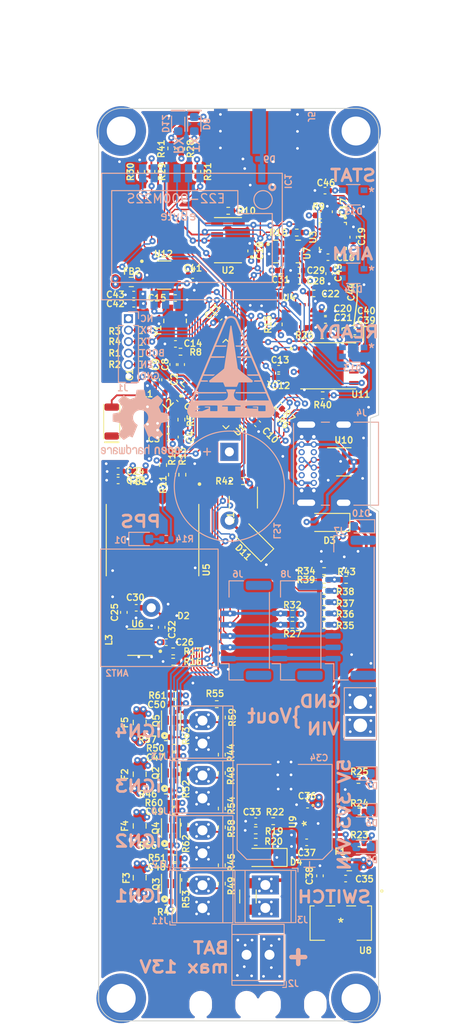
<source format=kicad_pcb>
(kicad_pcb (version 20211014) (generator pcbnew)
  (layers (0 "F.Cu" signal) (1 "In1.Cu" power "GND") (2 "In2.Cu" power "PWR") (31 "B.Cu" signal) (34 "B.Paste" user) (35 "F.Paste" user) (36 "B.SilkS" user "B.Silkscreen") (37 "F.SilkS" user "F.Silkscreen") (38 "B.Mask" user) (39 "F.Mask" user) (44 "Edge.Cuts" user))
  (net 0 "")
  (net 1 "Earth")
  (net 2 "Net-(ANT2-Pad1)")
  (net 3 "+3V3")
  (net 4 "CHIP_PU")
  (net 5 "Net-(C16-Pad1)")
  (net 6 "VDD")
  (net 7 "Net-(C25-Pad1)")
  (net 8 "Net-(C25-Pad2)")
  (net 9 "VCC")
  (net 11 "SPI_MISO")
  (net 12 "SPI_MOSI")
  (net 13 "SPI_CLK")
  (net 14 "SPI_CS_LORA")
  (net 15 "+BATT")
  (net 16 "VBUS")
  (net 18 "Net-(J4-PadA6)")
  (net 19 "Net-(J4-PadA7)")
  (net 23 "IGN1_EN")
  (net 24 "IGN3_EN")
  (net 25 "IGN2_EN")
  (net 26 "IGN4_EN")
  (net 27 "U0TXD")
  (net 28 "USB_DM")
  (net 29 "USB_DP")
  (net 30 "SPI_CS_MS5607")
  (net 31 "U0RXD")
  (net 32 "SPI_CS_LIS")
  (net 33 "VBAT_MEAS")
  (net 34 "Net-(IC1-Pad6)")
  (net 35 "BUZZER")
  (net 36 "LED1")
  (net 37 "LED2")
  (net 38 "IGN1_DET")
  (net 39 "IGN3_DET")
  (net 40 "IGN2_DET")
  (net 41 "IGN4_DET")
  (net 42 "BOOT_PIN")
  (net 49 "Net-(AE1-Pad2)")
  (net 50 "IGN1_PWR")
  (net 51 "IGN3_PWR")
  (net 52 "Net-(J1-Pad4)")
  (net 53 "SPI_CS_MAG")
  (net 55 "+3.3VADC")
  (net 56 "Net-(IC1-Pad7)")
  (net 57 "RF_BUSY")
  (net 62 "SPI_CS_LSM")
  (net 63 "RF_RST")
  (net 65 "Net-(D10-Pad2)")
  (net 66 "+3.3VP")
  (net 67 "Net-(D1-Pad2)")
  (net 68 "+5V")
  (net 69 "Net-(D12-Pad2)")
  (net 70 "Net-(J1-Pad2)")
  (net 71 "Net-(J1-Pad3)")
  (net 72 "Net-(J1-Pad5)")
  (net 73 "UART1_OUT")
  (net 74 "UART1_IN")
  (net 75 "I2C_SCL")
  (net 76 "I2C_SDA")
  (net 77 "GPS_IN")
  (net 78 "Net-(D13-Pad3)")
  (net 79 "GPS_OUT")
  (net 80 "ANTON")
  (net 81 "SPI_CS_FLASH")
  (net 82 "SERVO_EN")
  (net 83 "SERVO_1")
  (net 84 "SERVO_2")
  (net 85 "SERVO_3")
  (net 86 "SERVO_4")
  (net 87 "IGN2_PWR")
  (net 88 "IGN4_PWR")
  (net 89 "Net-(C50-Pad2)")
  (net 90 "Net-(D5-Pad1)")
  (net 91 "Net-(D6-Pad1)")
  (net 92 "Net-(D8-Pad2)")
  (net 93 "Net-(D11-Pad2)")
  (net 94 "Net-(J7-Pad4)")
  (net 95 "Net-(J7-Pad5)")
  (net 96 "Net-(J7-Pad6)")
  (net 97 "Net-(J7-Pad7)")
  (net 98 "Net-(J7-Pad8)")
  (net 99 "Net-(L3-Pad1)")
  (net 100 "Net-(L3-Pad2)")
  (net 101 "Net-(R12-Pad2)")
  (net 102 "Net-(R13-Pad1)")
  (net 103 "Net-(R14-Pad2)")
  (net 104 "Net-(R17-Pad2)")
  (net 121 "Net-(C2-Pad1)")
  (net 122 "Net-(C7-Pad1)")
  (net 123 "Net-(C12-Pad1)")
  (net 124 "Net-(C14-Pad2)")
  (net 125 "Net-(C15-Pad1)")
  (net 126 "Net-(C33-Pad1)")
  (net 127 "Net-(C35-Pad1)")
  (net 128 "Net-(C47-Pad2)")
  (net 129 "Net-(C48-Pad2)")
  (net 130 "Net-(C49-Pad2)")
  (net 131 "Net-(D7-Pad1)")
  (net 132 "Net-(R6-Pad2)")
  (net 133 "Net-(R7-Pad2)")
  (net 134 "Net-(R8-Pad2)")
  (net 137 "Net-(D13-Pad1)")
  (net 138 "Net-(D14-Pad1)")
  (net 140 "Net-(J12-Pad2)")
  (net 141 "Net-(C32-Pad2)")
  (net 142 "Net-(D8-Pad1)")
  (net 143 "Net-(J10-Pad2)")
  (net 144 "Net-(J11-Pad2)")
  (net 145 "Net-(J13-Pad2)")
  (net 146 "Net-(D9-Pad2)")
  (footprint "Diode_SMD:D_0402_1005Metric" (layer "F.Cu") (at 148.59 88.265 180)
    (fp_text reference "D2")
    (fp_text value "TBD")
  )
  (footprint "Resistor_SMD:R_0402_1005Metric" (layer "F.Cu") (at 162.56 89.2556)
    (fp_text reference "R27")
    (fp_text value "10k")
  )
  (footprint "Resistor_SMD:R_0402_1005Metric" (layer "F.Cu") (at 166.0652 83.312 180)
    (fp_text reference "R34")
    (fp_text value "1k")
  )
  (footprint "Resistor_SMD:R_0402_1005Metric" (layer "F.Cu") (at 149.352 93.345)
    (fp_text reference "R16")
    (fp_text value "10k")
  )
  (footprint "Resistor_SMD:R_0402_1005Metric" (layer "F.Cu") (at 157.0736 73.3552)
    (fp_text reference "R42")
    (fp_text value "10k")
  )
  (footprint "Resistor_SMD:R_0402_1005Metric" (layer "F.Cu") (at 154.7368 99.5172 -90)
    (fp_text reference "R59")
    (fp_text value "100k")
  )
  (footprint "Resistor_SMD:R_0402_1005Metric" (layer "F.Cu") (at 166.0652 84.2772 180)
    (fp_text reference "R39")
    (fp_text value "1k")
  )
  (footprint "Resistor_SMD:R_0402_1005Metric" (layer "F.Cu") (at 166.0652 86.749466 180)
    (fp_text reference "R37")
    (fp_text value "1k")
  )
  (footprint "Resistor_SMD:R_0402_1005Metric" (layer "F.Cu") (at 161.036 56.007 90)
    (fp_text reference "R15")
    (fp_text value "10k")
  )
  (footprint "Capacitor_SMD:C_0402_1005Metric" (layer "F.Cu") (at 148.7932 68.5292 180)
    (fp_text reference "C3")
    (fp_text value "10u")
  )
  (footprint "Resistor_SMD:R_0402_1005Metric" (layer "F.Cu") (at 149.352 108.966 180)
    (fp_text reference "R60")
    (fp_text value "10k")
  )
  (footprint "Fuse:Fuse_0805_2012Metric" (layer "F.Cu") (at 168.8592 115.7732 180)
    (fp_text reference "F1")
    (fp_text value "500mA")
  )
  (footprint "Capacitor_SMD:C_0402_1005Metric" (layer "F.Cu") (at 143.256 72.263 180)
    (fp_text reference "C24")
    (fp_text value "4.7uF")
  )
  (footprint "Resistor_SMD:R_0402_1005Metric" (layer "F.Cu") (at 149.1488 36.5252 -90)
    (fp_text reference "R41")
    (fp_text value "1k")
  )
  (footprint "Resistor_SMD:R_0402_1005Metric" (layer "F.Cu") (at 166.0652 85.4964 180)
    (fp_text reference "R38")
    (fp_text value "1k")
  )
  (footprint "Resistor_SMD:R_0402_1005Metric" (layer "F.Cu") (at 150.1648 59.0296)
    (fp_text reference "R8")
    (fp_text value "0R")
  )
  (footprint "Capacitor_SMD:C_0402_1005Metric" (layer "F.Cu") (at 148.7932 66.9036 180)
    (fp_text reference "C6")
    (fp_text value "100n")
  )
  (footprint "Capacitor_SMD:C_0402_1005Metric" (layer "F.Cu") (at 166.1668 41.1988 180)
    (fp_text reference "C46")
    (fp_text value "100nF")
  )
  (footprint "KP-PTR_lib:SOT95P275X110-6N" (layer "F.Cu") (at 148.352 50.546)
    (fp_text reference "U12")
    (fp_text value "NL27WZU04DBVT1G")
  )
  (footprint "Resistor_SMD:R_0402_1005Metric" (layer "F.Cu") (at 169.9768 109.9312 180)
    (fp_text reference "R24")
    (fp_text value "10k")
  )
  (footprint "Capacitor_SMD:C_0402_1005Metric" (layer "F.Cu") (at 164.1348 113.3348 180)
    (fp_text reference "C37")
    (fp_text value "1uF")
  )
  (footprint "Resistor_SMD:R_0402_1005Metric" (layer "F.Cu") (at 154.7368 103.632 90)
    (fp_text reference "R44")
    (fp_text value "10k")
  )
  (footprint "Resistor_SMD:R_0402_1005Metric" (layer "F.Cu") (at 166.0652 88.002532 180)
    (fp_text reference "R36")
    (fp_text value "1k")
  )
  (footprint "Resistor_SMD:R_0402_1005Metric" (layer "F.Cu") (at 154.7368 109.601 90)
    (fp_text reference "R54")
    (fp_text value "10k")
  )
  (footprint "KP-PTR_lib:XTAL_TSX-3225_16.0000MF18X-AC3" (layer "F.Cu") (at 149.565 55.623 90)
    (fp_text reference "Y1")
    (fp_text value "7M40000005-40MHz")
  )
  (footprint "Resistor_SMD:R_0402_1005Metric" (layer "F.Cu") (at 169.8752 106.426 180)
    (fp_text reference "R25")
    (fp_text value "10k")
  )
  (footprint "Inductor_SMD:L_0402_1005Metric" (layer "F.Cu") (at 143.256 90.932 -90)
    (fp_text reference "L3")
    (fp_text value "10nH")
  )
  (footprint "KP-PTR_lib:LDFM33PVR" (layer "F.Cu") (at 164.1856 111.252 -90)
    (fp_text reference "U9")
    (fp_text value "LDFM33PVR" hide)
  )
  (footprint "Capacitor_SMD:C_0402_1005Metric" (layer "F.Cu") (at 148.082 89.535 -90)
    (fp_text reference "C32")
    (fp_text value "TBD")
  )
  (footprint "Resistor_SMD:R_0402_1005Metric" (layer "F.Cu") (at 149.4028 102.87 180)
    (fp_text reference "R50")
    (fp_text value "10k")
  )
  (footprint "Capacitor_SMD:C_0402_1005Metric" (layer "F.Cu") (at 167.3352 43.5356 90)
    (fp_text reference "C17")
    (fp_text value "1uF")
  )
  (footprint "KP-PTR_lib:LIS331" (layer "F.Cu") (at 163.4044 55.0518 -90)
    (fp_text reference "U4")
    (fp_text value "H3LIS331")
  )
  (footprint "Capacitor_SMD:C_0402_1005Metric" (layer "F.Cu") (at 143.256 73.279 180)
    (fp_text reference "C23")
    (fp_text value "4.7uF")
  )
  (footprint "Capacitor_SMD:C_0402_1005Metric" (layer "F.Cu") (at 166.497 48.57099 180)
    (fp_text reference "C16")
    (fp_text value "10uF")
  )
  (footprint "Resistor_SMD:R_0402_1005Metric" (layer "F.Cu") (at 145.796 57.931269 180)
    (fp_text reference "R4")
    (fp_text value "1k")
  )
  (footprint "Fuse:Fuse_0805_2012Metric" (layer "F.Cu") (at 145.6436 117.2464 90)
    (fp_text reference "F3")
    (fp_text value "500mA")
  )
  (footprint "Resistor_SMD:R_0402_1005Metric" (layer "F.Cu") (at 154.178 98.044 180)
    (fp_text reference "R55")
    (fp_text value "10k")
  )
  (footprint "Capacitor_SMD:C_0402_1005Metric" (layer "F.Cu") (at 149.606 58.166)
    (fp_text reference "C14")
    (fp_text value "12p")
  )
  (footprint "Capacitor_SMD:C_0402_1005Metric" (layer "F.Cu") (at 158.6992 67.0052 -45)
    (fp_text reference "C10")
    (fp_text value "100n")
  )
  (footprint "Capacitor_SMD:C_0402_1005Metric" (layer "F.Cu") (at 149.352 109.855 180)
    (fp_text reference "C49")
    (fp_text value "TBD")
  )
  (footprint "KP-PTR_lib:SON50P260X260X55-11N" (layer "F.Cu") (at 145.669 91.186 180)
    (fp_text reference "U6")
    (fp_text value "NJG1156PCD")
  )
  (footprint "Capacitor_SMD:C_0402_1005Metric" (layer "F.Cu") (at 144.9832 53.721 180)
    (fp_text reference "C42")
    (fp_text value "100n")
  )
  (footprint "Resistor_SMD:R_0402_1005Metric" (layer "F.Cu") (at 145.796 59.182 180)
    (fp_text reference "R1")
    (fp_text value "1k")
  )
  (footprint "Capacitor_SMD:C_0402_1005Metric" (layer "F.Cu") (at 150.2664 68.4784 90)
    (fp_text reference "C4")
    (fp_text value "1u")
  )
  (footprint "Resistor_SMD:R_0402_1005Metric" (layer "F.Cu") (at 150.622 105.283 -90)
    (fp_text reference "R52")
    (fp_text value "10k")
  )
  (footprint "KP-PTR_lib:SON127P500X600X80-9N" (layer "F.Cu") (at 166.5224 60.591)
    (fp_text reference "U11")
    (fp_text value "W25Q128JVS")
  )
  (footprint "Resistor_SMD:R_0402_1005Metric" (layer "F.Cu") (at 166.0652 89.2556 180)
    (fp_text reference "R35")
    (fp_text value "1k")
  )
  (footprint "Inductor_SMD:L_0402_1005Metric" (layer "F.Cu") (at 147.9574 63.6016)
    (fp_text reference "L1")
    (fp_text value "1.8nH")
  )
  (footprint "Resistor_SMD:R_0402_1005Metric" (layer "F.Cu") (at 154.7368 111.662 -90)
    (fp_text reference "R58")
    (fp_text value "100k")
  )
  (footprint "Capacitor_SMD:C_0402_1005Metric" (layer "F.Cu") (at 151.511 50.546)
    (fp_text reference "C41")
    (fp_text value "100n")
  )
  (footprint "Fuse:Fuse_0805_2012Metric" (layer "F.Cu") (at 145.6436 105.799466 90)
    (fp_text reference "F2")
    (fp_text value "500mA")
  )
  (footprint "KP-PTR_lib:AMCA31-2R450G-S1F-T3" (layer "F.Cu") (at 142.5448 66.7614 90)
    (fp_text reference "AE1")
    (fp_text value "Antenna_Chip")
  )
  (footprint "Resistor_SMD:R_0402_1005Metric" (layer "F.Cu") (at 162.56 88.0364)
    (fp_text reference "R32")
    (fp_text value "10k")
  )
  (footprint "Diode_SMD:D_SOD-123" (layer "F.Cu") (at 166.6748 77.9272 180)
    (fp_text reference "D3")
    (fp_text value "D_Schottky")
  )
  (footprint "Capacitor_SMD:C_0402_1005Metric" (layer "F.Cu") (at 163.322 51.181 180)
    (fp_text reference "C28")
    (fp_text value "10uF")
  )
  (footprint "Capacitor_SMD:C_0402_1005Metric" (layer "F.Cu") (at 154.432 55.2196 45)
    (fp_text reference "C11")
    (fp_text value "100n")
  )
  (footprint "Capacitor_SMD:C_0402_1005Metric" (layer "F.Cu") (at 161.036 61.8744)
    (fp_text reference "C12")
    (fp_text value "0.1uF")
  )
  (footprint "KP-PTR_lib:DMC2025UFDB" (layer "F.Cu") (at 149.098 111.76 90)
    (fp_text reference "Q4")
    (fp_text value "DMC2025UFDB_v2")
  )
  (footprint "Resistor_SMD:R_0402_1005Metric" (layer "F.Cu") (at 149.5552 115.1128 180)
    (fp_text reference "R51")
    (fp_text value "10k")
  )
  (footprint "KP-PTR_lib:ESP32-S3" (layer "F.Cu") (at 155.194 62.611 45)
    (fp_text reference "U1")
    (fp_text value "ESP32-S3FN8")
  )
  (footprint "Resistor_SMD:R_0402_1005Metric" (layer "F.Cu") (at 145.796 56.642 180)
    (fp_text reference "R3")
    (fp_text value "1k")
  )
  (footprint "Resistor_SMD:R_0402_1005Metric" (layer "F.Cu") (at 145.796 39.116 90)
    (fp_text reference "R30")
    (fp_text value "DNP")
  )
  (footprint "Capacitor_SMD:C_0402_1005Metric" (layer "F.Cu") (at 164.9476 52.578)
    (fp_text reference "C22")
    (fp_text value "100nF")
  )
  (footprint "Resistor_SMD:R_0402_1005Metric" (layer "F.Cu") (at 149.352 92.202 180)
    (fp_text reference "R17")
    (fp_text value "100R")
  )
  (footprint "Resistor_SMD:R_0603_1608Metric" (layer "F.Cu") (at 144.716 51.308)
    (fp_text reference "FB2")
    (fp_text value "1000mA")
  )
  (footprint "Resistor_SMD:R_1206_3216Metric" (layer "F.Cu") (at 157.6324 119.3292 90)
    (fp_text reference "R21" hide)
    (fp_text value "DNP")
  )
  (footprint "Capacitor_SMD:C_0402_1005Metric" (layer "F.Cu") (at 148.59 91.186 180)
    (fp_text reference "C26")
    (fp_text value "1nF")
  )
  (footprint "Resistor_SMD:R_0402_1005Metric" (layer "F.Cu") (at 149.225 72.644 -90)
    (fp_text reference "R12")
    (fp_text value "1k")
  )
  (footprint "Fuse:Fuse_0805_2012Metric" (layer "F.Cu") (at 145.6436 100.076 90)
    (fp_text reference "F5")
    (fp_text value "500mA")
  )
  (footprint "Capacitor_SMD:C_0402_1005Metric" (layer "F.Cu") (at 169.471289 57.7074 180)
    (fp_text reference "C39")
    (fp_text value "100nF")
  )
  (footprint "KP-PTR_lib:MMC5983MA" (layer "F.Cu") (at 167.039625 46.219911 -90)
    (fp_text reference "U3")
    (fp_text value "MMC5983MA")
  )
  (footprint "Resistor_SMD:R_0402_1005Metric" (layer "F.Cu") (at 160.401 65.628576 135)
    (fp_text reference "R6")
    (fp_text value "22R")
  )
  (footprint "Resistor_SMD:R_0402_1005Metric" (layer "F.Cu") (at 148.592 119.888 180)
    (fp_text reference "R47")
    (fp_text value "10k")
  )
  (footprint "Resistor_SMD:R_0402_1005Metric" (layer "F.Cu") (at 154.7368 117.9068 -90)
    (fp_text reference "R49")
    (fp_text value "100k")
  )
  (footprint "Resistor_SMD:R_0402_1005Metric" (layer "F.Cu") (at 146.939 39.116 -90)
    (fp_text reference "R29")
    (fp_text value "10k")
  )
  (footprint "KP-PTR_lib:MS5607" (layer "F.Cu") (at 155.4226 46.6852 180)
    (fp_text reference "U2")
    (fp_text value "MS560702BA03-50")
  )
  (footprint "Diode_SMD:D_SOD-123" (layer "F.Cu") (at 159.7152 115.0112 180)
    (fp_text reference "D4")
    (fp_text value "D_Schottky")
  )
  (footprint "Capacitor_SMD:C_0402_1005Metric" (layer "F.Cu") (at 149.352 60.452 90)
    (fp_text reference "C9")
    (fp_text value "1u")
  )
  (footprint "Resistor_SMD:R_0402_1005Metric" (layer "F.Cu") (at 158.496 113.284)
    (fp_text reference "R19")
    (fp_text value "100k")
  )
  (footprint "Capacitor_SMD:C_0402_1005Metric" (layer "F.Cu") (at 158.496 110.998 180)
    (fp_text reference "C33")
    (fp_text value "10n")
  )
  (footprint "Capacitor_SMD:C_0402_1005Metric" (layer "F.Cu") (at 149.5552 97.9424 180)
    (fp_text reference "C50")
    (fp_text value "TBD")
  )
  (footprint "Resistor_SMD:R_0402_1005Metric" (layer "F.Cu") (at 150.368 72.644 90)
    (fp_text reference "R13")
    (fp_text value "220")
  )
  (footprint "Resistor_SMD:R_0402_1005Metric" (layer "F.Cu") (at 158.496 112.014 180)
    (fp_text reference "R20")
    (fp_text value "10k")
  )
  (footprint "KP-PTR_lib:XCVR_L76-L" (layer "F.Cu") (at 147.066 79.883 -90)
    (fp_text reference "U5")
    (fp_text value "L76-L")
  )
  (footprint "KP-PTR_lib:DMC2025UFDB" (layer "F.Cu") (at 149.098 99.822 90)
    (fp_text reference "Q5")
    (fp_text value "DMC2025UFDB_v2")
  )
  (footprint "Resistor_SMD:R_0402_1005Metric" (layer "F.Cu") (at 145.796 60.452 180)
    (fp_text reference "R2")
    (fp_text value "1k")
  )
  (footprint "Resistor_SMD:R_0402_1005Metric" (layer "F.Cu") (at 148.2344 71.5772 -90)
    (fp_text reference "R11")
    (fp_text value "10k")
  )
  (footprint "Inductor_SMD:L_0402_1005Metric" (layer "F.Cu") (at 149.4028 65.532 45)
    (fp_text reference "L2")
    (fp_text value "2nH")
  )
  (footprint "Capacitor_SMD:C_0402_1005Metric" (layer "F.Cu") (at 166.2176 55.5244)
    (fp_text reference "C21")
    (fp_text value "100nF")
  )
  (footprint "Capacitor_SMD:C_0402_1005Metric" (layer "F.Cu") (at 147.4724 62.1284 90)
    (fp_text reference "C1")
    (fp_text value "4pF")
  )
  (footprint "Capacitor_SMD:C_0402_1005Metric" (layer "F.Cu") (at 148.7932 67.7164 180)
    (fp_text reference "C5")
    (fp_text value "1u")
  )
  (footprint "Resistor_SMD:R_0402_1005Metric" (layer "F.Cu") (at 163.04 45.847 180)
    (fp_text reference "R18")
    (fp_text value "10k")
  )
  (footprint "Capacitor_SMD:C_0402_1005Metric" (layer "F.Cu") (at 166.2176 54.6608)
    (fp_text reference "C20")
    (fp_text value "10uF")
  )
  (footprint "Resistor_SMD:R_0402_1005Metric" (layer "F.Cu") (at 169.9768 113.4364 180)
    (fp_text reference "R23")
    (fp_text value "20k")
  )
  (footprint "Resistor_SMD:R_0402_1005Metric" (layer "F.Cu") (at 168.5036 84.2772)
    (fp_text reference "R43")
    (fp_text value "10k")
  )
  (footprint "Resistor_SMD:R_0402_1005Metric" (layer "F.Cu") (at 161.036 64.9732 135)
    (fp_text reference "R7")
    (fp_text value "22R")
  )
  (footprint "Resistor_SMD:R_0402_1005Metric" (layer "F.Cu") (at 165.608 43.942)
    (fp_text reference "R9")
    (fp_text value "10k")
  )
  (footprint "Capacitor_SMD:C_0402_1005Metric" (layer "F.Cu") (at 161.036 60.9092)
    (fp_text reference "C13")
    (fp_text value "1uF")
  )
  (footprint "Resistor_SMD:R_0402_1005Metric" (layer "F.Cu") (at 148.59 113.665 180)
    (fp_text reference "R56")
    (fp_text value "10k")
  )
  (footprint "Capacitor_SMD:C_0402_1005Metric" (layer "F.Cu") (at 169.291 46.355 90)
    (fp_text reference "C19")
    (fp_text value "100nF")
  )
  (footprint "Capacitor_SMD:C_0402_1005Metric" (layer "F.Cu") (at 164.2364 109.1692 180)
    (fp_text reference "C36")
    (fp_text value "10u")
  )
  (footprint "Capacitor_SMD:C_0402_1005Metric" (layer "F.Cu") (at 167.6908 56.5404 90)
    (fp_text reference "C44")
    (fp_text value "100nF")
  )
  (footprint "Resistor_SMD:R_0402_1005Metric" (layer "F.Cu") (at 154.7368 115.8748 90)
    (fp_text reference "R45")
    (fp_text value "10k")
  )
  (footprint "Resistor_SMD:R_0402_1005Metric" (layer "F.Cu") (at 150.2664 66.548 -90)
    (fp_text reference "R5")
    (fp_text value "1k")
  )
  (footprint "Resistor_SMD:R_0402_1005Metric" (layer "F.Cu") (at 150.241 36.576 90)
    (fp_text reference "R28")
    (fp_text value "2k2")
  )
  (footprint "Resistor_SMD:R_0402_1005Metric" (layer "F.Cu") (at 145.4912 72.2376 180)
    (fp_text reference "FB1")
    (fp_text value "200mA")
  )
  (footprint "Capacitor_SMD:C_0402_1005Metric" (layer "F.Cu") (at 145.26 87.376 180)
    (fp_text reference "C30")
    (fp_text value "DNP")
  )
  (footprint "Fuse:Fuse_0805_2012Metric" (layer "F.Cu") (at 145.6436 111.522932 90)
    (fp_text reference "F4")
    (fp_text value "500mA")
  )
  (footprint "Capacitor_SMD:C_0402_1005Metric" (layer "F.Cu") (at 165.608 117.0432 90)
    (fp_text reference "C38")
    (fp_text value "1uF")
  )
  (footprint "Diode_SMD:D_SOD-123" (layer "F.Cu") (at 158.1912 79.9592 135)
    (fp_text reference "D11")
    (fp_text value "1N4148")
  )
  (footprint "Resistor_SMD:R_0402_1005Metric" (layer "F.Cu") (at 154.7368 105.664 -90)
    (fp_text reference "R48")
    (fp_text value "100k")
  )
  (footprint "KP-PTR_lib:AZ1117CH-5.0TRG1" (layer "F.Cu") (at 167.9146 122.2756 180)
    (fp_text reference "U8")
    (fp_text value "AZ1117CH-5.0TRG1" hide)
  )
  (footprint "Resistor_SMD:R_0402_1005Metric" (layer "F.Cu") (at 148.5392 101.7016 180)
    (fp_text reference "R57")
    (fp_text value "10k")
  )
  (footprint "Capacitor_SMD:C_0402_1005Metric" (layer "F.Cu") (at 161.389 50.038)
    (fp_text reference "C31")
    (fp_text value "100nF")
  )
  (footprint "Capacitor_SMD:C_0402_1005Metric" (layer "F.Cu") (at 169.4688 56.7944 180)
    (fp_text reference "C40")
    (fp_text value "1uF")
  )
  (footprint "Capacitor_SMD:C_0402_1005Metric" (layer "F.Cu") (at 144.9832 52.705 180)
    (fp_text reference "C43")
    (fp_text value "4u7")
  )
  (footprint "Capacitor_SMD:C_0402_1005Metric" (layer "F.Cu") (at 150.0632 64.2112 135)
    (fp_text reference "C7")
    (fp_text value "100n")
  )
  (footprint "Capacitor_SMD:C_0402_1005Metric" (layer "F.Cu") (at 149.4028 103.7844 180)
    (fp_text reference "C47")
    (fp_text value "TBD")
  )
  (footprint "Capacitor_SMD:C_0402_1005Metric" (layer "F.Cu") (at 166.624 50.3936 -90)
    (fp_text reference "C45")
    (fp_text value "100nF")
  )
  (footprint "Package_TO_SOT_SMD:SOT-23-6" (layer "F.Cu") (at 168.2496 71.2216)
    (fp_text reference "U10")
    (fp_text value "USBLC6-2SC6")
  )
  (footprint "KP-PTR_lib:DMC2025UFDB" (layer "F.Cu") (at 149.098 105.664 90)
    (fp_text reference "Q2")
    (fp_text value "DMC2025UFDB_v2")
  )
  (footprint "Resistor_SMD:R_0402_1005Metric" (layer "F.Cu") (at 149.5552 97.028 180)
    (fp_text reference "R61")
    (fp_text value "10k")
  )
  (footprint "Package_TO_SOT_SMD:SOT-23" (layer "F.Cu") (at 157.1244 75.692 -90)
    (fp_text reference "Q1")
    (fp_text value "NMOS_SOT23")
  )
  (footprint "Resistor_SMD:R_0402_1005Metric" (layer "F.Cu") (at 150.622 111.379 -90)
    (fp_text reference "R62")
    (fp_text value "10k")
  )
  (footprint "Capacitor_SMD:C_0402_1005Metric" (layer "F.Cu") (at 143.891 87.884 90)
    (fp_text reference "C25")
    (fp_text value "56pF")
  )
  (footprint "Resistor_SMD:R_0402_1005Metric" (layer "F.Cu") (at 150.7236 99.4664 -90)
    (fp_text reference "R63")
    (fp_text value "10k")
  )
  (footprint "Capacitor_SMD:C_0402_1005Metric" (layer "F.Cu") (at 163.294 50.038 180)
    (fp_text reference "C29")
    (fp_text value "100nF")
  )
  (footprint "KP-PTR_lib:DMC2025UFDB" (layer "F.Cu") (at 149.098 117.9068 90)
    (fp_text reference "Q3")
    (fp_text value "DMC2025UFDB_v2")
  )
  (footprint "KP-PTR_lib:LSM6DSO32" (layer "F.Cu") (at 161.9632 47.9404)
    (fp_text reference "U7")
    (fp_text value "LSM6DSO32")
  )
  (footprint "Resistor_SMD:R_0402_1005Metric" (layer "F.Cu") (at 152.019 39.116 -90)
    (fp_text reference "R31")
    (fp_text value "10k")
  )
  (footprint "Capacitor_SMD:C_0402_1005Metric" (layer "F.Cu") (at 149.606 53.086)
    (fp_text reference "C15")
    (fp_text value "12p")
  )
  (footprint "Capacitor_SMD:C_0402_1005Metric" (layer "F.Cu") (at 157.988 47.879 90)
    (fp_text reference "C18")
    (fp_text value "100nF")
  )
  (footprint "Resistor_SMD:R_0402_1005Metric" (layer "F.Cu") (at 155.448 43.434 180)
    (fp_text reference "R10")
    (fp_text value "10k")
  )
  (footprint "Capacitor_SMD:C_0402_1005Metric" (layer "F.Cu") (at 148.449 62.141 90)
    (fp_text reference "C2")
    (fp_text value "5pF")
  )
  (footprint "Resistor_SMD:R_0402_1005Metric" (layer "F.Cu") (at 165.9128 63.8556 180)
    (fp_text reference "R40")
    (fp_text value "1k")
  )
  (footprint "Capacitor_SMD:C_0402_1005Metric" (layer "F.Cu") (at 149.5552 116.0272 180)
    (fp_text reference "C48")
    (fp_text value "TBD")
  )
  (footprint "Capacitor_SMD:C_0402_1005Metric" (layer "F.Cu") (at 150.241 60.452 90)
    (fp_text reference "C8")
    (fp_text value "10n")
  )
  (footprint "Resistor_SMD:R_0402_1005Metric" (layer "F.Cu") (at 150.6728 117.5004 -90)
    (fp_text reference "R53")
    (fp_text value "10k")
  )
  (footprint "Capacitor_SMD:C_0402_1005Metric" (layer "F.Cu") (at 168.4528 117.348)
    (fp_text reference "C35")
    (fp_text value "10u")
  )
  (footprint "Resistor_SMD:R_0402_1005Metric" (layer "F.Cu") (at 160.4264 110.998)
    (fp_text reference "R22")
    (fp_text value "100k")
  )
  (footprint "Resistor_SMD:R_0402_1005Metric" (layer "F.Cu") (at 165.854 57.191 180)
    (fp_text reference "R26")
    (fp_text value "100k")
  )
  (footprint "Resistor_SMD:R_0402_1005Metric" (layer "F.Cu") (at 148.5412 107.5944 180)
    (fp_text reference "R46")
    (fp_text value "10k")
  )
  (footprint "Connector_PinHeader_1.27mm:PinHeader_1x06_P1.27mm_Vertical" (layer "B.Cu") (at 144.399 55.372 180)
    (fp_text reference "J1")
    (fp_text value "ESP32_PROG_CON")
  )
  (footprint "Capacitor_SMD:CP_Elec_10x10" (layer "B.Cu") (at 161.6964 109.9685 90)
    (fp_text reference "C34")
    (fp_text value "TBD")
  )
  (footprint "TerminalBlock_TE-Connectivity:TerminalBlock_TE_282834-2_1x02_P2.54mm_Horizontal" (layer "B.Cu") (at 160.02 125.7808 180)
    (fp_text reference "J2")
    (fp_text value "Conn_01x02")
  )
  (footprint "KP-PTR_lib:E22-900M22S" (layer "B.Cu") (at 151.4348 46.2788 -90)
    (fp_text reference "IC1")
    (fp_text value "E22-900M22S")
  )
  (footprint "Connector_JST:JST_GH_BM10B-GHS-TBT_1x10-1MP_P1.25mm_Vertical" (layer "B.Cu") (at 169 87.376 90)
    (fp_text reference "J7")
    (fp_text value "Conn_01x10_Male")
  )
  (footprint "Resistor_SMD:R_0402_1005Metric" (layer "B.Cu") (at 148.59 79.756)
    (fp_text reference "R14")
    (fp_text value "4k7")
  )
  (footprint "KP-PTR_lib:USB_C_213716" (layer "B.Cu") (at 164.078 71.433 -90)
    (fp_text reference "J4")
    (fp_text value "USB_C_Receptacle_USB2.0")
  )
  (footprint "TerminalBlock_TE-Connectivity:TerminalBlock_TE_282834-2_1x02_P2.54mm_Horizontal" (layer "B.Cu") (at 152.6 108.474333 90)
    (fp_text reference "J10")
    (fp_text value "Conn_01x02")
  )
  (footprint "KP-PTR_lib:WS2812B-2020" (layer "B.Cu") (at 169.291 41.656 180)
    (fp_text reference "D15")
    (fp_text value "WS2812B-2020")
  )
  (footprint "Connector_Coaxial:SMA_Amphenol_132289_EdgeMount" (layer "B.Cu") (at 158.877 34.5948 90)
    (fp_text reference "J5")
    (fp_text value "u.fl")
  )
  (footprint "KP-PTR_lib:APAE1575 13x13x4mm GPS Patch Antenna" (layer "B.Cu") (at 147.828 87.376 -90)
    (fp_text reference "ANT2")
    (fp_text value "APAE1575R1340ABDD6-T")
  )
  (footprint "LED_SMD:LED_0603_1608Metric" (layer "B.Cu") (at 149.9108 33.8328 -90)
    (fp_text reference "D12")
    (fp_text value "LED")
  )
  (footprint "Connector_JST:JST_GH_BM06B-GHS-TBT_1x06-1MP_P1.25mm_Vertical" (layer "B.Cu") (at 163.1 89.876 90)
    (fp_text reference "J8")
    (fp_text value "Conn_01x06_Male")
  )
  (footprint "Symbol:OSHW-Logo2_9.8x8mm_SilkScreen" (layer "B.Cu") (at 145.7452 66.9544 180)
    (fp_text reference "REF**" hide)
    (fp_text value "OSHW-Logo2_9.8x8mm_SilkScreen" hide)
  )
  (footprint "TerminalBlock_TE-Connectivity:TerminalBlock_TE_282834-2_1x02_P2.54mm_Horizontal" (layer "B.Cu") (at 152.6 114.547666 90)
    (fp_text reference "J12")
    (fp_text value "Conn_01x02")
  )
  (footprint "LED_SMD:LED_0603_1608Metric" (layer "B.Cu") (at 170.434 105.7148 180)
    (fp_text reference "D7")
    (fp_text value "G")
  )
  (footprint "LED_SMD:LED_0603_1608Metric" (layer "B.Cu") (at 151.6888 33.8328 -90)
    (fp_text reference "D8")
    (fp_text value "LED")
  )
  (footprint "LED_SMD:LED_0603_1608Metric" (layer "B.Cu") (at 145.923 79.756)
    (fp_text reference "D1")
    (fp_text value "BLUE")
  )
  (footprint "Buzzer_Beeper:Buzzer_12x9.5RM7.6" (layer "B.Cu") (at 155.575 70.114 -90)
    (fp_text reference "LS1")
    (fp_text value "CBT-09427-SMT")
  )
  (footprint "Connector_JST:JST_GH_BM06B-GHS-TBT_1x06-1MP_P1.25mm_Vertical" (layer "B.Cu") (at 157.4 89.876 90)
    (fp_text reference "J6")
    (fp_text value "Conn_01x06_Male")
  )
  (footprint "TerminalBlock_TE-Connectivity:TerminalBlock_TE_282834-2_1x02_P2.54mm_Horizontal" (layer "B.Cu") (at 152.6 102.401 90)
    (fp_text reference "J13")
    (fp_text value "Conn_01x02")
  )
  (footprint "TerminalBlock_TE-Connectivity:TerminalBlock_TE_282834-2_1x02_P2.54mm_Horizontal" (layer "B.Cu") (at 159.5628 118.0592 -90)
    (fp_text reference "J3")
    (fp_text value "Conn_01x02")
  )
  (footprint "Diode_SMD:D_0402_1005Metric" (layer "B.Cu") (at 158.242 37.6936)
    (fp_text reference "D9")
    (fp_text value "TBD")
  )
  (footprint "KP-PTR_lib:WS2812B-2020" (layer "B.Cu") (at 169.291 59.055 180)
    (fp_text reference "D13")
    (fp_text value "WS2812B-2020")
  )
  (footprint "LOGO" (layer "B.Cu") (at 155.684803 60.67576 180)
    (fp_text reference "G***" hide)
    (fp_text value "LOGO" hide)
  )
  (footprint "TerminalBlock_TE-Connectivity:TerminalBlock_TE_282834-2_1x02_P2.54mm_Horizontal" (layer "B.Cu") (at 152.6 120.620999 90)
    (fp_text reference "J11")
    (fp_text value "Conn_01x02")
  )
  (footprint "TerminalBlock_TE-Connectivity:TerminalBlock_TE_282834-2_1x02_P2.54mm_Horizontal" (layer "B.Cu") (at 170.0784 100.3808 90)
    (fp_text reference "J9" hide)
    (fp_text value "Conn_01x02_Male")
  )
  (footprint "KP-PTR_lib:WS2812B-2020" (layer "B.Cu") (at 169.291 50.3555 180)
    (fp_text reference "D14")
    (fp_text value "WS2812B-2020")
  )
  (footprint "LED_SMD:LED_0603_1608Metric" (layer "B.Cu") (at 170.434 113.8428 180)
    (fp_text reference "D5")
    (fp_text value "G")
  )
  (footprint "LED_SMD:LED_0603_1608Metric" (layer "B.Cu") (at 170.18 78.359 180)
    (fp_text reference "D10")
    (fp_text value "LED")
  )
  (footprint "LED_SMD:LED_0603_1608Metric" (layer "B.Cu") (at 170.434 109.7788 180)
    (fp_text reference "D6")
    (fp_text value "G")
  )
  (gr_line (start 169.7228 53.2892) (end 169.3672 56.0832) (layer "F.SilkS") (width 0.15))
  (gr_line (start 170.4848 56.2356) (end 171.6024 56.2356) (layer "F.SilkS") (width 0.15))
  (gr_line (start 169.7228 51.562) (end 169.7228 53.2892) (layer "F.SilkS") (width 0.15))
  (gr_line (start 169.3672 56.0832) (end 168.0508 56.432564) (layer "F.SilkS") (width 0.15))
  (gr_line (start 170.434 57.8104) (end 170.434 56.2864) (layer "F.SilkS") (width 0.15))
  (gr_line (start 169.6 133.1) (end 143.6 133.1) (layer "Edge.Cuts") (width 0.1))
  (gr_line (start 141.1 130.6) (end 141.1 34.6) (layer "Edge.Cuts") (width 0.1))
  (gr_arc (start 169.6 32.1) (mid 171.367767 32.832233) (end 172.1 34.6) (layer "Edge.Cuts") (width 0.1))
  (gr_arc (start 141.1 34.6) (mid 141.832233 32.832233) (end 143.6 32.1) (layer "Edge.Cuts") (width 0.1))
  (gr_line (start 172.1 76.708) (end 172.1 130.6) (layer "Edge.Cuts") (width 0.1))
  (gr_arc (start 143.6 133.1) (mid 141.832233 132.367767) (end 141.1 130.6) (layer "Edge.Cuts") (width 0.1))
  (gr_line (start 171.196 66.3829) (end 171.196 76.1619) (layer "Edge.Cuts") (width 0.1))
  (gr_line (start 172.1 66.04) (end 171.196 66.3829) (layer "Edge.Cuts") (width 0.1))
  (gr_arc (start 172.1 130.6) (mid 171.367767 132.367767) (end 169.6 133.1) (layer "Edge.Cuts") (width 0.1))
  (gr_line (start 171.196 76.1619) (end 172.1 76.708) (layer "Edge.Cuts") (width 0.1))
  (gr_line (start 172.1 34.6) (end 172.1 66.04) (layer "Edge.Cuts") (width 0.1))
  (gr_line (start 143.6 32.1) (end 169.6 32.1) (layer "Edge.Cuts") (width 0.1))
  (gr_text "BAT\nmax 13V" (at 155.702 126.0856) (layer "B.SilkS") (effects (font (size 1.3 1.5) (thickness 0.3)) (justify left mirror)))
  (gr_text "GND" (at 165.6588 97.7392) (layer "B.SilkS") (effects (font (size 1.3 1.5) (thickness 0.3)) (justify mirror)))
  (gr_text "GND" (at 146.782666 61.722) (layer "B.SilkS") (effects (font (size 0.7 0.7)) (justify mirror)))
  (gr_text "EN" (at 146.399333 60.452) (layer "B.SilkS") (effects (font (size 0.7 0.7)) (justify mirror)))
  (gr_text "IGN1" (at 145.4912 119.2784) (layer "B.SilkS") (effects (font (size 1.3 1.5) (thickness 0.3)) (justify mirror)))
  (gr_text "IGN2" (at 145.4912 113.199332) (layer "B.SilkS") (effects (font (size 1.3 1.5) (thickness 0.3)) (justify mirror)))
  (gr_text "SWITCH" (at 167.1828 119.38) (layer "B.SilkS") (effects (font (size 1.3 1.5) (thickness 0.3)) (justify mirror)))
  (gr_text "PPS" (at 145.7452 77.8256) (layer "B.SilkS") (effects (font (size 1.3 1.5) (thickness 0.3)) (justify mirror)))
  (gr_text "RX" (at 149.9108 36.187047 270) (layer "B.SilkS") (effects (font (size 1 1) (thickness 0.18)) (justify mirror)))
  (gr_text "STAT" (at 169.2656 39.5224) (layer "B.SilkS") (effects (font (size 1.3 1.5) (thickness 0.3)) (justify mirror)))
  (gr_text "VIN" (at 165.9636 100.7872) (layer "B.SilkS") (effects (font (size 1.3 1.5) (thickness 0.3)) (justify mirror)))
  (gr_text "TX" (at 151.6888 36.068 270) (layer "B.SilkS") (effects (font (size 1 1) (thickness 0.18)) (justify mirror)))
  (gr_text "READY" (at 168.656 56.8452) (layer "B.SilkS") (effects (font (size 1.3 1.5) (thickness 0.3)) (justify mirror)))
  (gr_text "RX" (at 146.399333 56.642) (layer "B.SilkS") (effects (font (size 0.7 0.7)) (justify mirror)))
  (gr_text "NC" (at 146.432666 55.372) (layer "B.SilkS") (effects (font (size 0.7 0.7)) (justify mirror)))
  (gr_text "TX" (at 146.316 57.912) (layer "B.SilkS") (effects (font (size 0.7 0.7)) (justify mirror)))
  (gr_text "VIN" (at 168.3004 114.6556 90) (layer "B.SilkS") (effects (font (size 1.3 1.5) (thickness 0.3)) (justify mirror)))
  (gr_text "IGN4" (at 145.4912 101.0412) (layer "B.SilkS") (effects (font (size 1.3 1.5) (thickness 0.3)) (justify mirror)))
  (gr_text "+" (at 163.068 126.0348 90) (layer "B.SilkS") (effects (font (size 2 2) (thickness 0.5)) (justify mirror)))
  (gr_text "5V" (at 168.3004 105.4608 90) (layer "B.SilkS") (effects (font (size 1.3 1.5) (thickness 0.3)) (justify mirror)))
  (gr_text "ARM" (at 169.2148 48.2092) (layer "B.SilkS") (effects (font (size 1.3 1.5) (thickness 0.3)) (justify mirror)))
  (gr_text "}Vout" (at 160.528 99.3648) (layer "B.SilkS") (effects (font (size 1.5 1.5) (thickness 0.3)) (justify mirror)))
  (gr_text "IGN3" (at 145.4912 107.120266) (layer "B.SilkS") (effects (font (size 1.3 1.5) (thickness 0.3)) (justify mirror)))
  (gr_text "BOOT" (at 147.066 59.182) (layer "B.SilkS") (effects (font (size 0.7 0.7)) (justify mirror)))
  (gr_text "3V3" (at 168.3004 109.8296 90) (layer "B.SilkS") (effects (font (size 1.3 1.5) (thickness 0.3)) (justify mirror)))
  (via locked (at 143.6 34.6) (size 5.5) (drill 3.2) (layers "F.Cu" "B.Cu") (net 0))
  (via locked (at 169.6 34.6) (size 5.5) (drill 3.2) (layers "F.Cu" "B.Cu") (net 0))
  (via (at 169.6 130.6) (size 5.5) (drill 3.2) (layers "F.Cu" "B.Cu") (net 0))
  (via (at 143.6 130.6) (size 5.5) (drill 3.2) (layers "F.Cu" "B.Cu") (net 0))
  (segment (start 163.6548 113.3348) (end 163.6548 113.9164) (width 0.3) (layer "F.Cu") (net 1))
  (segment (start 169.3652 106.5296) (end 169.3652 106.426) (width 0.3) (layer "F.Cu") (net 1))
  (segment (start 147.5232 119.888) (end 147.4724 119.9388) (width 0.3) (layer "F.Cu") (net 1))
  (segment (start 149.07 91.186) (end 149.7584 91.186) (width 0.2) (layer "F.Cu") (net 1))
  (segment (start 161.516 61.8744) (end 161.516 62.5068) (width 0.15) (layer "F.Cu") (net 1))
  (segment (start 149.2732 59.8932) (end 149.352 59.972) (width 0.2) (layer "F.Cu") (net 1))
  (segment (start 165.4276 52.578) (end 166.116 52.578) (width 0.2) (layer "F.Cu") (net 1))
  (segment (start 147.9948 118.8068) (end 147.8788 118.9228) (width 0.3) (layer "F.Cu") (net 1))
  (segment (start 145.796 38.606) (end 145.796 37.9476) (width 0.2) (layer "F.Cu") (net 1))
  (segment (start 167.2882 55.5244) (end 167.3036 55.5398) (width 0.2) (layer "F.Cu") (net 1))
  (segment (start 150.365 54.523) (end 150.365 54.5562) (width 0.2) (layer "F.Cu") (net 1))
  (segment (start 146.939 90.686) (end 146.169 90.686) (width 0.2) (layer "F.Cu") (net 1))
  (segment (start 146.169 90.686) (end 145.669 91.186) (width 0.2) (layer "F.Cu") (net 1))
  (segment (start 156.6226 47.3102) (end 157.5662 47.3102) (width 0.15) (layer "F.Cu") (net 1))
  (segment (start 150.365 54.5562) (end 150.7744 54.9656) (width 0.2) (layer "F.Cu") (net 1))
  (segment (start 168.7068 111.252) (end 169.4668 112.012) (width 0.3) (layer "F.Cu") (net 1))
  (segment (start 162.9044 56.2768) (end 162.9044 57.0088) (width 0.15) (layer "F.Cu") (net 1))
  (segment (start 165.0649 41.1988) (end 165.0492 41.1831) (width 0.2) (layer "F.Cu") (net 1))
  (segment (start 166.116 52.578) (end 166.1668 52.6288) (width 0.2) (layer "F.Cu") (net 1))
  (segment (start 149.126 58.166) (end 148.4376 58.166) (width 0.15) (layer "F.Cu") (net 1))
  (segment (start 147.107 50.546) (end 146.4564 50.546) (width 0.2) (layer "F.Cu") (net 1))
  (segment (start 167.692004 48.309596) (end 167.749937 48.309596) (width 0.15) (layer "F.Cu") (net 1))
  (segment (start 154.854589 54.880189) (end 155.194 55.2196) (width 0.2) (layer "F.Cu") (net 1))
  (segment (start 150.2664 68.9584) (end 150.2664 69.5452) (width 0.15) (layer "F.Cu") (net 1))
  (segment (start 151.991 50.546) (end 151.991 51.3614) (width 0.2) (layer "F.Cu") (net 1))
  (segment (start 168.9888 56.7944) (end 168.9888 57.704911) (width 0.3) (layer "F.Cu") (net 1))
  (segment (start 144.399 91.686) (end 145.169 91.686) (width 0.2) (layer "F.Cu") (net 1))
  (segment (start 148.448 106.564) (end 147.8424 106.564) (width 0.3) (layer "F.Cu") (net 1))
  (segment (start 159.038611 67.646689) (end 159.038611 67.192211) (width 0.15) (layer "F.Cu") (net 1))
  (segment (start 162.814 50.038) (end 162.3568 50.038) (width 0.15) (layer "F.Cu") (net 1))
  (segment (start 157.988 47.1932) (end 157.8356 47.0408) (width 0.15) (layer "F.Cu") (net 1))
  (segment (start 147.2972 61.6484) (end 147.066 61.4172) (width 0.2) (layer "F.Cu") (net 1))
  (segment (start 168.402 107.4928) (end 169.3652 106.5296) (width 0.3) (layer "F.Cu") (net 1))
  (segment (start 148.842 93.345) (end 148.2598 93.345) (width 0.2) (layer "F.Cu") (net 1))
  (segment (start 160.8032 48.1904) (end 159.988 48.1904) (width 0.15) (layer "F.Cu") (net 1))
  (segment (start 162.4044 53.8268) (end 162.4044 53.3876) (width 0.15) (layer "F.Cu") (net 1))
  (segment (start 169.291 45.875) (end 169.291 45.2374) (width 0.15) (layer "F.Cu") (net 1))
  (segment (start 161.516 62.5068) (end 161.544 62.5348) (width 0.15) (layer "F.Cu") (net 1))
  (segment (start 165.608 48.16199) (end 166.017 48.57099) (width 0.15) (layer "F.Cu") (net 1))
  (segment (start 147.7916 100.722) (end 147.7264 100.7872) (width 0.3) (layer "F.Cu") (net 1))
  (segment (start 166.6976 54.5084) (end 167.2882 54.5084) (width 0.2) (layer "F.Cu") (net 1))
  (segment (start 163.7564 109.1692) (end 163.0172 109.1692) (width 0.3) (layer "F.Cu") (net 1))
  (segment (start 149.075 88.265) (end 149.733 88.265) (width 0.2) (layer "F.Cu") (net 1))
  (segment (start 162.1282 51.181) (end 162.842 51.181) (width 0.15) (layer "F.Cu") (net 1))
  (segment (start 165.608 47.9552) (end 165.608 48.16199) (width 0.15) (layer "F.Cu") (net 1))
  (segment (start 150.086 53.086) (end 150.70154 53.086) (width 0.15) (layer "F.Cu") (net 1))
  (segment (start 150.2664 69.5452) (end 150.3172 69.596) (width 0.15) (layer "F.Cu") (net 1))
  (segment (start 148.448 118.8068) (end 148.448 118.9124) (width 0.2) (layer "F.Cu") (net 1))
  (segment (start 168.9888 56.7944) (end 168.9888 56.162) (width 0.3) (layer "F.Cu") (net 1))
  (segment (start 148.0292 101.7016) (end 148.0292 102.0592) (width 0.3) (layer "F.Cu") (net 1))
  (segment (start 154.771411 54.880189) (end 154.854589 54.880189) (width 0.2) (layer "F.Cu") (net 1))
  (segment (start 157.986 112.014) (end 157.3276 112.014) (width 0.3) (layer "F.Cu") (net 1))
  (segment (start 168.0863 111.252) (end 168.146 111.252) (width 0.3) (layer "F.Cu") (net 1))
  (segment (start 148.3132 67.7164) (end 147.6248 67.7164) (width 0.15) (layer "F.Cu") (net 1))
  (segment (start 165.608 116.5632) (end 165.608 115.9256) (width 0.3) (layer "F.Cu") (net 1))
  (segment (start 158.016 110.998) (end 157.3784 110.998) (width 0.3) (layer "F.Cu") (net 1))
  (segment (start 166.6976 55.5244) (end 167.2882 55.5244) (width 0.2) (layer "F.Cu") (net 1))
  (segment (start 167.2882 54.5084) (end 167.3036 54.5238) (width 0.2) (layer "F.Cu") (net 1))
  (segment (start 168.0863 111.252) (end 168.7068 111.252) (width 0.3) (layer "F.Cu") (net 1))
  (segment (start 169.291 45.2374) (end 169.3164 45.212) (width 0.15) (layer "F.Cu") (net 1))
  (segment (start 166.4208 42.926) (end 167.2056 42.926) (width 0.15) (layer "F.Cu") (net 1))
  (segment (start 162.1028 51.2064) (end 162.1282 51.181) (width 0.15) (layer "F.Cu") (net 1))
  (segment (start 149.2402 61.661) (end 149.5552 61.976) (width 0.2) (layer "F.Cu") (net 1))
  (segment (start 168.146 111.252) (end 169.4668 109.9312) (width 0.3) (layer "F.Cu") (net 1))
  (segment (start 142.776 72.263) (end 142.0622 72.263) (width 0.4) (layer "F.Cu") (net 1))
  (segment (start 142.0622 72.263) (end 142.0368 72.2884) (width 0.4) (layer "F.Cu") (net 1))
  (segment (start 148.448 100.722) (end 147.7916 100.722) (width 0.3) (layer "F.Cu") (net 1))
  (segment (start 167.289625 47.494911) (end 167.289625 47.909625) (width 0.15) (layer "F.Cu") (net 1))
  (segment (start 167.289625 47.909625) (end 167.6908 48.3108) (width 0.15) (layer "F.Cu") (net 1))
  (segment (start 164.1856 111.252) (end 165.4048 111.252) (width 0.3) (layer "F.Cu") (net 1))
  (segment (start 148.448 118.8068) (end 147.9948 118.8068) (width 0.3) (layer "F.Cu") (net 1))
  (segment (start 145.796 37.9476) (end 145.6436 37.7952) (width 0.2) (layer "F.Cu") (net 1))
  (segment (start 147.4724 61.6484) (end 147.2972 61.6484) (width 0.2) (layer "F.Cu") (net 1))
  (segment (start 147.3962 113.665) (end 147.3708 113.6904) (width 0.3) (layer "F.Cu") (net 1))
  (segment (start 168.9888 57.704911) (end 168.991289 57.7074) (width 0.3) (layer "F.Cu") (net 1))
  (segment (start 150.70154 53.086) (end 150.89434 53.2788) (width 0.15) (layer "F.Cu") (net 1))
  (segment (start 145.169 91.686) (end 145.669 91.186) (width 0.2) (layer "F.Cu") (net 1))
  (segment (start 167.6908 48.3108) (end 167.692004 48.309596) (width 0.15) (layer "F.Cu") (net 1))
  (segment (start 148.449 61.661) (end 149.2402 61.661) (width 0.2) (layer "F.Cu") (net 1))
  (segment (start 161.516 60.4748) (end 161.29 60.2488) (width 0.15) (layer "F.Cu") (net 1))
  (segment (start 158.8165 67.8688) (end 159.038611 67.646689) (width 0.15) (layer "F.Cu") (net 1))
  (segment (start 164.1856 111.252) (end 162.9664 111.252) (width 0.3) (layer "F.Cu") (net 1))
  (segment (start 162.4044 53.3876) (end 161.798 52.7812) (width 0.15) (layer "F.Cu") (net 1))
  (segment (start 164.4044 56.2768) (end 165.070494 56.2768) (width 0.15) (layer "F.Cu") (net 1))
  (segment (start 168.9888 56.162) (end 168.9608 56.134) (width 0.3) (layer "F.Cu") (net 1))
  (segment (start 147.6756 66.9036) (end 147.6248 66.9544) (width 0.15) (layer "F.Cu") (net 1))
  (segment (start 148.0312 107.5944) (end 147.3708 107.5944) (width 0.3) (layer "F.Cu") (net 1))
  (segment (start 163.6774 62.496) (end 163.6774 63.0426) (width 0.15) (layer "F.Cu") (net 1))
  (segment (start 162.9044 57.0088) (end 162.8648 57.0484) (width 0.15) (layer "F.Cu") (net 1))
  (segment (start 161.516 60.9092) (end 161.516 60.4748) (width 0.15) (layer "F.Cu") (net 1))
  (segment (start 165.070494 56.2768) (end 165.13399 56.340296) (width 0.15) (layer "F.Cu") (net 1))
  (segment (start 151.991 51.3614) (end 151.9428 51.4096) (width 0.2) (layer "F.Cu") (net 1))
  (segment (start 163.535614 112.2553) (end 163.535614 111.821214) (width 0.3) (layer "F.Cu") (net 1))
  (segment (start 163.6774 63.0426) (end 163.8808 63.246) (width 0.15) (layer "F.Cu") (net 1))
  (segment (start 147.8424 106.564) (end 147.7264 106.68) (width 0.3) (layer "F.Cu") (net 1))
  (segment (start 163.535614 111.821214) (end 162.9664 111.252) (width 0.3) (layer "F.Cu") (net 1))
  (segment (start 142.776 73.279) (end 142.0114 73.279) (width 0.4) (layer "F.Cu") (net 1))
  (segment (start 161.869 50.038) (end 162.3568 50.038) (width 0.15) (layer "F.Cu") (net 1))
  (segment (start 148.3132 68.5292) (end 147.6248 68.5292) (width 0.15) (layer "F.Cu") (net 1))
  (segment (start 148.5392 59.8932) (end 149.2732 59.8932) (width 0.2) (layer "F.Cu") (net 1))
  (segment (start 169.4668 112.012) (end 169.4668 113.4364) (width 0.3) (layer "F.Cu") (net 1))
  (segment (start 167.015 54.5438) (end 167.0304 54.5592) (width 0.15) (layer "F.Cu") (net 1))
  (segment (start 157.988 47.399) (end 157.988 47.1932) (width 0.15) (layer "F.Cu") (net 1))
  (segment (start 149.733 88.265) (end 149.7584 88.2396) (width 0.2) (layer "F.Cu") (net 1))
  (segment (start 148.08 113.665) (end 147.3962 113.665) (width 0.3) (layer "F.Cu") (net 1))
  (segment (start 147.8424 112.66) (end 147.828 112.6744) (width 0.3) (layer "F.Cu") (net 1))
  (segment (start 157.5662 47.3102) (end 157.8356 47.0408) (width 0.15) (layer "F.Cu") (net 1))
  (segment (start 159.988 48.1904) (end 159.9692 48.2092) (width 0.15) (layer "F.Cu") (net 1))
  (segment (start 167.6908 56.0604) (end 167.6908 55.9308) (width 0.15) (layer "F.Cu") (net 1))
  (segment (start 163.6548 113.9164) (end 163.5252 114.046) (width 0.3) (layer "F.Cu") (net 1))
  (segment (start 148.0292 102.0592) (end 147.6248 102.4636) (width 0.3) (layer "F.Cu") (net 1))
  (segment (start 148.2598 93.345) (end 148.2344 93.3196) (width 0.2) (layer "F.Cu") (net 1))
  (segment (start 148.3132 66.9036) (end 147.6756 66.9036) (width 0.15) (layer "F.Cu") (net 1))
  (segment (start 167.015 55.5598) (end 167.0304 55.5752) (width 0.15) (layer "F.Cu") (net 1))
  (segment (start 167.2056 42.926) (end 167.3352 43.0556) (width 0.15) (layer "F.Cu") (net 1))
  (segment (start 165.6868 41.1988) (end 165.0649 41.1988) (width 0.2) (layer "F.Cu") (net 1))
  (segment (start 142.0114 73.279) (end 141.986 73.2536) (width 0.4) (layer "F.Cu") (net 1))
  (segment (start 148.082 119.888) (end 147.5232 119.888) (width 0.3) (layer "F.Cu") (net 1))
  (segment (start 148.765 56.723) (end 148.5694 56.723) (width 0.2) (layer "F.Cu") (net 1))
  (segment (start 148.5694 56.723) (end 147.7772 55.9308) (width 0.2) (layer "F.Cu") (net 1))
  (segment (start 148.448 112.66) (end 147.8424 112.66) (width 0.3) (layer "F.Cu") (net 1))
  (segment (start 167.6908 55.9308) (end 168.1988 55.4228) (width 0.15) (layer "F.Cu") (net 1))
  (via (at 170.4848 51.6128) (size 0.7) (drill 0.3) (layers "F.Cu" "B.Cu") (net 1))
  (via (at 147.066 61.4172) (size 0.7) (drill 0.3) (layers "F.Cu" "B.Cu") (net 1))
  (via (at 155.194 55.2196) (size 0.7) (drill 0.3) (layers "F.Cu" "B.Cu") (net 1))
  (via (at 146.4564 50.546) (size 0.7) (drill 0.3) (layers "F.Cu" "B.Cu") (net 1))
  (via (at 165.0492 41.1831) (size 0.7) (drill 0.3) (layers "F.Cu" "B.Cu") (net 1))
  (via (at 143.4084 37.9984) (size 0.7) (drill 0.3) (layers "F.Cu" "B.Cu") (net 1))
  (via (at 167.749937 48.309596) (size 0.7) (drill 0.3) (layers "F.Cu" "B.Cu") (net 1))
  (via (at 145.6436 37.7952) (size 0.7) (drill 0.3) (layers "F.Cu" "B.Cu") (net 1))
  (via (at 169.1132 92.5576) (size 0.7) (drill 0.3) (layers "F.Cu" "B.Cu") (net 1))
  (via (at 142.0368 72.2884) (size 0.7) (drill 0.3) (layers "F.Cu" "B.Cu") (net 1))
  (via (at 151.6888 52.2224) (size 0.7) (drill 0.3) (layers "F.Cu" "B.Cu") (net 1))
  (via (at 168.0863 111.252) (size 0.7) (drill 0.3) (layers "F.Cu" "B.Cu") (net 1))
  (via (at 141.986 73.2536) (size 0.7) (drill 0.3) (layers "F.Cu" "B.Cu") (net 1))
  (via (at 146.5072 68.9356) (size 0.7) (drill 0.3) (layers "F.Cu" "B.Cu") (net 1))
  (via (at 150.3172 69.596) (size 0.7) (drill 0.3) (layers "F.Cu" "B.Cu") (net 1))
  (via (at 162.4076 105.8672) (size 0.7) (drill 0.3) (layers "F.Cu" "B.Cu") (net 1))
  (via (at 147.4724 119.9388) (size 0.7) (drill 0.3) (layers "F.Cu" "B.Cu") (net 1))
  (via (at 153.2636 119.9388) (size 0.7) (drill 0.3) (layers "F.Cu" "B.Cu") (net 1))
  (via (at 144.0688 53.6956) (size 0.7) (drill 0.3) (layers "F.Cu" "B.Cu") (net 1))
  (via (at 141.9352 71.4248) (size 0.7) (drill 0.3) (layers "F.Cu" "B.Cu") (net 1))
  (via (at 146.5072 67.056) (size 0.7) (drill 0.3) (layers "F.Cu" "B.Cu") (net 1))
  (via (at 147.6248 68.5292) (size 0.7) (drill 0.3) (layers "F.Cu" "B.Cu") (net 1))
  (via (at 154.5844 32.766) (size 0.7) (drill 0.3) (layers "F.Cu" "B.Cu") (net 1))
  (via (at 169.8244 81.1276) (size 0.7) (drill 0.3) (layers "F.Cu" "B.Cu") (net 1))
  (via (at 168.9608 56.134) (size 0.7) (drill 0.3) (layers "F.Cu" "B.Cu") (net 1))
  (via (at 142.6464 83.2612) (size 0.7) (drill 0.3) (layers "F.Cu" "B.Cu") (net 1))
  (via (at 161.4932 70.612) (size 0.7) (drill 0.3) (layers "F.Cu" "B.Cu") (net 1))
  (via (at 151.9428 101.7524) (size 0.7) (drill 0.3) (layers "F.Cu" "B.Cu") (net 1))
  (via (at 147.7772 55.9308) (size 0.7) (drill 0.3) (layers "F.Cu" "B.Cu") (net 1))
  (via (at 163.0172 83.2104) (size 0.7) (drill 0.3) (layers "F.Cu" "B.Cu") (net 1))
  (via (at 166.624 51.5112) (size 0.7) (drill 0.3) (layers "F.Cu" "B.Cu") (net 1))
  (via (at 168.2496 82.9564) (size 0.7) (drill 0.3) (layers "F.Cu" "B.Cu") (net 1))
  (via (at 147.6248 66.9544) (size 0.7) (drill 0.3) (layers "F.Cu" "B.Cu") (net 1))
  (via (at 168.9608 98.3996) (size 0.7) (drill 0.3) (layers "F.Cu" "B.Cu") (net 1))
  (via (at 147.828 112.6744) (size 0.7) (drill 0.3) (layers "F.Cu" "B.Cu") (net 1))
  (via (at 165.1 53.4416) (size 0.7) (drill 0.3) (layers "F.Cu" "B.Cu") (net 1))
  (via (at 161.798 52.7812) (size 0.7) (drill 0.3) (layers "F.Cu" "B.Cu") (net 1))
  (via (at 171.196 97.0788) (size 0.7) (drill 0.3) (layers "F.Cu" "B.Cu") (net 1))
  (via (at 148.5392 59.8932) (size 0.7) (drill 0.3) (layers "F.Cu" "B.Cu") (net 1))
  (via (at 159.6644 82.6008) (size 0.7) (drill 0.3) (layers "F.Cu" "B.Cu") (net 1))
  (via (at 163.1188 34.6456) (size 0.7) (drill 0.3) (layers "F.Cu" "B.Cu") (net 1))
  (via (at 162.9664 111.252) (size 0.7) (drill 0.3) (layers "F.Cu" "B.Cu") (net 1))
  (via (at 148.2344 93.3196) (size 0.7) (drill 0.3) (layers "F.Cu" "B.Cu") (net 1))
  (via (at 157.8356 47.0408) (size 0.7) (drill 0.3) (layers "F.Cu" "B.Cu") (net 1))
  (via (at 147.3708 113.6904) (size 0.7) (drill 0.3) (layers "F.Cu" "B.Cu") (net 1))
  (via (at 145.542 92.8116) (size 0.7) (drill 0.3) (layers "F.Cu" "B.Cu") (net 1))
  (via (at 160.9852 107.442) (size 0.7) (drill 0.3) (layers "F.Cu" "B.Cu") (net 1))
  (via (at 170.9928 60.2488) (size 0.7) (drill 0.3) (layers "F.Cu" "B.Cu") (net 1))
  (via (at 162.4076 104.4448) (size 0.7) (drill 0.3) (layers "F.Cu" "B.Cu") (net 1))
  (via (at 147.7264 100.7872) (size 0.7) (drill 0.3) (layers "F.Cu" "B.Cu") (net 1))
  (via (at 156.464 128.0668) (size 0.7) (drill 0.3) (layers "F.Cu" "B.Cu") (net 1))
  (via (at 146.5072 62.7888) (size 0.7) (drill 0.3) (layers "F.Cu" "B.Cu") (net 1))
  (via (at 151.9428 115.2144) (size 0.7) (drill 0.3) (layers "F.Cu" "B.Cu") (net 1))
  (via (at 167.894 71.1708) (size 0.7) (drill 0.3) (layers "F.Cu" "B.Cu") (net 1))
  (via (at 171.196 77.0636) (size 0.7) (drill 0.3) (layers "F.Cu" "B.Cu") (net 1))
  (via (at 147.8788 118.9228) (size 0.7) (drill 0.3) (layers "F.Cu" "B.Cu") (net 1))
  (via (at 159.9692 48.2092) (size 0.7) (drill 0.3) (layers "F.Cu" "B.Cu") (net 1))
  (via (at 148.7932 86.9696) (size 0.7) (drill 0.3) (layers "F.Cu" "B.Cu") (net 1))
  (via (at 170.9928 65.1764) (size 0.7) (drill 0.3) (layers "F.Cu" "B.Cu") (net 1))
  (via (at 147.6248 67.7164) (size 0.7) (drill 0.3) (layers "F.Cu" "B.Cu") (net 1))
  (via (at 151.9428 113.8936) (size 0.7) (drill 0.3) (layers "F.Cu" "B.Cu") (net 1))
  (via (at 147.7264 106.68) (size 0.7) (drill 0.3) (layers "F.Cu" "B.Cu") (net 1))
  (via (at 161.544 62.5348) (size 0.7) (drill 0.3) (layers "F.Cu" "B.Cu") (net 1))
  (via (at 167.3036 55.5398) (size 0.7) (drill 0.3) (layers "F.Cu" "B.Cu") (net 1))
  (via (at 144.2212 89.4588) (size 0.7) (drill 0.3) (layers "F.Cu" "B.Cu") (net 1))
  (via (at 153.2636 115.2144) (size 0.7) (drill 0.3) (layers "F.Cu" "B.Cu") (net 1))
  (via (at 165.13399 56.340296) (size 0.7) (drill 0.3) (layers "F.Cu" "B.Cu") (net 1))
  (via (at 163.8808 63.246) (size 0.7) (drill 0.3) (layers "F.Cu" "B.Cu") (net 1))
  (via (at 165.608 115.9256) (size 0.7) (drill 0.3) (layers "F.Cu" "B.Cu") (net 1))
  (via (at 157.8864 53.8988) (size 0.7) (drill 0.3) (layers "F.Cu" "B.Cu") (net 1))
  (via (at 157.0736 37.6936) (size 0.7) (drill 0.3) (layers "F.Cu" "B.Cu") (net 1))
  (via (at 162.4076 107.442) (size 0.7) (drill 0.3) (layers "F.Cu" "B.Cu") (net 1))
  (via (at 165.4048 111.252) (size 0.7) (drill 0.3) (layers "F.Cu" "B.Cu") (net 1))
  (via (at 171.2468 93.5228) (size 0.7) (drill 0.3) (layers "F.Cu" "B.Cu") (net 1))
  (via (at 170.434 68.58) (size 0.7) (drill 0.3) (layers "F.Cu" "B.Cu") (net 1))
  (via (at 160.9852 104.4448) (size 0.7) (drill 0.3) (layers "F.Cu" "B.Cu") (net 1))
  (via (at 154.5844 36.4744) (size 0.7) (drill 0.3) (layers "F.Cu" "B.Cu") (net 1))
  (via (at 160.9344 105.8672) (size 0.7) (drill 0.3) (layers "F.Cu" "B.Cu") (net 1))
  (via (at 155.66162 73.3552) (size 0.7) (drill 0.3) (layers "F.Cu" "B.Cu") (net 1))
  (via (at 144.3228 79.756) (size 0.7) (drill 0.3) (layers "F.Cu" "B.Cu") (net 1))
  (via (at 163.5252 114.046) (size 0.7) (drill 0.3) (layers "F.Cu" "B.Cu") (net 1))
  (via (at 148.4376 58.166) (size 0.7) (drill 0.3) (layers "F.Cu" "B.Cu") (net 1))
  (via (at 157.8864 40.5892) (size 0.7) (drill 0.3) (layers "F.Cu" "B.Cu") (net 1))
  (via (at 158.0896 124.1552) (size 0.7) (drill 0.3) (layers "F.Cu" "B.Cu") (net 1))
  (via (at 150.7744 54.9656) (size 0.7) (drill 0.3) (layers "F.Cu" "B.Cu") (net 1))
  (via (at 151.7904 82.9564) (size 0.7) (drill 0.3) (layers "F.Cu" "B.Cu") (net 1))
  (via (at 162.3568 50.038) (size 0.7) (drill 0.3) (layers "F.Cu" "B.Cu") (net 1))
  (via (at 156.5148 124.1552) (size 0.7) (drill 0.3) (layers "F.Cu" "B.Cu") (net 1))
  (via (at 168.1988 55.4228) (size 0.7) (drill 0.3) (layers "F.Cu" "B.Cu") (net 1))
  (via (at 150.2156 62.4332) (size 0.7) (drill 0.3) (layers "F.Cu" "B.Cu") (net 1))
  (via (at 146.9644 89.3572) (size 0.7) (drill 0.3) (layers "F.Cu" "B.Cu") (net 1))
  (via (at 155.448 94.1832) (size 0.7) (drill 0.3) (layers "F.Cu" "B.Cu") (net 1))
  (via (at 151.9428 103.0732) (size 0.7) (drill 0.3) (layers "F.Cu" "B.Cu") (net 1))
  (via (at 165.7604 81.1276) (size 0.7) (drill 0.3) (layers "F.Cu" "B.Cu") (net 1))
  (via (at 142.6464 86.1568) (size 0.7) (drill 0.3) (layers "F.Cu" "B.Cu") (net 1))
  (via (at 151.7396 71.4248) (size 0.7) (drill 0.3) (layers "F.Cu" "B.Cu") (net 1))
  (via (at 161.29 60.2488) (size 0.7) (drill 0.3) (layers "F.Cu" "B.Cu") (net 1))
  (via (at 171.2468 98.3488) (size 0.7) (drill 0.3) (layers "F.Cu" "B.Cu") (net 1))
  (via (at 153.2636 107.7976) (size 0.7) (drill 0.3) (layers "F.Cu" "B.Cu") (net 1))
  (via (at 163.0172 109.1692) (size 0.7) (drill 0.3) (layers "F.Cu" "B.Cu") (net 1))
  (via (at 146.696526 70.873585) (size 0.7) (drill 0.3) (layers "F.Cu" "B.Cu") (net 1))
  (via (at 157.3276 124.714) (size 0.7) (drill 0.3) (layers "F.Cu" "B.Cu") (net 1))
  (via (at 146.9644 73.406) (size 0.7) (drill 0.3) (layers "F.Cu" "B.Cu") (net 1))
  (via (at 147.3708 107.5944) (size 0.7) (drill 0.3) (layers "F.Cu" "B.Cu") (net 1))
  (via (at 165.7604 82.2452) (size 0.7) (drill 0.3) (layers "F.Cu" "B.Cu") (net 1))
  (via (at 147.6248 102.4636) (size 0.7) (drill 0.3) (layers "F.Cu" "B.Cu") (net 1))
  (via (at 170.3324 73.0504) (size 0.7) (drill 0.3) (layers "F.Cu" "B.Cu") (net 1))
  (via (at 157.3784 110.998) (size 0.7) (drill 0.3) (layers "F.Cu" "B.Cu") (net 1))
  (via (at 158.0388 128.1176) (size 0.7) (drill 0.3) (layers "F.Cu" "B.Cu") (net 1))
  (via (at 153.2636 101.7524) (size 0.7) (drill 0.3) (layers "F.Cu" "B.Cu") (net 1))
  (via (at 153.2636 121.2596) (size 0.7) (drill 0.3) (layers "F.Cu" "B.Cu") (net 1))
  (via (at 145.2372 88.4936) (size 0.7) (drill 0.3) (layers "F.Cu" "B.Cu") (net 1))
  (via (at 151.9428 51.4096) (size 0.7) (drill 0.3) (layers "F.Cu" "B.Cu") (net 1))
  (via (at 149.7584 88.2396) (size 0.7) (drill 0.3) (layers "F.Cu" "B.Cu") (net 1))
  (via (at 162.8648 57.0484) (size 0.7) (drill 0.3) (layers "F.Cu" "B.Cu") (net 1))
  (via (at 144.0688 52.7304) (size 0.7) (drill 0.3) (layers "F.Cu" "B.Cu") (net 1))
  (via (at 168.402 107.4928) (size 0.7) (drill 0.3) (layers "F.Cu" "B.Cu") (net 1))
  (via (at 168.91 97.028) (size 0.7) (drill 0.3) (layers "F.Cu" "B.Cu") (net 1))
  (via (at 160.4264 37.9984) (size 0.7) (drill 0.3) (layers "F.Cu" "B.Cu") (net 1))
  (via (at 153.2636 103.0732) (size 0.7) (drill 0.3) (layers "F.Cu" "B.Cu") (net 1))
  (via (at 170.434 42.9768) (size 0.7) (drill 0.3) (layers "F.Cu" "B.Cu") (net 1))
  (via (at 160.4264 40.5384) (size 0.7) (drill 0.3) (layers "F.Cu" "B.Cu") (net 1))
  (via (at 167.3036 54.5238) (size 0.7) (drill 0.3) (layers "F.Cu" "B.Cu") (net 1))
  (via (at 166.1668 52.6288) (size 0.7) (drill 0.3) (layers "F.Cu" "B.Cu") (net 1))
  (via (at 163.1188 32.766) (size 0.7) (drill 0.3) (layers "F.Cu" "B.Cu") (net 1))
  (via (at 146.5072 65.1256) (size 0.7) (drill 0.3) (layers "F.Cu" "B.Cu") (net 1))
  (via (at 162.1028 51.2064) (size 0.7) (drill 0.3) (layers "F.Cu" "B.Cu") (net 1))
  (via (at 158.8165 67.8688) (size 0.7) (drill 0.3) (layers "F.Cu" "B.Cu") (net 1))
  (via (at 151.5364 95.7072) (size 0.7) (drill 0.3) (layers "F.Cu" "B.Cu") (net 1))
  (via (at 168.3004 81.7372) (size 0.7) (drill 0.3) (layers "F.Cu" "B.Cu") (net 1))
  (via (at 159.1407 53.9496) (size 0.7) (drill 0.3) (layers "F.Cu" "B.Cu") (net 1))
  (via (at 166.4208 42.926) (size 0.7) (drill 0.3) (layers "F.Cu" "B.Cu") (net 1))
  (via (at 146.9644 92.8116) (size 0.7) (drill 0.3) (layers "F.Cu" "B.Cu") (net 1))
  (via (at 148.8948 32.9184) (size 0.7) (drill 0.3) (layers "F.Cu" "B.Cu") (net 1))
  (via (at 157.3276 112.014) (size 0.7) (drill 0.3) (layers "F.Cu" "B.Cu") (net 1))
  (via (at 163.1188 36.5252) (size 0.7) (drill 0.3) (layers "F.Cu" "B.Cu") (net 1))
  (via (at 153.2636 109.1184) (size 0.7) (drill 0.3) (layers "F.Cu" "B.Cu") (net 1))
  (via (at 169.3164 45.212) (size 0.7) (drill 0.3) (layers "F.Cu" "B.Cu") (net 1))
  (via (at 151.9428 107.7976) (size 0.7) (drill 0.3) (layers "F.Cu" "B.Cu") (net 1))
  (via (at 153.2636 113.8936) (size 0.7) (drill 0.3) (layers "F.Cu" "B.Cu") (net 1))
  (via (at 166.5224 73.2536) (size 0.7) (drill 0.3) (layers "F.Cu" "B.Cu") (net 1))
  (via (at 151.9428 109.1184) (size 0.7) (drill 0.3) (layers "F.Cu" "B.Cu") (net 1))
  (via (at 151.9428 121.2596) (size 0.7) (drill 0.3) (layers "F.Cu" "B.Cu") (net 1))
  (via (at 157.226 127.1016) (size 0.7) (drill 0.3) (layers "F.Cu" "B.Cu") (net 1))
  (via (at 165.608 47.9552) (size 0.7) (drill 0.3) (layers "F.Cu" "B.Cu") (net 1))
  (via (at 154.5844 34.6202) (size 0.7) (drill 0.3) (layers "F.Cu" "B.Cu") (net 1))
  (via (at 150.89434 53.2788) (size 0.7) (drill 0.3) (layers "F.Cu" "B.Cu") (net 1))
  (via (at 151.9428 119.9388) (size 0.7) (drill 0.3) (layers "F.Cu" "B.Cu") (net 1))
  (via (at 149.7584 91.186) (size 0.7) (drill 0.3) (layers "F.Cu" "B.Cu") (net 1))
  (via (at 157.2768 38.7604) (size 0.7) (drill 0.3) (layers "F.Cu" "B.Cu") (net 1))
  (segment (start 170.4848 42.155999) (end 170.4848 42.926) (width 0.15) (layer "B.Cu") (net 1))
  (segment (start 160.4348 39.2788) (end 160.4348 40.53) (width 0.2) (layer "B.Cu") (net 1))
  (segment (start 159.1407 53.9496) (end 160.3248 53.9496) (width 0.3) (layer "B.Cu") (net 1))
  (segment (start 157.757 37.6936) (end 157.0736 37.6936) (width 0.4) (layer "B.Cu") (net 1))
  (segment (start 166.624 51.5112) (end 166.624 50.9625) (width 0.15) (layer "B.Cu") (net 1))
  (segment (start 170.9928 59.935999) (end 170.6118 59.554999) (width 0.15) (layer "B.Cu") (net 1))
  (segment (start 170.9928 60.2488) (end 170.9928 59.935999) (width 0.15) (layer "B.Cu") (net 1))
  (segment (start 143.4348 39.0502) (end 143.13 39.355) (width 0.2) (layer "B.Cu") (net 1))
  (segment (start 159.1648 53.2788) (end 159.1648 53.9255) (width 0.3) (layer "B.Cu") (net 1))
  (segment (start 170.4848 50.855499) (end 170.4848 51.6128) (width 0.15) (layer "B.Cu") (net 1))
  (segment (start 157.8948 39.2788) (end 157.8948 40.5808) (width 0.2) (layer "B.Cu") (net 1))
  (segment (start 159.0899 53.8988) (end 159.1407 53.9496) (width 0.3) (layer "B.Cu") (net 1))
  (segment (start 170.4848 42.926) (end 170.434 42.9768) (width 0.15) (layer "B.Cu") (net 1))
  (segment (start 157.854 40.191) (end 157.840625 40.177625) (width 0.2) (layer "B.Cu") (net 1))
  (segment (start 145.1355 79.756) (end 144.3228 79.756) (width 0.4) (layer "B.Cu") (net 1))
  (segment (start 157.8948 53.2788) (end 157.8948 53.8904) (width 0.3) (layer "B.Cu") (net 1))
  (segment (start 148.9203 32.8929) (end 148.8948 32.9184) (width 0.15) (layer "B.Cu") (net 1))
  (segment (start 160.4348 40.53) (end 160.4264 40.5384) (width 0.2) (layer "B.Cu") (net 1))
  (segment (start 159.1648 53.9255) (end 159.1407 53.9496) (width 0.3) (layer "B.Cu") (net 1))
  (segment (start 160.3248 53.9496) (end 160.4264 54.0512) (width 0.3) (layer "B.Cu") (net 1))
  (segment (start 157.7952 39.2788) (end 157.2768 38.7604) (width 0.2) (layer "B.Cu") (net 1))
  (segment (start 152.3248 52.8584) (end 151.6888 52.2224) (width 0.3) (layer "B.Cu") (net 1))
  (segment (start 166.624 50.9625) (end 166.751 50.8355) (width 0.15) (layer "B.Cu") (net 1))
  (segment (start 152.3248 53.2788) (end 152.3248 52.8584) (width 0.3) (layer "B.Cu") (net 1))
  (segment (start 157.8864 53.8988) (end 159.0899 53.8988) (width 0.3) (layer "B.Cu") (net 1))
  (segment (start 157.8948 39.2788) (end 157.7952 39.2788) (width 0.2) (layer "B.Cu") (net 1))
  (segment (start 160.4348 38.0068) (end 160.4264 37.9984) (width 0.2) (layer "B.Cu") (net 1))
  (segment (start 143.4348 38.0248) (end 143.4348 39.0502) (width 0.2) (layer "B.Cu") (net 1))
  (segment (start 152.3248 53.2788) (end 151.0548 53.2788) (width 0.3) (layer "B.Cu") (net 1))
  (segment (start 143.4084 37.9984) (end 143.4348 38.0248) (width 0.2) (layer "B.Cu") (net 1))
  (segment (start 149.9108 32.8929) (end 148.9203 32.8929) (width 0.15) (layer "B.Cu") (net 1))
  (segment (start 157.8948 53.8904) (end 157.8864 53.8988) (width 0.3) (layer "B.Cu") (net 1))
  (segment (start 160.4348 39.2788) (end 160.4348 38.0068) (width 0.2) (layer "B.Cu") (net 1))
  (segment (start 157.8948 40.5808) (end 157.8864 40.5892) (width 0.2) (layer "B.Cu") (net 1))
  (segment (start 148.105 89.032) (end 148.082 89.055) (width 0.2) (layer "F.Cu") (net 2))
  (segment (start 148.105 88.265) (end 148.105 89.032) (width 0.2) (layer "F.Cu") (net 2))
  (segment (start 145.74 87.376) (end 146.928 87.376) (width 0.2) (layer "F.Cu") (net 2))
  (segment (start 147.216 87.376) (end 146.928 87.376) (width 0.2) (layer "F.Cu") (net 2))
  (segment (start 148.105 88.265) (end 147.216 87.376) (width 0.2) (layer "F.Cu") (net 2))
  (segment (start 157.988 48.359) (end 157.988 48.9712) (width 0.15) (layer "F.Cu") (net 3))
  (segment (start 165.4564 55.5518) (end 165.4644 55.5598) (width 0.2) (layer "F.Cu") (net 3))
  (segment (start 149.2732 68.5292) (end 149.2732 69.2124) (width 0.15) (layer "F.Cu") (net 3))
  (segment (start 163.07 89.2556) (end 163.5252 89.2556) (width 0.3) (layer "F.Cu") (net 3))
  (segment (start 165.8112 54.102) (end 165.7376 54.1756) (width 0.2) (layer "F.Cu") (net 3))
  (segment (start 149.352 61.0108) (end 149.352 60.932) (width 0.15) (layer "F.Cu") (net 3))
  (segment (start 163.774 49.3412) (end 163.1232 48.6904) (width 0.2) (layer "F.Cu") (net 3))
  (segment (start 161.4632 49.4838) (end 160.909 50.038) (width 0.2) (layer "F.Cu") (net 3))
  (segment (start 157.6324 65.897928) (end 157.6324 66.0146) (width 0.15) (layer "F.Cu") (net 3))
  (segment (start 150.913495 62.013495) (end 150.5204 61.6204) (width 0.15) (layer "F.Cu") (net 3))
  (segment (start 165.354 108.5088) (end 165.5064 108.3564) (width 0.8) (layer "F.Cu") (net 3))
  (segment (start 167.289625 44.061175) (end 167.3352 44.0156) (width 0.15) (layer "F.Cu") (net 3))
  (segment (start 157.6324 66.0146) (end 158.080389 66.462589) (width 0.15) (layer "F.Cu") (net 3))
  (segment (start 164.6936 108.5088) (end 165.354 108.5088) (width 0.8) (layer "F.Cu") (net 3))
  (segment (start 164.465 51.181) (end 164.4904 51.2064) (width 0.2) (layer "F.Cu") (net 3))
  (segment (start 164.7164 109.1692) (end 164.7164 109.1464) (width 0.3) (layer "F.Cu") (net 3))
  (segment (start 167.2564 49.9136) (end 167.2844 49.8856) (width 0.2) (layer "F.Cu") (net 3))
  (segment (start 153.26596 58.703061) (end 153.26596 56.35054) (width 0.15) (layer "F.Cu") (net 3))
  (segment (start 149.9616 61.6204) (end 149.352 61.0108) (width 0.15) (layer "F.Cu") (net 3))
  (segment (start 161.036 56.517) (end 161.036 56.9468) (width 0.15) (layer "F.Cu") (net 3))
  (segment (start 149.2732 67.7164) (end 149.2732 66.9036) (width 0.15) (layer "F.Cu") (net 3))
  (segment (start 163.802 51.181) (end 164.465 51.181) (width 0.2) (layer "F.Cu") (net 3))
  (segment (start 167.2687 41.1988) (end 167.2844 41.1831) (width 0.2) (layer "F.Cu") (net 3))
  (segment (start 166.9288 57.2008) (end 166.919 57.191) (width 0.15) (layer "F.Cu") (net 3))
  (segment (start 167.3352 44.0156) (end 167.6172 44.0156) (width 0.2) (layer "F.Cu") (net 3))
  (segment (start 153.26596 56.35054) (end 153.7873 55.8292) (width 0.15) (layer "F.Cu") (net 3))
  (segment (start 167.6908 57.0204) (end 167.5104 57.2008) (width 0.15) (layer "F.Cu") (net 3))
  (segment (start 169.951289 57.7074) (end 169.951289 58.102111) (width 0.3) (layer "F.Cu") (net 3))
  (segment (start 166.6468 41.1988) (end 167.2687 41.1988) (width 0.2) (layer "F.Cu") (net 3))
  (segment (start 150.91954 62.013495) (end 150.913495 62.013495) (width 0.15) (layer "F.Cu") (net 3))
  (segment (start 164.4044 52.6412) (end 164.4676 52.578) (width 0.2) (layer "F.Cu") (net 3))
  (segment (start 150.241 60.932) (end 150.40373 60.932) (width 0.15) (layer "F.Cu") (net 3))
  (segment (start 163.802 51.181) (end 163.802 50.066) (width 0.2) (layer "F.Cu") (net 3))
  (segment (start 164.6294 55.5518) (end 165.4564 55.5518) (width 0.2) (layer "F.Cu") (net 3))
  (segment (start 169.9488 57.704911) (end 169.951289 57.7074) (width 0.3) (layer "F.Cu") (net 3))
  (segment (start 166.624 49.9136) (end 167.2564 49.9136) (width 0.2) (layer "F.Cu") (net 3))
  (segment (start 146.304 72.2376) (end 146.304 71.63) (width 0.4) (layer "F.Cu") (net 3))
  (segment (start 167.289625 44.944911) (end 167.289625 44.061175) (width 0.15) (layer "F.Cu") (net 3))
  (segment (start 164.7164 109.1692) (end 165.4048 109.1692) (width 0.3) (layer "F.Cu") (net 3))
  (segment (start 149.1996 69.342) (end 149.3012 69.2404) (width 0.2) (layer "F.Cu") (net 3))
  (segment (start 162.7512 61.226) (end 163.6774 61.226) (width 0.15) (layer "F.Cu") (net 3))
  (segment (start 163.774 50.038) (end 163.774 49.3412) (width 0.2) (layer "F.Cu") (net 3))
  (segment (start 164.835586 110.2487) (end 164.835586 109.288386) (width 0.3) (layer "F.Cu") (net 3))
  (segment (start 167.6908 57.5564) (end 167.7924 57.658) (width 0.15) (layer "F.Cu") (net 3))
  (segment (start 165.5064 108.3564) (end 165.5064 109.0676) (width 0.8) (layer "F.Cu") (net 3))
  (segment (start 167.5104 57.2008) (end 166.9288 57.2008) (width 0.15) (layer "F.Cu") (net 3))
  (segment (start 169.926 56.1848) (end 169.926 56.7716) (width 0.3) (layer "F.Cu") (net 3))
  (segment (start 142.9512 50.9524) (end 143.3068 51.308) (width 1) (layer "F.Cu") (net 3))
  (segment (start 169.951289 58.102111) (end 169.3674 58.686) (width 0.3) (layer "F.Cu") (net 3))
  (segment (start 164.7164 109.1692) (end 164.7164 108.5316) (width 0.3) (layer "F.Cu") (net 3))
  (segment (start 149.4276 67.058) (end 149.2732 66.9036) (width 0.15) (layer "F.Cu") (net 3))
  (segment (start 165.5064 109.0676) (end 165.4048 109.1692) (width 0.8) (layer "F.Cu") (net 3))
  (segment (start 164.4676 52.578) (end 163.9824 52.578) (width 0.2) (layer "F.Cu") (net 3))
  (segment (start 169.291 47.4726) (end 169.3164 47.498) (width 0.2) (layer "F.Cu") (net 3))
  (segment (start 164.835586 109.288386) (end 164.7164 109.1692) (width 0.3) (layer "F.Cu") (net 3))
  (segment (start 163.802 50.066) (end 163.774 50.038) (width 0.2) (layer "F.Cu") (net 3))
  (segment (start 163.07 88.0364) (end 163.5252 88.0364) (width 0.3) (layer "F.Cu") (net 3))
  (segment (start 167.6908 57.0204) (end 167.6908 57.5564) (width 0.15) (layer "F.Cu") (net 3))
  (segment (start 149.2732 68.5292) (end 149.2732 67.7164) (width 0.15) (layer "F.Cu") (net 3))
  (segment (start 165.7376 54.1756) (end 165.7376 55.5244) (width 0.2) (layer "F.Cu") (net 3))
  (segment (start 164.6936 108.5088) (end 164.7444 108.5088) (width 0.8) (layer "F.Cu") (net 3))
  (segment (start 150.5204 61.6204) (end 149.9616 61.6204) (width 0.15) (layer "F.Cu") (net 3))
  (segment (start 155.958 43.434) (end 156.6164 43.434) (width 0.2) (layer "F.Cu") (net 3))
  (segment (start 142.9512 51.5495) (end 142.9512 50.9524) (width 1) (layer "F.Cu") (net 3))
  (segment (start 148.2344 71.0672) (end 147.5252 71.0672) (width 0.15) (layer "F.Cu") (net 3))
  (segment (start 169.291 46.835) (end 169.156089 46.969911) (width 0.2) (layer "F.Cu") (net 3))
  (segment (start 142.9637 51.562) (end 142.9512 51.5495) (width 1) (layer "F.Cu") (net 3))
  (segment (start 150.40373 60.932) (end 151.202382 61.730652) (width 0.15) (layer "F.Cu") (net 3))
  (segment (start 164.7444 108.5088) (end 165.4048 109.1692) (width 0.8) (layer "F.Cu") (net 3))
  (segment (start 169.156089 46.969911) (end 168.314625 46.969911) (width 0.2) (layer "F.Cu") (net 3))
  (segment (start 143.3068 51.308) (end 143.891 51.308) (width 1) (layer "F.Cu") (net 3))
  (segment (start 164.0586 45.847) (end 164.084 45.8216) (width 0.15) (layer "F.Cu") (net 3))
  (segment (start 156.6226 48.5602) (end 157.7868 48.5602) (width 0.2) (layer "F.Cu") (net 3))
  (segment (start 146.304 72.2376) (end 146.304 72.8452) (width 0.4) (layer "F.Cu") (net 3))
  (segment (start 167.6172 44.0156) (end 168.0464 43.5864) (width 0.2) (layer "F.Cu") (net 3))
  (segment (start 157.205719 65.471247) (end 157.6324 65.897928) (width 0.15) (layer "F.Cu") (net 3))
  (segment (start 165.098 43.942) (end 164.3888 43.942) (width 0.15) (layer "F.Cu") (net 3))
  (segment (start 161.036 56.9468) (end 161.29 57.2008) (width 0.15) (layer "F.Cu") (net 3))
  (segment (start 164.7164 108.5316) (end 164.6936 108.5088) (width 0.3) (layer "F.Cu") (net 3))
  (segment (start 169.3674 58.686) (end 169.3674 59.956) (width 0.3) (layer "F.Cu") (net 3))
  (segment (start 158.080389 66.462589) (end 158.283589 66.462589) (width 0.15) (layer "F.Cu") (net 3))
  (segment (start 169.9488 56.7944) (end 169.9488 57.704911) (width 0.3) (layer "F.Cu") (net 3))
  (segment (start 150.2664 67.058) (end 149.4276 67.058) (width 0.15) (layer "F.Cu") (net 3))
  (segment (start 147.5252 71.0672) (end 147.5232 71.0692) (width 0.15) (layer "F.Cu") (net 3))
  (segment (start 164.7164 109.1464) (end 165.5064 108.3564) (width 0.3) (layer "F.Cu") (net 3))
  (segment (start 169.951289 56.796889) (end 169.9488 56.7944) (width 0.15) (layer "F.Cu") (net 3))
  (segment (start 157.7868 48.5602) (end 157.988 48.359) (width 0.2) (layer "F.Cu") (net 3))
  (segment (start 160.909 50.038) (end 160.274 50.038) (width 0.2) (layer "F.Cu") (net 3))
  (segment (start 149.2732 66.088294) (end 149.059853 65.874947) (width 0.15) (layer "F.Cu") (net 3))
  (segment (start 169.291 46.835) (end 169.291 47.4726) (width 0.2) (layer "F.Cu") (net 3))
  (segment (start 166.919 57.191) (end 166.364 57.191) (width 0.15) (layer "F.Cu") (net 3))
  (segment (start 162.7124 61.2648) (end 162.7512 61.226) (width 0.15) (layer "F.Cu") (net 3))
  (segment (start 164.4044 53.8268) (end 164.4044 52.6412) (width 0.2) (layer "F.Cu") (net 3))
  (segment (start 153.747967 59.185068) (end 153.26596 58.703061) (width 0.15) (layer "F.Cu") (net 3))
  (segment (start 163.55 45.847) (end 164.0586 45.847) (width 0.15) (layer "F.Cu") (net 3))
  (segment (start 149.2732 69.2124) (end 149.3012 69.2404) (width 0.15) (layer "F.Cu") (net 3))
  (segment (start 161.4632 48.8504) (end 161.4632 49.4838) (width 0.2) (layer "F.Cu") (net 3))
  (segment (start 163.9824 52.578) (end 163.7284 52.324) (width 0.2) (layer "F.Cu") (net 3))
  (segment (start 169.926 56.7716) (end 169.9488 56.7944) (width 0.3) (layer "F.Cu") (net 3))
  (segment (start 156.6164 43.434) (end 156.6672 43.3832) (width 0.2) (layer "F.Cu") (net 3))
  (segment (start 149.2732 66.9036) (end 149.2732 66.088294) (width 0.15) (layer "F.Cu") (net 3))
  (via (at 164.6936 108.5088) (size 0.7) (drill 0.3) (layers "F.Cu" "B.Cu") (net 3))
  (via (at 165.5064 108.3564) (size 0.7) (drill 0.3) (layers "F.Cu" "B.Cu") (net 3))
  (via (at 168.148 109.982) (size 0.7) (drill 0.3) (layers "F.Cu" "B.Cu") (net 3))
  (via (at 165.8112 54.102) (size 0.7) (drill 0.3) (layers "F.Cu" "B.Cu") (net 3))
  (via (at 142.9637 51.562) (size 0.7) (drill 0.3) (layers "F.Cu" "B.Cu") (net 3))
  (via (at 164.4904 51.2064) (size 0.7) (drill 0.3) (layers "F.Cu" "B.Cu") (net 3))
  (via (at 160.274 50.038) (size 0.7) (drill 0.3) (layers "F.Cu" "B.Cu") (net 3))
  (via (at 169.3164 47.498) (size 0.7) (drill 0.3) (layers "F.Cu" "B.Cu") (net 3))
  (via (at 158.070642 66.373588) (size 0.7) (drill 0.3) (layers "F.Cu" "B.Cu") (net 3))
  (via (at 163.7284 52.324) (size 0.7) (drill 0.3) (layers "F.Cu" "B.Cu") (net 3))
  (via (at 156.6672 43.3832) (size 0.7) (drill 0.3) (layers "F.Cu" "B.Cu") (net 3))
  (via (at 146.306 71.628) (size 0.7) (drill 0.3) (layers "F.Cu" "B.Cu") (net 3))
  (via (at 165.4048 109.1692) (size 0.7) (drill 0.3) (layers "F.Cu" "B.Cu") (net 3))
  (via (at 163.5252 88.0364) (size 0.7) (drill 0.3) (layers "F.Cu" "B.Cu") (net 3))
  (via (at 167.2844 41.1831) (size 0.7) (drill 0.3) (layers "F.Cu" "B.Cu") (net 3))
  (via (at 169.926 56.1848) (size 0.7) (drill 0.3) (layers "F.Cu" "B.Cu") (net 3))
  (via (at 142.9512 50.9524) (size 0.7) (drill 0.3) (layers "F.Cu" "B.Cu") (net 3))
  (via (at 161.29 57.2008) (size 0.7) (drill 0.3) (layers "F.Cu" "B.Cu") (net 3))
  (via (at 149.3012 69.2404) (size 0.7) (drill 0.3) (layers "F.Cu" "B.Cu") (net 3))
  (via (at 166.9288 57.2008) (size 0.7) (drill 0.3) (layers "F.Cu" "B.Cu") (net 3))
  (via (at 164.084 45.8216) (size 0.7) (drill 0.3) (layers "F.Cu" "B.Cu") (net 3))
  (via (at 168.0464 43.5864) (size 0.7) (drill 0.3) (layers "F.Cu" "B.Cu") (net 3))
  (via (at 147.5232 71.0692) (size 0.7) (drill 0.3) (layers "F.Cu" "B.Cu") (net 3))
  (via (at 167.7924 57.658) (size 0.7) (drill 0.3) (layers "F.Cu" "B.Cu") (net 3))
  (via (at 153.7873 55.8292) (size 0.7) (drill 0.3) (layers "F.Cu" "B.Cu") (net 3))
  (via (at 163.5252 89.2556) (size 0.7) (drill 0.3) (layers "F.Cu" "B.Cu") (net 3))
  (via (at 157.988 48.9712) (size 0.7) (drill 0.3) (layers "F.Cu" "B.Cu") (net 3))
  (via (at 162.7124 61.2648) (size 0.7) (drill 0.3) (layers "F.Cu" "B.Cu") (net 3))
  (via (at 167.2844 49.8856) (size 0.7) (drill 0.3) (layers "F.Cu" "B.Cu") (net 3))
  (via (at 146.306 72.8472) (size 0.7) (drill 0.3) (layers "F.Cu" "B.Cu") (net 3))
  (via (at 164.3888 43.942) (size 0.7) (drill 0.3) (layers "F.Cu" "B.Cu") (net 3))
  (segment (start 167.132 57.2008) (end 166.9288 57.2008) (width 0.15) (layer "B.Cu") (net 3))
  (segment (start 167.7924 57.658) (end 167.7924 58.123201) (width 0.15) (layer "B.Cu") (net 3))
  (segment (start 167.2915 41.176) (end 168.077201 41.176) (width 0.15) (layer "B.Cu") (net 3))
  (segment (start 168.148 109.982) (end 168.3512 109.7788) (width 0.3) (layer "B.Cu") (net 3))
  (segment (start 167.2945 49.8755) (end 168.077201 49.8755) (width 0.15) (layer "B.Cu") (net 3))
  (segment (start 168.3512 109.7788) (end 169.6465 109.7788) (width 0.3) (layer "B.Cu") (net 3))
  (segment (start 167.2844 41.1831) (end 167.2915 41.176) (width 0.15) (layer "B.Cu") (net 3))
  (segment (start 168.165201 58.614) (end 168.2242 58.555001) (width 0.15) (layer "B.Cu") (net 3))
  (segment (start 168.077201 49.8755) (end 168.0972 49.855501) (width 0.15) (layer "B.Cu") (net 3))
  (segment (start 167.2844 49.8856) (end 167.2945 49.8755) (width 0.15) (layer "B.Cu") (net 3))
  (segment (start 168.077201 41.176) (end 168.0972 41.156001) (width 0.15) (layer "B.Cu") (net 3))
  (segment (start 167.7924 58.123201) (end 168.2242 58.555001) (width 0.15) (layer "B.Cu") (net 3))
  (segment (start 150.9776 67.9704) (end 150.9776 65.1256) (width 0.15) (layer "F.Cu") (net 4))
  (segment (start 150.9776 67.9704) (end 150.9496 67.9984) (width 0.15) (layer "F.Cu") (net 4))
  (segment (start 150.2664 66.038) (end 150.624 66.038) (width 0.15) (layer "F.Cu") (net 4))
  (segment (start 150.9776 65.1256) (end 150.9776 64.847501) (width 0.15) (layer "F.Cu") (net 4))
  (segment (start 147.1168 60.452) (end 146.306 60.452) (width 0.15) (layer "F.Cu") (net 4))
  (segment (start 150.9496 67.9984) (end 150.2664 67.9984) (width 0.15) (layer "F.Cu") (net 4))
  (segment (start 150.9776 65.6844) (end 150.9776 65.1256) (width 0.15) (layer "F.Cu") (net 4))
  (segment (start 150.9776 64.847501) (end 151.768068 64.057033) (width 0.15) (layer "F.Cu") (net 4))
  (segment (start 150.624 66.038) (end 150.9776 65.6844) (width 0.15) (layer "F.Cu") (net 4))
  (via (at 147.1168 60.452) (size 0.7) (drill 0.3) (layers "F.Cu" "B.Cu") (net 4))
  (via (at 150.9776 67.9704) (size 0.7) (drill 0.3) (layers "F.Cu" "B.Cu") (net 4))
  (segment (start 147.1168 60.452) (end 147.32 60.452) (width 0.15) (layer "B.Cu") (net 4))
  (segment (start 147.32 60.452) (end 151.4348 64.5668) (width 0.15) (layer "B.Cu") (net 4))
  (segment (start 151.4348 67.5132) (end 150.9776 67.9704) (width 0.15) (layer "B.Cu") (net 4))
  (segment (start 151.4348 64.5668) (end 151.4348 67.5132) (width 0.15) (layer "B.Cu") (net 4))
  (segment (start 166.789625 48.383615) (end 166.789625 47.494911) (width 0.2) (layer "F.Cu") (net 5))
  (segment (start 166.977 48.57099) (end 166.789625 48.383615) (width 0.2) (layer "F.Cu") (net 5))
  (segment (start 163.6268 115.0112) (end 164.6148 114.0232) (width 0.3) (layer "F.Cu") (net 6))
  (segment (start 168.3248 77.9272) (end 169.2656 77.9272) (width 0.3) (layer "F.Cu") (net 6))
  (segment (start 160.8328 115.0112) (end 162.5092 115.0112) (width 0.3) (layer "F.Cu") (net 6))
  (segment (start 170.7388 79.4004) (end 170.7388 92.5576) (width 0.3) (layer "F.Cu") (net 6))
  (segment (start 168.4528 112.4712) (end 166.6748 112.4712) (width 0.3) (layer "F.Cu") (net 6))
  (segment (start 164.835586 112.2553) (end 164.835586 113.114014) (width 0.3) (layer "F.Cu") (net 6))
  (segment (start 169.2656 77.9272) (end 170.7388 79.4004) (width 0.3) (layer "F.Cu") (net 6))
  (segment (start 166.5224 112.3188) (end 165.5064 113.3348) (width 0.3) (layer "F.Cu") (net 6))
  (segment (start 166.5224 96.774) (end 166.5224 112.3188) (width 0.3) (layer "F.Cu") (net 6))
  (segment (start 170.7388 92.5576) (end 166.5224 96.774) (width 0.3) (layer "F.Cu") (net 6))
  (segment (start 162.5092 115.0112) (end 163.6268 115.0112) (width 0.3) (layer "F.Cu") (net 6))
  (segment (start 164.6148 114.0232) (end 164.6148 113.3348) (width 0.3) (layer "F.Cu") (net 6))
  (segment (start 166.6748 112.4712) (end 166.5224 112.3188) (width 0.3) (layer "F.Cu") (net 6))
  (segment (start 164.835586 113.114014) (end 164.6148 113.3348) (width 0.3) (layer "F.Cu") (net 6))
  (segment (start 165.5064 113.3348) (end 164.6148 113.3348) (width 0.3) (layer "F.Cu") (net 6))
  (segment (start 161.3652 115.0112) (end 160.8328 115.0112) (width 0.3) (layer "F.Cu") (net 6))
  (segment (start 164.1856 112.2553) (end 164.835586 112.2553) (width 0.3) (layer "F.Cu") (net 6))
  (via (at 160.9344 112.522) (size 0.7) (drill 0.3) (layers "F.Cu" "B.Cu") (net 6))
  (via (at 160.8328 115.0112) (size 0.7) (drill 0.3) (layers "F.Cu" "B.Cu") (net 6))
  (via (at 162.5092 115.0112) (size 0.7) (drill 0.3) (layers "F.Cu" "B.Cu") (net 6))
  (via (at 160.9344 113.792) (size 0.7) (drill 0.3) (layers "F.Cu" "B.Cu") (net 6))
  (via (at 162.4584 113.792) (size 0.7) (drill 0.3) (layers "F.Cu" "B.Cu") (net 6))
  (via (at 168.4528 112.4712) (size 0.7) (drill 0.3) (layers "F.Cu" "B.Cu") (net 6))
  (via (at 162.4584 112.522) (size 0.7) (drill 0.3) (layers "F.Cu" "B.Cu") (net 6))
  (segment (start 169.3417 113.8428) (end 169.6465 113.8428) (width 0.3) (layer "B.Cu") (net 6))
  (segment (start 162.423411 114.695511) (end 161.6964 113.9685) (width 0.3) (layer "B.Cu") (net 6))
  (segment (start 168.4528 112.9539) (end 169.3417 113.8428) (width 0.3) (layer "B.Cu") (net 6))
  (segment (start 168.4528 112.4712) (end 168.4528 112.9539) (width 0.3) (layer "B.Cu") (net 6))
  (segment (start 142.6304 92.186) (end 142.1892 91.7448) (width 0.2) (layer "F.Cu") (net 7))
  (segment (start 142.1892 90.0658) (end 142.1892 90.932) (width 0.2) (layer "F.Cu") (net 7))
  (segment (start 143.891 88.364) (end 142.1892 90.0658) (width 0.2) (layer "F.Cu") (net 7))
  (segment (start 144.399 92.186) (end 142.6304 92.186) (width 0.2) (layer "F.Cu") (net 7))
  (segment (start 142.1892 90.932) (end 142.1892 91.7448) (width 0.2) (layer "F.Cu") (net 7))
  (segment (start 144.78 87.376) (end 143.919 87.376) (width 0.2) (layer "F.Cu") (net 8))
  (segment (start 143.919 87.376) (end 143.891 87.404) (width 0.2) (layer "F.Cu") (net 8))
  (segment (start 143.766 84.733) (end 143.766 87.279) (width 0.2) (layer "F.Cu") (net 8))
  (segment (start 143.766 87.279) (end 143.891 87.404) (width 0.2) (layer "F.Cu") (net 8))
  (segment (start 145.6436 118.1839) (end 145.6436 118.5164) (width 0.8) (layer "F.Cu") (net 9))
  (segment (start 145.6436 106.736966) (end 145.6436 106.8832) (width 0.8) (layer "F.Cu") (net 9))
  (segment (start 145.6436 112.460432) (end 145.6436 112.4712) (width 0.8) (layer "F.Cu") (net 9))
  (segment (start 157.6324 117.8667) (end 158.6885 117.8667) (width 1) (layer "F.Cu") (net 9))
  (segment (start 145.6436 101.0135) (end 145.6436 102.2604) (width 0.8) (layer "F.Cu") (net 9))
  (segment (start 146.1008 107.3404) (end 146.1008 107.442) (width 0.8) (layer "F.Cu") (net 9))
  (segment (start 145.0848 118.9736) (end 145.5928 119.4816) (width 0.8) (layer "F.Cu") (net 9))
  (segment (start 145.5928 113.6396) (end 145.6436 113.6396) (width 0.8) (layer "F.Cu") (net 9))
  (segment (start 145.6436 112.460432) (end 145.6436 112.6236) (width 0.8) (layer "F.Cu") (net 9))
  (segment (start 165.608 119.244) (end 165.6146 119.2506) (width 0.4) (layer "F.Cu") (net 9))
  (segment (start 160.2232 117.3988) (end 159.5628 118.0592) (width 0.4) (layer "F.Cu") (net 9))
  (segment (start 145.034 113.0808) (end 146.1008 113.0808) (width 0.8) (layer "F.Cu") (net 9))
  (segment (start 145.6436 119.4308) (end 145.5928 119.4816) (width 0.8) (layer "F.Cu") (net 9))
  (segment (start 145.5928 102.3112) (end 145.6944 102.3112) (width 0.8) (layer "F.Cu") (net 9))
  (segment (start 146.2024 101.8032) (end 145.6944 102.3112) (width 0.8) (layer "F.Cu") (net 9))
  (segment (start 145.6436 102.2604) (end 145.6944 102.3112) (width 0.8) (layer "F.Cu") (net 9))
  (segment (start 157.6324 117.8667) (end 157.6324 115.444) (width 0.3) (layer "F.Cu") (net 9))
  (segment (start 146.1008 113.1824) (end 146.1008 113.0808) (width 0.8) (layer "F.Cu") (net 9))
  (segment (start 145.0848 107.3912) (end 145.5928 107.8992) (width 0.8) (layer "F.Cu") (net 9))
  (segment (start 146.1008 107.442) (end 145.6436 107.8992) (width 0.8) (layer "F.Cu") (net 9))
  (segment (start 157.986 113.284) (end 157.986 114.932) (width 0.3) (layer "F.Cu") (net 9))
  (segment (start 145.6436 101.0135) (end 145.6436 101.2444) (width 0.8) (layer "F.Cu") (net 9))
  (segment (start 145.6436 106.8832) (end 146.1008 107.3404) (width 0.8) (layer "F.Cu") (net 9))
  (segment (start 159.3703 117.8667) (end 159.5628 118.0592) (width 1) (layer "F.Cu") (net 9))
  (segment (start 145.6436 101.0135) (end 145.6436 101.1936) (width 0.8) (layer "F.Cu") (net 9))
  (segment (start 145.6436 118.1839) (end 145.6436 119.4308) (width 0.8) (layer "F.Cu") (net 9))
  (segment (start 165.608 117.5232) (end 165.608 119.244) (width 0.4) (layer "F.Cu") (net 9))
  (segment (start 145.5928 107.8992) (end 145.6436 107.8992) (width 0.8) (layer "F.Cu") (net 9))
  (segment (start 145.6436 101.2444) (end 145.0848 101.8032) (width 0.8) (layer "F.Cu") (net 9))
  (segment (start 145.6436 112.4712) (end 145.034 113.0808) (width 0.8) (layer "F.Cu") (net 9))
  (segment (start 145.6436 106.736966) (end 145.6436 106.8324) (width 0.8) (layer "F.Cu") (net 9))
  (segment (start 145.6436 106.8324) (end 145.0848 107.3912) (width 0.8) (layer "F.Cu") (net 9))
  (segment (start 145.6436 112.6236) (end 146.1008 113.0808) (width 0.8) (layer "F.Cu") (net 9))
  (segment (start 145.034 113.0808) (end 145.5928 113.6396) (width 0.8) (layer "F.Cu") (net 9))
  (segment (start 157.6324 115.444) (end 158.0652 115.0112) (width 0.3) (layer "F.Cu") (net 9))
  (segment (start 145.6436 113.6396) (end 146.1008 113.1824) (width 0.8) (layer "F.Cu") (net 9))
  (segment (start 160.3476 117.5232) (end 165.608 117.5232) (width 0.4) (layer "F.Cu") (net 9))
  (segment (start 146.2024 101.7524) (end 146.2024 101.8032) (width 0.8) (layer "F.Cu") (net 9))
  (segment (start 160.2232 117.3988) (end 160.3476 117.5232) (width 0.4) (layer "F.Cu") (net 9))
  (segment (start 157.986 114.932) (end 158.0652 115.0112) (width 0.3) (layer "F.Cu") (net 9))
  (segment (start 158.6885 117.8667) (end 159.3703 117.8667) (width 1) (layer "F.Cu") (net 9))
  (segment (start 145.0848 101.8032) (end 145.5928 102.3112) (width 0.8) (layer "F.Cu") (net 9))
  (segment (start 146.1008 118.9736) (end 145.5928 119.4816) (width 0.8) (layer "F.Cu") (net 9))
  (segment (start 145.6436 118.5164) (end 146.1008 118.9736) (width 0.8) (layer "F.Cu") (net 9))
  (segment (start 145.6436 118.1839) (end 145.6436 118.4148) (width 0.8) (layer "F.Cu") (net 9))
  (segment (start 145.6436 101.1936) (end 146.2024 101.7524) (width 0.8) (layer "F.Cu") (net 9))
  (segment (start 145.6436 106.736966) (end 145.6436 107.8992) (width 0.8) (layer "F.Cu") (net 9))
  (segment (start 145.6436 118.4148) (end 145.0848 118.9736) (width 0.8) (layer "F.Cu") (net 9))
  (segment (start 145.6436 112.460432) (end 145.6436 113.6396) (width 0.8) (layer "F.Cu") (net 9))
  (via (at 145.6944 102.3112) (size 0.7) (drill 0.3) (layers "F.Cu" "B.Cu") (net 9))
  (via (at 168.9608 101.092) (size 0.7) (drill 0.3) (layers "F.Cu" "B.Cu") (net 9))
  (via (at 160.2232 117.3988) (size 0.7) (drill 0.3) (layers "F.Cu" "B.Cu") (net 9))
  (via (at 145.5928 119.4816) (size 0.7) (drill 0.3) (layers "F.Cu" "B.Cu") (net 9))
  (via (at 145.6436 113.6396) (size 0.7) (drill 0.3) (layers "F.Cu" "B.Cu") (net 9))
  (via (at 146.1008 113.0808) (size 0.7) (drill 0.3) (layers "F.Cu" "B.Cu") (net 9))
  (via (at 145.0848 107.3912) (size 0.7) (drill 0.3) (layers "F.Cu" "B.Cu") (net 9))
  (via (at 158.9024 117.3988) (size 0.7) (drill 0.3) (layers "F.Cu" "B.Cu") (net 9))
  (via (at 146.1008 107.3404) (size 0.7) (drill 0.3) (layers "F.Cu" "B.Cu") (net 9))
  (via (at 160.2232 118.7196) (size 0.7) (drill 0.3) (layers "F.Cu" "B.Cu") (net 9))
  (via (at 168.91 99.7712) (size 0.7) (drill 0.3) (layers "F.Cu" "B.Cu") (net 9))
  (via (at 145.0848 101.8032) (size 0.7) (drill 0.3) (layers "F.Cu" "B.Cu") (net 9))
  (via (at 146.2024 101.7524) (size 0.7) (drill 0.3) (layers "F.Cu" "B.Cu") (net 9))
  (via (at 146.1008 118.9736) (size 0.7) (drill 0.3) (layers "F.Cu" "B.Cu") (net 9))
  (via (at 145.034 113.0808) (size 0.7) (drill 0.3) (layers "F.Cu" "B.Cu") (net 9))
  (via (at 171.2468 99.8728) (size 0.7) (drill 0.3) (layers "F.Cu" "B.Cu") (net 9))
  (via (at 158.9024 118.7196) (size 0.7) (drill 0.3) (layers "F.Cu" "B.Cu") (net 9))
  (via (at 171.196 101.092) (size 0.7) (drill 0.3) (layers "F.Cu" "B.Cu") (net 9))
  (via (at 145.6436 107.8992) (size 0.7) (drill 0.3) (layers "F.Cu" "B.Cu") (net 9))
  (via (at 145.0848 118.9736) (size 0.7) (drill 0.3) (layers "F.Cu" "B.Cu") (net 9))
  (segment (start 156.464 55.7784) (end 155.76336 56.47904) (width 0.15) (layer "F.Cu") (net 11))
  (segment (start 154.84896 56.47904) (end 154.16452 57.16348) (width 0.15) (layer "F.Cu") (net 11))
  (segment (start 162.1794 55.0518) (end 161.7826 55.0518) (width 0.15) (layer "F.Cu") (net 11))
  (segment (start 165.357911 45.469911) (end 164.7952 44.9072) (width 0.15) (layer "F.Cu") (net 11))
  (segment (start 164.7952 44.9072) (end 162.2044 44.9072) (width 0.15) (layer "F.Cu") (net 11))
  (segment (start 154.16452 57.904565) (end 154.596495 58.33654) (width 0.15) (layer "F.Cu") (net 11))
  (segment (start 151.4194 46.0602) (end 152.4662 46.0602) (width 0.2) (layer "F.Cu") (net 11))
  (segment (start 155.76336 56.47904) (end 154.84896 56.47904) (width 0.15) (layer "F.Cu") (net 11))
  (segment (start 158.2928 51.562) (end 159.639 52.9082) (width 0.15) (layer "F.Cu") (net 11))
  (segment (start 159.7152 56.6928) (end 159.7152 52.9844) (width 0.15) (layer "F.Cu") (net 11))
  (segment (start 158.2928 50.546) (end 156.464 52.3748) (width 0.15) (layer "F.Cu") (net 11))
  (segment (start 165.764625 45.469911) (end 165.357911 45.469911) (width 0.15) (layer "F.Cu") (net 11))
  (segment (start 162.9784 59.956) (end 159.7152 56.6928) (width 0.15) (layer "F.Cu") (net 11))
  (segment (start 158.2928 50.546) (end 158.2928 51.562) (width 0.15) (layer "F.Cu") (net 11))
  (segment (start 163.6774 59.956) (end 162.9784 59.956) (width 0.15) (layer "F.Cu") (net 11))
  (segment (start 156.464 52.3748) (end 156.464 55.7784) (width 0.15) (layer "F.Cu") (net 11))
  (segment (start 149.606 44.2468) (end 151.4194 46.0602) (width 0.2) (layer "F.Cu") (net 11))
  (segment (start 159.7152 52.9844) (end 159.639 52.9082) (width 0.15) (layer "F.Cu") (net 11))
  (segment (start 160.782 54.0512) (end 159.639 52.9082) (width 0.15) (layer "F.Cu") (net 11))
  (segment (start 160.8032 47.1636) (end 160.02 46.3804) (width 0.15) (layer "F.Cu") (net 11))
  (segment (start 152.5678 46.0602) (end 152.4662 46.0602) (width 0.15) (layer "F.Cu") (net 11))
  (segment (start 160.8032 47.1904) (end 160.8032 47.1636) (width 0.15) (layer "F.Cu") (net 11))
  (segment (start 152.4662 46.0602) (end 154.2226 46.0602) (width 0.2) (layer "F.Cu") (net 11))
  (segment (start 154.16452 57.16348) (end 154.16452 57.904565) (width 0.15) (layer "F.Cu") (net 11))
  (segment (start 152.8572 45.7708) (end 152.5678 46.0602) (width 0.15) (layer "F.Cu") (net 11))
  (segment (start 161.7826 55.0518) (end 160.782 54.0512) (width 0.15) (layer "F.Cu") (net 11))
  (via (at 152.8572 45.7708) (size 0.7) (drill 0.3) (layers "F.Cu" "B.Cu") (net 11))
  (via (at 160.02 46.3804) (size 0.7) (drill 0.3) (layers "F.Cu" "B.Cu") (net 11))
  (via (at 149.606 44.2468) (size 0.7) (drill 0.3) (layers "F.Cu" "B.Cu") (net 11))
  (via (at 158.2928 50.546) (size 0.7) (drill 0.3) (layers "F.Cu" "B.Cu") (net 11))
  (via (at 162.2044 44.9072) (size 0.7) (drill 0.3) (layers "F.Cu" "B.Cu") (net 11))
  (segment (start 158.6992 45.5676) (end 153.2636 45.5676) (width 0.15) (layer "B.Cu") (net 11))
  (segment (start 158.2928 50.546) (end 158.480289 50.358511) (width 0.15) (layer "B.Cu") (net 11))
  (segment (start 159.2072 45.5676) (end 158.6992 45.5676) (width 0.15) (layer "B.Cu") (net 11))
  (segment (start 148.5148 43.1556) (end 148.5148 39.2788) (width 0.2) (layer "B.Cu") (net 11))
  (segment (start 153.2636 45.5676) (end 153.0604 45.7708) (width 0.15) (layer "B.Cu") (net 11))
  (segment (start 159.3088 47.0916) (end 160.02 46.3804) (width 0.15) (layer "B.Cu") (net 11))
  (segment (start 158.480289 50.358511) (end 158.937171 50.358511) (width 0.15) (layer "B.Cu") (net 11))
  (segment (start 161.4932 44.9072) (end 162.2044 44.9072) (width 0.15) (layer "B.Cu") (net 11))
  (segment (start 153.0604 45.7708) (end 152.8572 45.7708) (width 0.15) (layer "B.Cu") (net 11))
  (segment (start 159.3088 49.986882) (end 159.3088 47.0916) (width 0.15) (layer "B.Cu") (net 11))
  (segment (start 158.937171 50.358511) (end 159.3088 49.986882) (width 0.15) (layer "B.Cu") (net 11))
  (segment (start 149.606 44.2468) (end 149.606 44.196) (width 0.2) (layer "B.Cu") (net 11))
  (segment (start 149.606 44.2468) (end 148.5148 43.1556) (width 0.2) (layer "B.Cu") (net 11))
  (segment (start 160.02 46.3804) (end 159.2072 45.5676) (width 0.15) (layer "B.Cu") (net 11))
  (segment (start 160.02 46.3804) (end 161.4932 44.9072) (width 0.15) (layer "B.Cu") (net 11))
  (segment (start 159.004 44.5516) (end 159.004 46.482) (width 0.15) (layer "F.Cu") (net 12))
  (segment (start 155.60568 56.17952) (end 154.708466 56.17952) (width 0.15) (layer "F.Cu") (net 12))
  (segment (start 153.865 58.17073) (end 154.313652 58.619382) (width 0.15) (layer "F.Cu") (net 12))
  (segment (start 158.6992 49.784) (end 158.1912 49.784) (width 0.15) (layer "F.Cu") (net 12))
  (segment (start 158.6992 49.784) (end 159.004 50.0888) (width 0.15) (layer "F.Cu") (net 12))
  (segment (start 161.5948 54.102) (end 160.9598 53.467) (width 0.15) (layer "F.Cu") (net 12))
  (segment (start 163.4744 41.7576) (end 161.1376 44.0944) (width 0.15) (layer "F.Cu") (net 12))
  (segment (start 169.3794 62.484) (end 169.3674 62.496) (width 0.15) (layer "F.Cu") (net 12))
  (segment (start 158.1912 49.784) (end 156.15392 51.82128) (width 0.15) (layer "F.Cu") (net 12))
  (segment (start 168.314625 45.469911) (end 168.314625 44.943775) (width 0.15) (layer "F.Cu") (net 12))
  (segment (start 168.2496 41.7576) (end 163.4744 41.7576) (width 0.15) (layer "F.Cu") (net 12))
  (segment (start 151.5364 46.736) (end 153.6484 46.736) (width 0.2) (layer "F.Cu") (net 12))
  (segment (start 170.2308 62.484) (end 169.3794 62.484) (width 0.15) (layer "F.Cu") (net 12))
  (segment (start 154.708466 56.17952) (end 153.865 57.022986) (width 0.15) (layer "F.Cu") (net 12))
  (segment (start 169.164 42.672) (end 168.2496 41.7576) (width 0.15) (layer "F.Cu") (net 12))
  (segment (start 159.004 46.482) (end 159.680111 45.805889) (width 0.15) (layer "F.Cu") (net 12))
  (segment (start 156.15392 55.63128) (end 155.60568 56.17952) (width 0.15) (layer "F.Cu") (net 12))
  (segment (start 153.6484 46.736) (end 154.2226 47.3102) (width 0.2) (layer "F.Cu") (net 12))
  (segment (start 161.4632 47.011118) (end 161.4632 47.0304) (width 0.15) (layer "F.Cu") (net 12))
  (segment (start 168.314625 44.943775) (end 169.164 44.0944) (width 0.15) (layer "F.Cu") (net 12))
  (segment (start 159.004 50.0888) (end 159.004 51.5112) (width 0.15) (layer "F.Cu") (net 12))
  (segment (start 160.257971 45.805889) (end 161.4632 47.011118) (width 0.15) (layer "F.Cu") (net 12))
  (segment (start 153.865 57.022986) (end 153.865 58.17073) (width 0.15) (layer "F.Cu") (net 12))
  (segment (start 161.266229 53.773429) (end 160.9598 53.467) (width 0.15) (layer "F.Cu") (net 12))
  (segment (start 159.680111 45.805889) (end 160.257971 45.805889) (width 0.15) (layer "F.Cu") (net 12))
  (segment (start 161.1376 44.0944) (end 159.4612 44.0944) (width 0.15) (layer "F.Cu") (net 12))
  (segment (start 162.1794 54.5518) (end 162.0446 54.5518) (width 0.15) (layer "F.Cu") (net 12))
  (segment (start 161.6105 53.773429) (end 161.266229 53.773429) (width 0.15) (layer "F.Cu") (net 12))
  (segment (start 156.15392 51.82128) (end 156.15392 55.63128) (width 0.15) (layer "F.Cu") (net 12))
  (segment (start 170.2308 62.484) (end 170.2428 62.496) (width 0.15) (layer "F.Cu") (net 12))
  (segment (start 162.0446 54.5518) (end 161.5948 54.102) (width 0.15) (layer "F.Cu") (net 12))
  (segment (start 169.164 44.0944) (end 169.164 42.672) (width 0.15) (layer "F.Cu") (net 12))
  (segment (start 159.4612 44.0944) (end 159.004 44.5516) (width 0.15) (layer "F.Cu") (net 12))
  (segment (start 159.004 51.5112) (end 160.9598 53.467) (width 0.15) (layer "F.Cu") (net 12))
  (via (at 151.5364 46.736) (size 0.7) (drill 0.3) (layers "F.Cu" "B.Cu") (net 12))
  (via (at 170.2308 62.484) (size 0.7) (drill 0.3) (layers "F.Cu" "B.Cu") (net 12))
  (via (at 159.004 46.482) (size 0.7) (drill 0.3) (layers "F.Cu" "B.Cu") (net 12))
  (via (at 158.6992 49.784) (size 0.7) (drill 0.3) (layers "F.Cu" "B.Cu") (net 12))
  (via (at 152.8064 46.736) (size 0.7) (drill 0.3) (layers "F.Cu" "B.Cu") (net 12))
  (via (at 161.6105 53.773429) (size 0.7) (drill 0.3) (layers "F.Cu" "B.Cu") (net 12))
  (segment (start 158.6992 49.784) (end 158.5976 49.6824) (width 0.15) (layer "B.Cu") (net 12))
  (segment (start 150.9268 44.1452) (end 149.7848 43.0032) (width 0.2) (layer "B.Cu") (net 12))
  (segment (start 163.4744 57.8104) (end 163.4744 55.637329) (width 0.15) (layer "B.Cu") (net 12))
  (segment (start 159.004 46.482) (end 158.5468 46.0248) (width 0.15) (layer "B.Cu") (net 12))
  (segment (start 158.5976 49.6824) (end 158.5976 46.8884) (width 0.15) (layer "B.Cu") (net 12))
  (segment (start 151.5364 46.736) (end 150.9268 46.1264) (width 0.2) (layer "B.Cu") (net 12))
  (segment (start 153.5176 46.0248) (end 152.8064 46.736) (width 0.15) (layer "B.Cu") (net 12))
  (segment (start 170.18 62.5348) (end 168.1988 62.5348) (width 0.15) (layer "B.Cu") (net 12))
  (segment (start 150.9268 46.1264) (end 150.9268 44.1452) (width 0.2) (layer "B.Cu") (net 12))
  (segment (start 170.2308 62.484) (end 170.18 62.5348) (width 0.15) (layer "B.Cu") (net 12))
  (segment (start 149.7848 43.0032) (end 149.7848 39.2788) (width 0.2) (layer "B.Cu") (net 12))
  (segment (start 158.5976 46.8884) (end 159.004 46.482) (width 0.15) (layer "B.Cu") (net 12))
  (segment (start 168.1988 62.5348) (end 163.4744 57.8104) (width 0.15) (layer "B.Cu") (net 12))
  (segment (start 163.4744 55.637329) (end 161.6105 53.773429) (width 0.15) (layer "B.Cu") (net 12))
  (segment (start 158.5468 46.0248) (end 153.5176 46.0248) (width 0.15) (layer "B.Cu") (net 12))
  (segment (start 168.7576 43.0276) (end 167.894 42.164) (width 0.15) (layer "F.Cu") (net 13))
  (segment (start 168.7576 43.8404) (end 168.7576 43.0276) (width 0.15) (layer "F.Cu") (net 13))
  (segment (start 162.1536 52.1208) (end 160.5788 52.1208) (width 0.15) (layer "F.Cu") (net 13))
  (segment (start 161.0868 45.8216) (end 161.0868 45.0596) (width 0.15) (layer "F.Cu") (net 13))
  (segment (start 159.3088 50.8508) (end 159.3088 47.7012) (width 0.15) (layer "F.Cu") (net 13))
  (segment (start 155.8544 55.4736) (end 155.8544 50.192) (width 0.15) (layer "F.Cu") (net 13))
  (segment (start 167.789625 44.944911) (end 167.789625 44.808375) (width 0.15) (layer "F.Cu") (net 13))
  (segment (start 153.56548 58.436896) (end 153.56548 56.89892) (width 0.15) (layer "F.Cu") (net 13))
  (segment (start 167.789625 44.808375) (end 168.7576 43.8404) (width 0.15) (layer "F.Cu") (net 13))
  (segment (start 161.9632 47.0304) (end 161.9632 46.698) (width 0.15) (layer "F.Cu") (net 13))
  (segment (start 169.4653 61.1281) (end 169.3674 61.226) (width 0.15) (layer "F.Cu") (net 13))
  (segment (start 154.5844 55.88) (end 155.448 55.88) (width 0.15) (layer "F.Cu") (net 13))
  (segment (start 161.0868 45.0596) (end 160.1216 45.0596) (width 0.15) (layer "F.Cu") (net 13))
  (segment (start 153.56548 56.89892) (end 154.5844 55.88) (width 0.15) (layer "F.Cu") (net 13))
  (segment (start 162.9044 53.8268) (end 162.9044 52.8716) (width 0.15) (layer "F.Cu") (net 13))
  (segment (start 160.5788 52.1208) (end 159.3088 50.8508) (width 0.15) (layer "F.Cu") (net 13))
  (segment (start 158.2263 45.0088) (end 158.242 44.9931) (width 0.15) (layer "F.Cu") (net 13))
  (segment (start 154.030809 58.902225) (end 153.56548 58.436896) (width 0.15) (layer "F.Cu") (net 13))
  (segment (start 153.0096 48.1076) (end 153.4622 48.5602) (width 0.2) (layer "F.Cu") (net 13))
  (segment (start 167.894 42.164) (end 163.9824 42.164) (width 0.15) (layer "F.Cu") (net 13))
  (segment (start 161.9632 46.698) (end 161.0868 45.8216) (width 0.15) (layer "F.Cu") (net 13))
  (segment (start 158.1912 45.0088) (end 158.2263 45.0088) (width 0.15) (layer "F.Cu") (net 13))
  (segment (start 162.9044 52.8716) (end 162.1536 52.1208) (width 0.15) (layer "F.Cu") (net 13))
  (segment (start 163.9824 42.164) (end 161.0868 45.0596) (width 0.15) (layer "F.Cu") (net 13))
  (segment (start 158.1912 46.5836) (end 158.1912 45.0088) (width 0.15) (layer "F.Cu") (net 13))
  (segment (start 170.2308 61.1281) (end 169.4653 61.1281) (width 0.15) (layer "F.Cu") (net 13))
  (segment (start 155.8544 50.192) (end 154.2226 48.5602) (width 0.15) (layer "F.Cu") (net 13))
  (segment (start 155.448 55.88) (end 155.8544 55.4736) (width 0.15) (layer "F.Cu") (net 13))
  (segment (start 153.4622 48.5602) (end 154.2226 48.5602) (width 0.2) (layer "F.Cu") (net 13))
  (segment (start 159.3088 47.7012) (end 158.1912 46.5836) (width 0.15) (layer "F.Cu") (net 13))
  (via (at 170.2308 61.1281) (size 0.7) (drill 0.3) (layers "F.Cu" "B.Cu") (net 13))
  (via (at 158.242 44.9931) (size 0.7) (drill 0.3) (layers "F.Cu" "B.Cu") (net 13))
  (via (at 160.1216 45.0596) (size 0.7) (drill 0.3) (layers "F.Cu" "B.Cu") (net 13))
  (via (at 153.0096 48.1076) (size 0.7) (drill 0.3) (layers "F.Cu" "B.Cu") (net 13))
  (via (at 162.9044 52.8716) (size 0.7) (drill 0.3) (layers "F.Cu" "B.Cu") (net 13))
  (segment (start 152.1968 47.2948) (end 152.1968 44.2468) (width 0.2) (layer "B.Cu") (net 13))
  (segment (start 160.1216 45.0596) (end 153.0096 45.0596) (width 0.2) (layer "B.Cu") (net 13))
  (segment (start 170.2308 61.1281) (end 167.4525 61.1281) (width 0.15) (layer "B.Cu") (net 13))
  (segment (start 163.865089 53.832289) (end 162.9044 52.8716) (width 0.15) (layer "B.Cu") (net 13))
  (segment (start 151.0548 43.1048) (end 151.0548 39.2788) (width 0.2) (layer "B.Cu") (net 13))
  (segment (start 152.1968 44.2468) (end 151.0548 43.1048) (width 0.2) (layer "B.Cu") (net 13))
  (segment (start 167.4525 61.1281) (end 163.865089 57.540689) (width 0.15) (layer "B.Cu") (net 13))
  (segment (start 163.865089 57.540689) (end 163.865089 53.832289) (width 0.15) (layer "B.Cu") (net 13))
  (segment (start 153.0096 45.0596) (end 152.1968 44.2468) (width 0.2) (layer "B.Cu") (net 13))
  (segment (start 153.0096 48.1076) (end 152.1968 47.2948) (width 0.2) (layer "B.Cu") (net 13))
  (segment (start 152.3492 40.7416) (end 150.9776 42.1132) (width 0.15) (layer "F.Cu") (net 14))
  (segment (start 150.2156 42.1132) (end 148.6916 43.6372) (width 0.15) (layer "F.Cu") (net 14))
  (segment (start 154.8384 51.6128) (end 154.8384 53.492082) (width 0.15) (layer "F.Cu") (net 14))
  (segment (start 148.6916 43.6372) (end 148.6916 45.466) (width 0.15) (layer "F.Cu") (net 14))
  (segment (start 154.8384 53.492082) (end 152.66692 55.663562) (width 0.15) (layer "F.Cu") (net 14))
  (segment (start 150.9776 42.1132) (end 150.2156 42.1132) (width 0.15) (layer "F.Cu") (net 14))
  (segment (start 152.66692 55.663562) (end 152.66692 59.235392) (width 0.15) (layer "F.Cu") (net 14))
  (segment (start 148.6916 45.466) (end 154.8384 51.6128) (width 0.15) (layer "F.Cu") (net 14))
  (segment (start 152.3492 39.9562) (end 152.019 39.626) (width 0.15) (layer "F.Cu") (net 14))
  (segment (start 152.66692 59.235392) (end 153.182281 59.750753) (width 0.15) (layer "F.Cu") (net 14))
  (segment (start 152.3492 40.7416) (end 152.3492 39.9562) (width 0.15) (layer "F.Cu") (net 14))
  (via (at 152.3492 40.7416) (size 0.7) (drill 0.3) (layers "F.Cu" "B.Cu") (net 14))
  (segment (start 152.3492 40.7416) (end 152.3492 39.6842) (width 0.15) (layer "B.Cu") (net 14))
  (segment (start 152.3492 39.6842) (end 152.02 39.355) (width 0.15) (layer "B.Cu") (net 14))
  (segment (start 159.3703 120.7917) (end 159.5628 120.5992) (width 1) (layer "F.Cu") (net 15))
  (segment (start 157.6324 120.7917) (end 159.3703 120.7917) (width 1) (layer "F.Cu") (net 15))
  (via (at 160.2232 124.7648) (size 0.7) (drill 0.3) (layers "F.Cu" "B.Cu") (net 15))
  (via (at 158.9024 121.2596) (size 0.7) (drill 0.3) (layers "F.Cu" "B.Cu") (net 15))
  (via (at 158.9024 119.9388) (size 0.7) (drill 0.3) (layers "F.Cu" "B.Cu") (net 15))
  (via (at 161.0868 124.0536) (size 0.7) (drill 0.3) (layers "F.Cu" "B.Cu") (net 15))
  (via (at 159.3596 128.1684) (size 0.7) (drill 0.3) (layers "F.Cu" "B.Cu") (net 15))
  (via (at 160.2232 121.2596) (size 0.7) (drill 0.3) (layers "F.Cu" "B.Cu") (net 15))
  (via (at 159.4104 124.0536) (size 0.7) (drill 0.3) (layers "F.Cu" "B.Cu") (net 15))
  (via (at 160.2232 127.2032) (size 0.7) (drill 0.3) (layers "F.Cu" "B.Cu") (net 15))
  (via (at 160.2232 119.9388) (size 0.7) (drill 0.3) (layers "F.Cu" "B.Cu") (net 15))
  (via (at 161.1376 128.1684) (size 0.7) (drill 0.3) (layers "F.Cu" "B.Cu") (net 15))
  (segment (start 164.974 77.8764) (end 165.0248 77.9272) (width 0.3) (layer "F.Cu") (net 16))
  (segment (start 164.1348 77.8764) (end 164.974 77.8764) (width 0.3) (layer "F.Cu") (net 16))
  (via (at 164.1348 77.8764) (size 0.7) (drill 0.3) (layers "F.Cu" "B.Cu") (net 16))
  (via (at 169.3672 71.2216) (size 0.7) (drill 0.3) (layers "F.Cu" "B.Cu") (net 16))
  (segment (start 164.9984 77.8764) (end 164.1348 77.8764) (width 0.3) (layer "B.Cu") (net 16))
  (segment (start 163.1102 73.5498) (end 162.5092 72.9488) (width 0.3) (layer "B.Cu") (net 16))
  (segment (start 163.578 73.5498) (end 163.1102 73.5498) (width 0.3) (layer "B.Cu") (net 16))
  (segment (start 163.578 73.5498) (end 164.928 73.5498) (width 0.3) (layer "B.Cu") (net 16))
  (segment (start 166.4208 76.454) (end 164.9984 77.8764) (width 0.3) (layer "B.Cu") (net 16))
  (segment (start 163.578 69.2998) (end 164.928 69.2998) (width 0.3) (layer "B.Cu") (net 16))
  (segment (start 166.4208 74.8792) (end 169.3672 71.9328) (width 0.3) (layer "B.Cu") (net 16))
  (segment (start 166.4208 74.8792) (end 166.4208 76.454) (width 0.3) (layer "B.Cu") (net 16))
  (segment (start 167.4454 69.2998) (end 169.3672 71.2216) (width 0.3) (layer "B.Cu") (net 16))
  (segment (start 169.3672 71.9328) (end 169.3672 71.2216) (width 0.3) (layer "B.Cu") (net 16))
  (segment (start 164.928 69.2998) (end 167.4454 69.2998) (width 0.3) (layer "B.Cu") (net 16))
  (segment (start 162.5092 72.9488) (end 162.5092 69.9008) (width 0.3) (layer "B.Cu") (net 16))
  (segment (start 163.1102 69.2998) (end 163.578 69.2998) (width 0.3) (layer "B.Cu") (net 16))
  (segment (start 162.5092 69.9008) (end 163.1102 69.2998) (width 0.3) (layer "B.Cu") (net 16))
  (segment (start 166.304 72.1716) (end 167.1121 72.1716) (width 0.2) (layer "F.Cu") (net 18))
  (segment (start 165.9822 71.8498) (end 166.304 72.1716) (width 0.2) (layer "F.Cu") (net 18))
  (segment (start 164.928 71.8498) (end 165.9822 71.8498) (width 0.2) (layer "F.Cu") (net 18))
  (segment (start 163.8622 70.9998) (end 164.7122 71.8498) (width 0.2) (layer "B.Cu") (net 18))
  (segment (start 163.578 70.9998) (end 163.8622 70.9998) (width 0.2) (layer "B.Cu") (net 18))
  (segment (start 164.7122 71.8498) (end 164.928 71.8498) (width 0.2) (layer "B.Cu") (net 18))
  (segment (start 166.558 70.2716) (end 167.1121 70.2716) (width 0.2) (layer "F.Cu") (net 19))
  (segment (start 165.8298 70.9998) (end 166.558 70.2716) (width 0.2) (layer "F.Cu") (net 19))
  (segment (start 163.578 71.8498) (end 163.913 71.8498) (width 0.2) (layer "F.Cu") (net 19))
  (segment (start 164.763 70.9998) (end 164.928 70.9998) (width 0.2) (layer "F.Cu") (net 19))
  (segment (start 163.913 71.8498) (end 164.763 70.9998) (width 0.2) (layer "F.Cu") (net 19))
  (segment (start 164.928 70.9998) (end 165.8298 70.9998) (width 0.2) (layer "F.Cu") (net 19))
  (segment (start 149.098 107.5476) (end 149.0512 107.5944) (width 0.3) (layer "F.Cu") (net 23))
  (segment (start 155.9052 80.264) (end 154.88392 81.28528) (width 0.15) (layer "F.Cu") (net 23))
  (segment (start 157.2768 67.80507) (end 156.074348 66.602618) (width 0.15) (layer "F.Cu") (net 23))
  (segment (start 155.448 75.8444) (end 155.448 75.1332) (width 0.15) (layer "F.Cu") (net 23))
  (segment (start 156.785986 71.882) (end 157.2768 71.391186) (width 0.15) (layer "F.Cu") (net 23))
  (segment (start 155.448 75.1332) (end 155.08712 74.77232) (width 0.15) (layer "F.Cu") (net 23))
  (segment (start 154.03088 86.779822) (end 154.03088 93.193704) (width 0.15) (layer "F.Cu") (net 23))
  (segment (start 157.2768 71.391186) (end 157.2768 67.80507) (width 0.15) (layer "F.Cu") (net 23))
  (segment (start 155.08712 72.75088) (end 155.956 71.882) (width 0.15) (layer "F.Cu") (net 23))
  (segment (start 154.88392 81.28528) (end 154.88392 85.926782) (width 0.15) (layer "F.Cu") (net 23))
  (segment (start 149.0512 107.5944) (end 150.0023 107.5944) (width 0.2) (layer "F.Cu") (net 23))
  (segment (start 154.88392 85.926782) (end 154.03088 86.779822) (width 0.15) (layer "F.Cu") (net 23))
  (segment (start 154.03088 93.193704) (end 153.41114 93.813444) (width 0.15) (layer "F.Cu") (net 23))
  (segment (start 150.0023 107.5944) (end 150.0531 107.5436) (width 0.2) (layer "F.Cu") (net 23))
  (segment (start 155.08712 74.77232) (end 155.08712 72.75088) (width 0.15) (layer "F.Cu") (net 23))
  (segment (start 155.956 71.882) (end 156.785986 71.882) (width 0.15) (layer "F.Cu") (net 23))
  (segment (start 155.6512 76.0476) (end 155.448 75.8444) (width 0.15) (layer "F.Cu") (net 23))
  (segment (start 149.098 106.564) (end 149.098 107.5476) (width 0.2) (layer "F.Cu") (net 23))
  (segment (start 155.9052 79.502) (end 155.9052 80.264) (width 0.15) (layer "F.Cu") (net 23))
  (via (at 150.0531 107.5436) (size 0.7) (drill 0.3) (layers "F.Cu" "B.Cu") (net 23))
  (via (at 155.9052 79.502) (size 0.7) (drill 0.3) (layers "F.Cu" "B.Cu") (net 23))
  (via (at 153.41114 93.813444) (size 0.7) (drill 0.3) (layers "F.Cu" "B.Cu") (net 23))
  (via (at 155.6512 76.0476) (size 0.7) (drill 0.3) (layers "F.Cu" "B.Cu") (net 23))
  (segment (start 155.6512 76.0476) (end 155.448 76.2508) (width 0.15) (layer "B.Cu") (net 23))
  (segment (start 155.6004 79.1972) (end 155.9052 79.502) (width 0.15) (layer "B.Cu") (net 23))
  (segment (start 149.8092 107.2997) (end 149.8092 95.4024) (width 0.2) (layer "B.Cu") (net 23))
  (segment (start 151.398156 93.813444) (end 153.41114 93.813444) (width 0.2) (layer "B.Cu") (net 23))
  (segment (start 154.686 76.2508) (end 154.1272 76.8096) (width 0.15) (layer "B.Cu") (net 23))
  (segment (start 154.686 79.1972) (end 155.6004 79.1972) (width 0.15) (layer "B.Cu") (net 23))
  (segment (start 149.8092 95.4024) (end 151.398156 93.813444) (width 0.2) (layer "B.Cu") (net 23))
  (segment (start 155.448 76.2508) (end 154.686 76.2508) (width 0.15) (layer "B.Cu") (net 23))
  (segment (start 154.1272 78.6384) (end 154.686 79.1972) (width 0.15) (layer "B.Cu") (net 23))
  (segment (start 154.1272 76.8096) (end 154.1272 78.6384) (width 0.15) (layer "B.Cu") (net 23))
  (segment (start 150.0531 107.5436) (end 149.8092 107.2997) (width 0.2) (layer "B.Cu") (net 23))
  (segment (start 154.2796 67.202355) (end 154.2796 85.68393) (width 0.15) (layer "F.Cu") (net 24))
  (segment (start 149.102 118.8108) (end 149.098 118.8068) (width 0.2) (layer "F.Cu") (net 24))
  (segment (start 149.102 119.888) (end 149.102 120.7476) (width 0.2) (layer "F.Cu") (net 24))
  (segment (start 153.416 91.80602) (end 153.12162 92.1004) (width 0.15) (layer "F.Cu") (net 24))
  (segment (start 149.102 119.888) (end 149.102 118.8108) (width 0.2) (layer "F.Cu") (net 24))
  (segment (start 154.2796 85.68393) (end 153.416 86.54753) (width 0.15) (layer "F.Cu") (net 24))
  (segment (start 153.416 86.54753) (end 153.416 91.80602) (width 0.15) (layer "F.Cu") (net 24))
  (segment (start 149.102 120.7476) (end 149.098 120.7516) (width 0.2) (layer "F.Cu") (net 24))
  (segment (start 154.596495 66.88546) (end 154.2796 67.202355) (width 0.15) (layer "F.Cu") (net 24))
  (via (at 149.098 120.7516) (size 0.7) (drill 0.3) (layers "F.Cu" "B.Cu") (net 24))
  (via (at 153.12162 92.1004) (size 0.7) (drill 0.3) (layers "F.Cu" "B.Cu") (net 24))
  (segment (start 151.6888 92.1004) (end 153.12162 92.1004) (width 0.2) (layer "B.Cu") (net 24))
  (segment (start 149.098 94.6912) (end 151.6888 92.1004) (width 0.2) (layer "B.Cu") (net 24))
  (segment (start 149.098 120.7516) (end 149.098 94.6912) (width 0.2) (layer "B.Cu") (net 24))
  (segment (start 153.73136 86.655756) (end 153.73136 92.40506) (width 0.15) (layer "F.Cu") (net 25))
  (segment (start 149.098 112.66) (end 149.098 113.663) (width 0.2) (layer "F.Cu") (net 25))
  (segment (start 155.837214 71.5772) (end 154.7876 72.626814) (width 0.15) (layer "F.Cu") (net 25))
  (segment (start 156.972 71.2724) (end 156.6672 71.5772) (width 0.15) (layer "F.Cu") (net 25))
  (segment (start 156.972 68.065955) (end 156.972 71.2724) (width 0.15) (layer "F.Cu") (net 25))
  (segment (start 155.1432 80.01) (end 154.5844 80.5688) (width 0.15) (layer "F.Cu") (net 25))
  (segment (start 154.5844 80.5688) (end 154.5844 85.802716) (width 0.15) (layer "F.Cu") (net 25))
  (segment (start 155.791505 66.88546) (end 156.972 68.065955) (width 0.15) (layer "F.Cu") (net 25))
  (segment (start 149.098 113.663) (end 149.1 113.665) (width 0.3) (layer "F.Cu") (net 25))
  (segment (start 154.5844 85.802716) (end 153.73136 86.655756) (width 0.15) (layer "F.Cu") (net 25))
  (segment (start 149.733 113.665) (end 149.7584 113.6904) (width 0.2) (layer "F.Cu") (net 25))
  (segment (start 154.7876 75.4731) (end 154.8541 75.5396) (width 0.15) (layer "F.Cu") (net 25))
  (segment (start 149.1 113.665) (end 149.733 113.665) (width 0.2) (layer "F.Cu") (net 25))
  (segment (start 154.7876 72.626814) (end 154.7876 75.4731) (width 0.15) (layer "F.Cu") (net 25))
  (segment (start 153.73136 92.40506) (end 153.12162 93.0148) (width 0.15) (layer "F.Cu") (net 25))
  (segment (start 156.6672 71.5772) (end 155.837214 71.5772) (width 0.15) (layer "F.Cu") (net 25))
  (via (at 154.8541 75.5396) (size 0.7) (drill 0.3) (layers "F.Cu" "B.Cu") (net 25))
  (via (at 153.12162 93.0148) (size 0.7) (drill 0.3) (layers "F.Cu" "B.Cu") (net 25))
  (via (at 149.7584 113.6904) (size 0.7) (drill 0.3) (layers "F.Cu" "B.Cu") (net 25))
  (via (at 155.1432 80.01) (size 0.7) (drill 0.3) (layers "F.Cu" "B.Cu") (net 25))
  (segment (start 155.194 79.9084) (end 155.194 79.9592) (width 0.15) (layer "B.Cu") (net 25))
  (segment (start 149.4536 95.0468) (end 151.4856 93.0148) (width 0.2) (layer "B.Cu") (net 25))
  (segment (start 153.7716 78.8416) (end 154.178 79.248) (width 0.15) (layer "B.Cu") (net 25))
  (segment (start 149.4536 113.3856) (end 149.4536 95.0468) (width 0.2) (layer "B.Cu") (net 25))
  (segment (start 155.194 79.9592) (end 155.1432 80.01) (width 0.15) (layer "B.Cu") (net 25))
  (segment (start 149.7584 113.6904) (end 149.4536 113.3856) (width 0.2) (layer "B.Cu") (net 25))
  (segment (start 154.178 79.248) (end 154.8384 79.9084) (width 0.15) (layer "B.Cu") (net 25))
  (segment (start 153.7716 76.6221) (end 153.7716 77.6224) (width 0.15) (layer "B.Cu") (net 25))
  (segment (start 154.8384 79.9084) (end 155.194 79.9084) (width 0.15) (layer "B.Cu") (net 25))
  (segment (start 151.4856 93.0148) (end 153.12162 93.0148) (width 0.2) (layer "B.Cu") (net 25))
  (segment (start 154.8541 75.5396) (end 153.7716 76.6221) (width 0.15) (layer "B.Cu") (net 25))
  (segment (start 153.7716 77.6224) (end 153.7716 78.8416) (width 0.15) (layer "B.Cu") (net 25))
  (segment (start 156.357191 66.319775) (end 157.6324 67.594984) (width 0.15) (layer "F.Cu") (net 26))
  (segment (start 158.75 73.5076) (end 158.75 78.5368) (width 0.15) (layer "F.Cu") (net 26))
  (segment (start 157.6324 72.39) (end 158.75 73.5076) (width 0.15) (layer "F.Cu") (net 26))
  (segment (start 157.6324 67.594984) (end 157.6324 72.39) (width 0.15) (layer "F.Cu") (net 26))
  (segment (start 150.3579 101.7016) (end 150.4087 101.6508) (width 0.2) (layer "F.Cu") (net 26))
  (segment (start 149.098 101.6528) (end 149.0492 101.7016) (width 0.2) (layer "F.Cu") (net 26))
  (segment (start 158.75 78.5368) (end 155.3464 81.9404) (width 0.15) (layer "F.Cu") (net 26))
  (segment (start 155.3464 81.9404) (end 155.3464 85.887888) (width 0.15) (layer "F.Cu") (net 26))
  (segment (start 149.0492 101.7016) (end 150.3579 101.7016) (width 0.2) (layer "F.Cu") (net 26))
  (segment (start 155.3464 85.887888) (end 154.3304 86.903888) (width 0.15) (layer "F.Cu") (net 26))
  (segment (start 149.098 100.722) (end 149.098 101.6528) (width 0.2) (layer "F.Cu") (net 26))
  (segment (start 154.3304 94.3356) (end 154.131849 94.534151) (width 0.15) (layer "F.Cu") (net 26))
  (segment (start 154.3304 86.903888) (end 154.3304 94.3356) (width 0.15) (layer "F.Cu") (net 26))
  (via (at 154.131849 94.534151) (size 0.7) (drill 0.3) (layers "F.Cu" "B.Cu") (net 26))
  (via (at 150.4087 101.6508) (size 0.7) (drill 0.3) (layers "F.Cu" "B.Cu") (net 26))
  (segment (start 150.4087 101.6508) (end 150.15872 101.40082) (width 0.2) (layer "B.Cu") (net 26))
  (segment (start 150.15872 97.27592) (end 150.15872 97.23728) (width 0.2) (layer "B.Cu") (net 26))
  (segment (start 150.15872 95.76408) (end 151.388649 94.534151) (width 0.2) (layer "B.Cu") (net 26))
  (segment (start 150.15872 101.40082) (end 150.15872 97.27592) (width 0.2) (layer "B.Cu") (net 26))
  (segment (start 150.15872 97.27592) (end 150.15872 95.76408) (width 0.2) (layer "B.Cu") (net 26))
  (segment (start 151.388649 94.534151) (end 154.131849 94.534151) (width 0.2) (layer "B.Cu") (net 26))
  (segment (start 146.995931 57.931269) (end 147.0152 57.912) (width 0.15) (layer "F.Cu") (net 27))
  (segment (start 152.895996 60.033596) (end 152.899438 60.033596) (width 0.15) (layer "F.Cu") (net 27))
  (segment (start 154.195558 53.474842) (end 152.3674 55.303) (width 0.15) (layer "F.Cu") (net 27))
  (segment (start 154.195558 53.322458) (end 154.195558 53.474842) (width 0.15) (layer "F.Cu") (net 27))
  (segment (start 152.3674 55.303) (end 152.3674 59.505) (width 0.15) (layer "F.Cu") (net 27))
  (segment (start 146.306 57.931269) (end 146.995931 57.931269) (width 0.15) (layer "F.Cu") (net 27))
  (segment (start 152.3674 59.505) (end 152.895996 60.033596) (width 0.15) (layer "F.Cu") (net 27))
  (via (at 147.0152 57.912) (size 0.7) (drill 0.3) (layers "F.Cu" "B.Cu") (net 27))
  (via (at 154.195558 53.322458) (size 0.7) (drill 0.3) (layers "F.Cu" "B.Cu") (net 27))
  (segment (start 147.828 57.0992) (end 147.0152 57.912) (width 0.15) (layer "B.Cu") (net 27))
  (segment (start 151.4348 57.0992) (end 147.828 57.0992) (width 0.15) (layer "B.Cu") (net 27))
  (segment (start 154.195558 53.322458) (end 154.195558 54.338442) (width 0.15) (layer "B.Cu") (net 27))
  (segment (start 154.195558 54.338442) (end 151.4348 57.0992) (width 0.15) (layer "B.Cu") (net 27))
  (segment (start 166.7256 66.294) (end 166.7256 67.682786) (width 0.15) (layer "F.Cu") (net 28))
  (segment (start 166.2176 65.786) (end 166.7256 66.294) (width 0.15) (layer "F.Cu") (net 28))
  (segment (start 169.314414 70.2716) (end 169.3871 70.2716) (width 0.15) (layer "F.Cu") (net 28))
  (segment (start 162.306 66.4464) (end 162.9664 65.786) (width 0.15) (layer "F.Cu") (net 28))
  (segment (start 161.218824 66.4464) (end 162.306 66.4464) (width 0.15) (layer "F.Cu") (net 28))
  (segment (start 160.761624 65.9892) (end 161.218824 66.4464) (width 0.15) (layer "F.Cu") (net 28))
  (segment (start 162.9664 65.786) (end 166.2176 65.786) (width 0.15) (layer "F.Cu") (net 28))
  (segment (start 166.7256 67.682786) (end 169.314414 70.2716) (width 0.15) (layer "F.Cu") (net 28))
  (segment (start 162.3568 65.8876) (end 162.7632 65.4812) (width 0.15) (layer "F.Cu") (net 29))
  (segment (start 168.596607 69.130207) (end 169.714207 69.130207) (width 0.15) (layer "F.Cu") (net 29))
  (segment (start 167.0304 67.564) (end 168.596607 69.130207) (width 0.15) (layer "F.Cu") (net 29))
  (segment (start 169.714207 69.130207) (end 170.5356 69.9516) (width 0.15) (layer "F.Cu") (net 29))
  (segment (start 170.5356 71.729282) (end 170.230482 72.0344) (width 0.15) (layer "F.Cu") (net 29))
  (segment (start 166.37 65.4812) (end 167.0304 66.1416) (width 0.15) (layer "F.Cu") (net 29))
  (segment (start 161.9504 65.8876) (end 162.3568 65.8876) (width 0.15) (layer "F.Cu") (net 29))
  (segment (start 162.7632 65.4812) (end 166.37 65.4812) (width 0.15) (layer "F.Cu") (net 29))
  (segment (start 161.396624 65.333824) (end 161.9504 65.8876) (width 0.15) (layer "F.Cu") (net 29))
  (segment (start 170.230482 72.0344) (end 169.5243 72.0344) (width 0.15) (layer "F.Cu") (net 29))
  (segment (start 167.0304 66.1416) (end 167.0304 67.564) (width 0.15) (layer "F.Cu") (net 29))
  (segment (start 169.5243 72.0344) (end 169.3871 72.1716) (width 0.15) (layer "F.Cu") (net 29))
  (segment (start 170.5356 69.9516) (end 170.5356 71.729282) (width 0.15) (layer "F.Cu") (net 29))
  (segment (start 155.194 51.4096) (end 149.031489 45.247089) (width 0.15) (layer "F.Cu") (net 30))
  (segment (start 154.2226 44.1494) (end 154.938 43.434) (width 0.15) (layer "F.Cu") (net 30))
  (segment (start 152.7094 44.8102) (end 154.2226 44.8102) (width 0.15) (layer "F.Cu") (net 30))
  (segment (start 152.96644 58.969226) (end 152.96644 55.787627) (width 0.15) (layer "F.Cu") (net 30))
  (segment (start 155.194 53.560067) (end 155.194 51.4096) (width 0.15) (layer "F.Cu") (net 30))
  (segment (start 152.96644 55.787627) (end 155.194 53.560067) (width 0.15) (layer "F.Cu") (net 30))
  (segment (start 153.465124 59.46791) (end 152.96644 58.969226) (width 0.15) (layer "F.Cu") (net 30))
  (segment (start 149.5552 43.2816) (end 151.1808 43.2816) (width 0.15) (layer "F.Cu") (net 30))
  (segment (start 154.2226 44.8102) (end 156.6226 44.8102) (width 0.15) (layer "F.Cu") (net 30))
  (segment (start 149.031489 45.247089) (end 149.031489 43.805311) (width 0.15) (layer "F.Cu") (net 30))
  (segment (start 149.031489 43.805311) (end 149.5552 43.2816) (width 0.15) (layer "F.Cu") (net 30))
  (segment (start 151.1808 43.2816) (end 152.7094 44.8102) (width 0.15) (layer "F.Cu") (net 30))
  (segment (start 154.2226 44.8102) (end 154.2226 44.1494) (width 0.15) (layer "F.Cu") (net 30))
  (segment (start 147.0152 56.642) (end 147.066 56.6928) (width 0.15) (layer "F.Cu") (net 31))
  (segment (start 152.06788 59.767722) (end 152.616596 60.316438) (width 0.15) (layer "F.Cu") (net 31))
  (segment (start 146.306 56.642) (end 147.0152 56.642) (width 0.15) (layer "F.Cu") (net 31))
  (segment (start 153.346828 53.286249) (end 152.06788 54.565197) (width 0.15) (layer "F.Cu") (net 31))
  (segment (start 152.06788 54.565197) (end 152.06788 59.767722) (width 0.15) (layer "F.Cu") (net 31))
  (via (at 153.346828 53.286249) (size 0.7) (drill 0.3) (layers "F.Cu" "B.Cu") (net 31))
  (via (at 147.066 56.6928) (size 0.7) (drill 0.3) (layers "F.Cu" "B.Cu") (net 31))
  (segment (start 150.9776 56.6928) (end 147.066 56.6928) (width 0.15) (layer "B.Cu") (net 31))
  (segment (start 153.346828 54.323572) (end 150.9776 56.6928) (width 0.15) (layer "B.Cu") (net 31))
  (segment (start 153.346828 53.286249) (end 153.346828 54.323572) (width 0.15) (layer "B.Cu") (net 31))
  (segment (start 158.3944 55.6768) (end 159.004 55.0672) (width 0.15) (layer "F.Cu") (net 32))
  (segment (start 161.036 55.497) (end 160.8562 55.497) (width 0.15) (layer "F.Cu") (net 32))
  (segment (start 156.074348 58.619382) (end 158.3944 56.29933) (width 0.15) (layer "F.Cu") (net 32))
  (segment (start 161.0908 55.5518) (end 161.036 55.497) (width 0.15) (layer "F.Cu") (net 32))
  (segment (start 158.3944 56.29933) (end 158.3944 55.6768) (width 0.15) (layer "F.Cu") (net 32))
  (segment (start 160.8562 55.497) (end 160.4264 55.0672) (width 0.15) (layer "F.Cu") (net 32))
  (segment (start 162.1794 55.5518) (end 161.0908 55.5518) (width 0.15) (layer "F.Cu") (net 32))
  (via (at 160.4264 55.0672) (size 0.7) (drill 0.3) (layers "F.Cu" "B.Cu") (net 32))
  (via (at 159.004 55.0672) (size 0.7) (drill 0.3) (layers "F.Cu" "B.Cu") (net 32))
  (segment (start 160.4264 55.0672) (end 159.004 55.0672) (width 0.15) (layer "B.Cu") (net 32))
  (segment (start 152.54712 86.992824) (end 152.54712 93.76189) (width 0.15) (layer "F.Cu") (net 33))
  (segment (start 153.98008 66.93619) (end 153.98008 68.16832) (width 0.15) (layer "F.Cu") (net 33))
  (segment (start 153.98008 68.16832) (end 153.98008 68.252734) (width 0.15) (layer "F.Cu") (net 33))
  (segment (start 156.636118 97.850888) (end 156.636117 104.426823) (width 0.15) (layer "F.Cu") (net 33))
  (segment (start 153.98008 85.559864) (end 152.54712 86.992824) (width 0.15) (layer "F.Cu") (net 33))
  (segment (start 156.636117 104.426823) (end 156.21087 104.85207) (width 0.15) (layer "F.Cu") (net 33))
  (segment (start 152.54712 93.76189) (end 156.636118 97.850888) (width 0.15) (layer "F.Cu") (net 33))
  (segment (start 160.9364 110.6952) (end 160.9364 110.998) (width 0.15) (layer "F.Cu") (net 33))
  (segment (start 156.8704 109.8804) (end 160.1216 109.8804) (width 0.15) (layer "F.Cu") (net 33))
  (segment (start 153.98008 68.16832) (end 153.98008 85.559864) (width 0.15) (layer "F.Cu") (net 33))
  (segment (start 154.313652 66.602618) (end 153.98008 66.93619) (width 0.15) (layer "F.Cu") (net 33))
  (segment (start 156.21087 104.85207) (end 156.21087 109.22087) (width 0.15) (layer "F.Cu") (net 33))
  (segment (start 156.21087 109.22087) (end 156.8704 109.8804) (width 0.15) (layer "F.Cu") (net 33))
  (segment (start 160.1216 109.8804) (end 160.9364 110.6952) (width 0.15) (layer "F.Cu") (net 33))
  (segment (start 149.6326 51.4604) (end 149.597 51.496) (width 0.2) (layer "F.Cu") (net 34))
  (segment (start 150.876 51.4604) (end 149.6326 51.4604) (width 0.2) (layer "F.Cu") (net 34))
  (via (at 150.876 51.4604) (size 0.7) (drill 0.3) (layers "F.Cu" "B.Cu") (net 34))
  (segment (start 149.7848 51.7388) (end 149.7848 53.2788) (width 0.2) (layer "B.Cu") (net 34))
  (segment (start 149.7848 51.7388) (end 150.0632 51.4604) (width 0.2) (layer "B.Cu") (net 34))
  (segment (start 150.0632 51.4604) (end 150.876 51.4604) (width 0.2) (layer "B.Cu") (net 34))
  (segment (start 151.76836 60.033888) (end 152.333753 60.599281) (width 0.15) (layer "F.Cu") (net 35))
  (segment (start 153.3144 52.4256) (end 151.76836 53.97164) (width 0.15) (layer "F.Cu") (net 35))
  (segment (start 158.0744 74.7545) (end 158.0744 73.848) (width 0.3) (layer "F.Cu") (net 35))
  (segment (start 158.0744 73.848) (end 157.8356 73.6092) (width 0.3) (layer "F.Cu") (net 35))
  (segment (start 154.178 52.4256) (end 153.3144 52.4256) (width 0.15) (layer "F.Cu") (net 35))
  (segment (start 151.76836 53.97164) (end 151.76836 60.033888) (width 0.15) (layer "F.Cu") (net 35))
  (via (at 157.8356 73.6092) (size 0.7) (drill 0.3) (layers "F.Cu" "B.Cu") (net 35))
  (via (at 154.178 52.4256) (size 0.7) (drill 0.3) (layers "F.Cu" "B.Cu") (net 35))
  (segment (start 157.1752 55.4228) (end 157.1752 72.9488) (width 0.15) (layer "B.Cu") (net 35))
  (segment (start 154.178 52.4256) (end 157.1752 55.4228) (width 0.15) (layer "B.Cu") (net 35))
  (segment (start 157.1752 72.9488) (end 157.8356 73.6092) (width 0.15) (layer "B.Cu") (net 35))
  (segment (start 162.1028 62.3824) (end 163.576 63.8556) (width 0.15) (layer "F.Cu") (net 36))
  (segment (start 162.1028 60.198) (end 162.1028 62.3824) (width 0.15) (layer "F.Cu") (net 36))
  (segment (start 157.5255 59.430972) (end 161.335772 59.430972) (width 0.15) (layer "F.Cu") (net 36))
  (segment (start 163.576 63.8556) (end 165.4028 63.8556) (width 0.15) (layer "F.Cu") (net 36))
  (segment (start 161.335772 59.430972) (end 162.1028 60.198) (width 0.15) (layer "F.Cu") (net 36))
  (segment (start 157.205719 59.750753) (end 157.5255 59.430972) (width 0.15) (layer "F.Cu") (net 36))
  (segment (start 148.3868 37.7972) (end 149.1488 37.0352) (width 0.15) (layer "F.Cu") (net 37))
  (segment (start 151.46884 53.76316) (end 153.0096 52.2224) (width 0.15) (layer "F.Cu") (net 37))
  (segment (start 151.46884 60.300054) (end 151.46884 53.76316) (width 0.15) (layer "F.Cu") (net 37))
  (segment (start 152.05091 60.882124) (end 151.46884 60.300054) (width 0.15) (layer "F.Cu") (net 37))
  (segment (start 148.3868 45.584786) (end 148.3868 37.7972) (width 0.15) (layer "F.Cu") (net 37))
  (segment (start 153.0096 50.207586) (end 148.3868 45.584786) (width 0.15) (layer "F.Cu") (net 37))
  (segment (start 153.0096 52.2224) (end 153.0096 50.207586) (width 0.15) (layer "F.Cu") (net 37))
  (segment (start 155.3444 104.142) (end 155.6004 103.886) (width 0.2) (layer "F.Cu") (net 38))
  (segment (start 155.6004 103.886) (end 155.61256 103.87384) (width 0.2) (layer "F.Cu") (net 38))
  (segment (start 155.612559 103.873841) (end 155.612559 98.133441) (width 0.2) (layer "F.Cu") (net 38))
  (segment (start 154.7368 104.142) (end 155.3444 104.142) (width 0.2) (layer "F.Cu") (net 38))
  (segment (start 151.638 86.631186) (end 153.08152 85.187666) (width 0.15) (layer "F.Cu") (net 38))
  (segment (start 151.638 94.1324) (end 151.638 86.631186) (width 0.15) (layer "F.Cu") (net 38))
  (segment (start 153.08152 66.137694) (end 153.465124 65.75409) (width 0.15) (layer "F.Cu") (net 38))
  (segment (start 155.612559 98.133441) (end 155.612559 98.106959) (width 0.15) (layer "F.Cu") (net 38))
  (segment (start 155.6004 103.886) (end 155.612559 103.873841) (width 0.2) (layer "F.Cu") (net 38))
  (segment (start 153.08152 85.187666) (end 153.08152 66.137694) (width 0.15) (layer "F.Cu") (net 38))
  (segment (start 155.612559 98.106959) (end 151.638 94.1324) (width 0.15) (layer "F.Cu") (net 38))
  (segment (start 154.7368 105.154) (end 154.7368 104.142) (width 0.2) (layer "F.Cu") (net 38))
  (segment (start 156.311598 104.292402) (end 156.311598 98.422994) (width 0.2) (layer "F.Cu") (net 39))
  (segment (start 152.2476 93.885956) (end 152.2476 86.868758) (width 0.15) (layer "F.Cu") (net 39))
  (segment (start 153.68056 85.435798) (end 153.68056 66.670024) (width 0.15) (layer "F.Cu") (net 39))
  (segment (start 152.2476 86.868758) (end 153.68056 85.435798) (width 0.15) (layer "F.Cu") (net 39))
  (segment (start 155.8036 104.8004) (end 156.311598 104.292402) (width 0.2) (layer "F.Cu") (net 39))
  (segment (start 155.0904 116.3848) (end 155.448 116.0272) (width 0.2) (layer "F.Cu") (net 39))
  (segment (start 155.448 110.3884) (end 155.8036 110.0328) (width 0.2) (layer "F.Cu") (net 39))
  (segment (start 155.448 116.0272) (end 155.448 110.3884) (width 0.2) (layer "F.Cu") (net 39))
  (segment (start 156.311598 98.422994) (end 156.311598 97.949954) (width 0.15) (layer "F.Cu") (net 39))
  (segment (start 154.7368 117.3968) (end 154.7368 116.3848) (width 0.2) (layer "F.Cu") (net 39))
  (segment (start 156.311598 97.949954) (end 152.2476 93.885956) (width 0.15) (layer "F.Cu") (net 39))
  (segment (start 154.7368 116.3848) (end 155.0904 116.3848) (width 0.2) (layer "F.Cu") (net 39))
  (segment (start 153.68056 66.670024) (end 154.030809 66.319775) (width 0.15) (layer "F.Cu") (net 39))
  (segment (start 155.8036 110.0328) (end 155.8036 104.8004) (width 0.2) (layer "F.Cu") (net 39))
  (segment (start 155.065 110.111) (end 155.3972 109.7788) (width 0.2) (layer "F.Cu") (net 40))
  (segment (start 153.38104 66.403859) (end 153.747967 66.036932) (width 0.15) (layer "F.Cu") (net 40))
  (segment (start 151.9428 86.749972) (end 153.38104 85.311732) (width 0.15) (layer "F.Cu") (net 40))
  (segment (start 155.962079 104.133921) (end 155.962079 98.278217) (width 0.2) (layer "F.Cu") (net 40))
  (segment (start 155.738107 97.808921) (end 151.9428 94.013614) (width 0.15) (layer "F.Cu") (net 40))
  (segment (start 151.9428 94.013614) (end 151.9428 86.749972) (width 0.15) (layer "F.Cu") (net 40))
  (segment (start 154.7368 110.111) (end 155.065 110.111) (width 0.2) (layer "F.Cu") (net 40))
  (segment (start 155.962079 98.278217) (end 155.962079 98.024021) (width 0.15) (layer "F.Cu") (net 40))
  (segment (start 155.746979 97.808921) (end 155.738107 97.808921) (width 0.15) (layer "F.Cu") (net 40))
  (segment (start 153.38104 85.311732) (end 153.38104 66.403859) (width 0.15) (layer "F.Cu") (net 40))
  (segment (start 155.3972 109.7788) (end 155.3972 104.6988) (width 0.2) (layer "F.Cu") (net 40))
  (segment (start 155.962079 98.024021) (end 155.746979 97.808921) (width 0.15) (layer "F.Cu") (net 40))
  (segment (start 154.7368 111.152) (end 154.7368 110.111) (width 0.2) (layer "F.Cu") (net 40))
  (segment (start 155.3972 104.6988) (end 155.962079 104.133921) (width 0.2) (layer "F.Cu") (net 40))
  (segment (start 151.33848 94.256466) (end 154.688 97.605986) (width 0.15) (layer "F.Cu") (net 41))
  (segment (start 153.182281 65.471247) (end 152.782 65.871528) (width 0.15) (layer "F.Cu") (net 41))
  (segment (start 151.33848 86.50712) (end 151.33848 94.256466) (width 0.15) (layer "F.Cu") (net 41))
  (segment (start 154.688 97.605986) (end 154.688 98.044) (width 0.15) (layer "F.Cu") (net 41))
  (segment (start 154.7368 99.0072) (end 154.7368 97.9444) (width 0.2) (layer "F.Cu") (net 41))
  (segment (start 152.782 65.871528) (end 152.782 85.0636) (width 0.15) (layer "F.Cu") (net 41))
  (segment (start 152.782 85.0636) (end 151.33848 86.50712) (width 0.15) (layer "F.Cu") (net 41))
  (segment (start 147.0152 59.182) (end 146.306 59.182) (width 0.15) (layer "F.Cu") (net 42))
  (segment (start 152.05091 64.339876) (end 151.58392 64.806866) (width 0.15) (layer "F.Cu") (net 42))
  (segment (start 151.58392 64.806866) (end 151.58392 68.37678) (width 0.15) (layer "F.Cu") (net 42))
  (segment (start 151.58392 68.37678) (end 151.0759 68.8848) (width 0.15) (layer "F.Cu") (net 42))
  (via (at 151.0759 68.8848) (size 0.7) (drill 0.3) (layers "F.Cu" "B.Cu") (net 42))
  (via (at 147.0152 59.182) (size 0.7) (drill 0.3) (layers "F.Cu" "B.Cu") (net 42))
  (segment (start 147.0152 59.182) (end 147.0152 59.4868) (width 0.15) (layer "B.Cu") (net 42))
  (segment (start 151.7904 63.0936) (end 151.7904 68.1736) (width 0.15) (layer "B.Cu") (net 42))
  (segment (start 151.7904 68.1736) (end 151.0792 68.8848) (width 0.15) (layer "B.Cu") (net 42))
  (segment (start 149.3012 61.7728) (end 150.4696 61.7728) (width 0.15) (layer "B.Cu") (net 42))
  (segment (start 147.0152 59.4868) (end 149.3012 61.7728) (width 0.15) (layer "B.Cu") (net 42))
  (segment (start 151.0792 68.8848) (end 151.0759 68.8848) (width 0.15) (layer "B.Cu") (net 42))
  (segment (start 150.4696 61.7728) (end 151.7904 63.0936) (width 0.15) (layer "B.Cu") (net 42))
  (segment (start 147.4724 63.6016) (end 147.4724 62.71) (width 0.15) (layer "F.Cu") (net 49))
  (segment (start 143.1036 63.8556) (end 142.5448 64.4144) (width 0.2) (layer "F.Cu") (net 49))
  (segment (start 142.5448 64.4144) (end 142.5448 65.1614) (width 0.2) (layer "F.Cu") (net 49))
  (segment (start 147.2184 63.8556) (end 143.1036 63.8556) (width 0.2) (layer "F.Cu") (net 49))
  (segment (start 147.4724 63.6016) (end 147.2184 63.8556) (width 0.2) (layer "F.Cu") (net 49))
  (segment (start 149.8828 102.9) (end 149.9128 102.87) (width 0.4) (layer "F.Cu") (net 50))
  (segment (start 145.6436 104.861966) (end 145.6436 104.4956) (width 0.4) (layer "F.Cu") (net 50))
  (segment (start 145.6436 104.861966) (end 145.6436 104.6988) (width 0.4) (layer "F.Cu") (net 50))
  (segment (start 149.748 104.764) (end 150.613 104.764) (width 0.2) (layer "F.Cu") (net 50))
  (segment (start 146.547234 104.861966) (end 146.558 104.8512) (width 0.4) (layer "F.Cu") (net 50))
  (segment (start 145.6436 104.4956) (end 145.3896 104.2416) (width 0.4) (layer "F.Cu") (net 50))
  (segment (start 149.8828 103.7844) (end 149.8828 102.9) (width 0.4) (layer "F.Cu") (net 50))
  (segment (start 146.558 104.8512) (end 146.558 104.6988) (width 0.4) (layer "F.Cu") (net 50))
  (segment (start 146.558 104.6988) (end 146.1008 104.2416) (width 0.4) (layer "F.Cu") (net 50))
  (segment (start 146.1008 104.2416) (end 145.3896 104.2416) (width 0.4) (layer "F.Cu") (net 50))
  (segment (start 149.8828 103.7844) (end 150.4696 103.7844) (width 0.3) (layer "F.Cu") (net 50))
  (segment (start 149.9128 102.87) (end 150.4696 102.87) (width 0.3) (layer "F.Cu") (net 50))
  (segment (start 145.6436 104.861966) (end 146.547234 104.861966) (width 0.4) (layer "F.Cu") (net 50))
  (segment (start 149.748 103.9192) (end 149.8828 103.7844) (width 0.3) (layer "F.Cu") (net 50))
  (segment (start 145.6436 104.6988) (end 146.1008 104.2416) (width 0.4) (layer "F.Cu") (net 50))
  (segment (start 150.613 104.764) (end 150.622 104.773) (width 0.2) (layer "F.Cu") (net 50))
  (segment (start 149.748 104.764) (end 149.748 103.9192) (width 0.3) (layer "F.Cu") (net 50))
  (via (at 150.4696 102.87) (size 0.7) (drill 0.3) (layers "F.Cu" "B.Cu") (net 50))
  (via (at 146.558 104.8512) (size 0.7) (drill 0.3) (layers "F.Cu" "B.Cu") (net 50))
  (via (at 146.1008 104.2416) (size 0.7) (drill 0.3) (layers "F.Cu" "B.Cu") (net 50))
  (via (at 150.4696 103.7844) (size 0.7) (drill 0.3) (layers "F.Cu" "B.Cu") (net 50))
  (via (at 145.3896 104.2416) (size 0.7) (drill 0.3) (layers "F.Cu" "B.Cu") (net 50))
  (segment (start 149.7644 116.9904) (end 149.748 117.0068) (width 0.2) (layer "F.Cu") (net 51))
  (segment (start 146.05 115.6716) (end 145.3388 115.6716) (width 0.4) (layer "F.Cu") (net 51))
  (segment (start 146.5072 116.2812) (end 146.5072 116.1288) (width 0.4) (layer "F.Cu") (net 51))
  (segment (start 146.4795 116.3089) (end 146.5072 116.2812) (width 0.4) (layer "F.Cu") (net 51))
  (segment (start 149.748 117.0068) (end 149.748 116.3144) (width 0.3) (layer "F.Cu") (net 51))
  (segment (start 150.0652 115.1128) (end 150.622 115.1128) (width 0.4) (layer "F.Cu") (net 51))
  (segment (start 150.0352 116.0272) (end 150.622 116.0272) (width 0.4) (layer "F.Cu") (net 51))
  (segment (start 145.6436 116.3089) (end 145.6436 115.9764) (width 0.4) (layer "F.Cu") (net 51))
  (segment (start 145.6436 115.9764) (end 145.3388 115.6716) (width 0.4) (layer "F.Cu") (net 51))
  (segment (start 150.0652 115.1128) (end 150.0652 115.9972) (width 0.4) (layer "F.Cu") (net 51))
  (segment (start 149.748 116.3144) (end 150.0352 116.0272) (width 0.3) (layer "F.Cu") (net 51))
  (segment (start 145.6436 116.3089) (end 145.6436 116.078) (width 0.4) (layer "F.Cu") (net 51))
  (segment (start 145.6436 116.078) (end 146.05 115.6716) (width 0.4) (layer "F.Cu") (net 51))
  (segment (start 145.6436 116.3089) (end 146.4795 116.3089) (width 0.4) (layer "F.Cu") (net 51))
  (segment (start 150.0652 115.9972) (end 150.0352 116.0272) (width 0.4) (layer "F.Cu") (net 51))
  (segment (start 149.748 117.0068) (end 150.6564 117.0068) (width 0.2) (layer "F.Cu") (net 51))
  (segment (start 146.5072 116.1288) (end 146.05 115.6716) (width 0.4) (layer "F.Cu") (net 51))
  (segment (start 150.6564 117.0068) (end 150.6728 116.9904) (width 0.3) (layer "F.Cu") (net 51))
  (via (at 145.3388 115.6716) (size 0.7) (drill 0.3) (layers "F.Cu" "B.Cu") (net 51))
  (via (at 150.622 115.1128) (size 0.7) (drill 0.3) (layers "F.Cu" "B.Cu") (net 51))
  (via (at 146.5072 116.2812) (size 0.7) (drill 0.3) (layers "F.Cu" "B.Cu") (net 51))
  (via (at 150.622 116.0272) (size 0.7) (drill 0.3) (layers "F.Cu" "B.Cu") (net 51))
  (via (at 146.05 115.6716) (size 0.7) (drill 0.3) (layers "F.Cu" "B.Cu") (net 51))
  (segment (start 144.399 59.182) (end 145.286 59.182) (width 0.15) (layer "F.Cu") (net 52))
  (segment (start 163.83 57.8612) (end 162.2044 57.8612) (width 0.15) (layer "F.Cu") (net 53))
  (segment (start 156.640033 59.185068) (end 157.862301 57.9628) (width 0.15) (layer "F.Cu") (net 53))
  (segment (start 166.289625 44.113625) (end 166.118 43.942) (width 0.15) (layer "F.Cu") (net 53))
  (segment (start 157.862301 57.9628) (end 159.8676 57.9628) (width 0.15) (layer "F.Cu") (net 53))
  (segment (start 166.118 43.8424) (end 165.354 43.0784) (width 0.15) (layer "F.Cu") (net 53))
  (segment (start 166.289625 44.944911) (end 166.289625 44.113625) (width 0.15) (layer "F.Cu") (net 53))
  (segment (start 164.4396 57.2516) (end 163.83 57.8612) (width 0.15) (layer "F.Cu") (net 53))
  (segment (start 166.118 43.942) (end 166.118 43.8424) (width 0.15) (layer "F.Cu") (net 53))
  (via (at 165.354 43.0784) (size 0.7) (drill 0.3) (layers "F.Cu" "B.Cu") (net 53))
  (via (at 164.4396 57.2516) (size 0.7) (drill 0.3) (layers "F.Cu" "B.Cu") (net 53))
  (via (at 162.2044 57.8612) (size 0.7) (drill 0.3) (layers "F.Cu" "B.Cu") (net 53))
  (via (at 159.8676 57.9628) (size 0.7) (drill 0.3) (layers "F.Cu" "B.Cu") (net 53))
  (segment (start 159.9184 57.912) (end 159.8676 57.9628) (width 0.15) (layer "B.Cu") (net 53))
  (segment (start 164.4396 52.1208) (end 164.4396 57.2516) (width 0.15) (layer "B.Cu") (net 53))
  (segment (start 162.2044 57.8612) (end 162.1536 57.912) (width 0.15) (layer "B.Cu") (net 53))
  (segment (start 165.354 43.0784) (end 165.354 46.2788) (width 0.15) (layer "B.Cu") (net 53))
  (segment (start 163.6268 51.308) (end 164.4396 52.1208) (width 0.15) (layer "B.Cu") (net 53))
  (segment (start 162.1536 57.912) (end 160.02 57.912) (width 0.15) (layer "B.Cu") (net 53))
  (segment (start 160.02 57.912) (end 159.9184 57.912) (width 0.15) (layer "B.Cu") (net 53))
  (segment (start 165.354 46.2788) (end 163.6268 48.006) (width 0.15) (layer "B.Cu") (net 53))
  (segment (start 163.6268 48.006) (end 163.6268 51.308) (width 0.15) (layer "B.Cu") (net 53))
  (segment (start 145.966 75.033) (end 145.966 73.9316) (width 0.3) (layer "F.Cu") (net 55))
  (segment (start 143.736 72.263) (end 143.736 73.279) (width 0.3) (layer "F.Cu") (net 55))
  (segment (start 148.11 91.186) (end 147.8788 91.186) (width 0.2) (layer "F.Cu") (net 55))
  (segment (start 143.736 75.003) (end 143.766 75.033) (width 0.3) (layer "F.Cu") (net 55))
  (segment (start 144.3482 72.263) (end 144.3736 72.2376) (width 0.4) (layer "F.Cu") (net 55))
  (segment (start 144.1678 73.7108) (end 143.736 73.279) (width 0.3) (layer "F.Cu") (net 55))
  (segment (start 144.3736 72.2376) (end 144.3736 72.39) (width 0.4) (layer "F.Cu") (net 55))
  (segment (start 145.7452 73.7108) (end 144.1678 73.7108) (width 0.3) (layer "F.Cu") (net 55))
  (segment (start 145.966 73.9316) (end 145.7452 73.7108) (width 0.3) (layer "F.Cu") (net 55))
  (segment (start 143.736 72.263) (end 144.3482 72.263) (width 0.4) (layer "F.Cu") (net 55))
  (segment (start 146.939 91.186) (end 148.11 91.186) (width 0.2) (layer "F.Cu") (net 55))
  (segment (start 143.764 72.235) (end 143.736 72.263) (width 0.3) (layer "F.Cu") (net 55))
  (segment (start 144.3736 72.2376) (end 144.3736 72.136) (width 0.4) (layer "F.Cu") (net 55))
  (segment (start 144.3736 72.39) (end 144.8816 72.898) (width 0.4) (layer "F.Cu") (net 55))
  (segment (start 143.736 73.279) (end 143.736 75.003) (width 0.3) (layer "F.Cu") (net 55))
  (segment (start 144.8816 72.898) (end 144.8816 71.628) (width 0.4) (layer "F.Cu") (net 55))
  (segment (start 144.3736 72.136) (end 144.8816 71.628) (width 0.4) (layer "F.Cu") (net 55))
  (via (at 144.3736 72.2376) (size 0.7) (drill 0.3) (layers "F.Cu" "B.Cu") (net 55))
  (via (at 144.8816 72.898) (size 0.7) (drill 0.3) (layers "F.Cu" "B.Cu") (net 55))
  (via (at 147.8788 91.186) (size 0.7) (drill 0.3) (layers "F.Cu" "B.Cu") (net 55))
  (via (at 144.8816 71.628) (size 0.7) (drill 0.3) (layers "F.Cu" "B.Cu") (net 55))
  (segment (start 146.9644 51.6386) (end 147.107 51.496) (width 0.2) (layer "F.Cu") (net 56))
  (segment (start 148.1836 51.6128) (end 147.2238 51.6128) (width 0.2) (layer "F.Cu") (net 56))
  (segment (start 148.3868 51.4096) (end 148.1836 51.6128) (width 0.2) (layer "F.Cu") (net 56))
  (segment (start 147.107 49.596) (end 147.9956 49.596) (width 0.2) (layer "F.Cu") (net 56))
  (segment (start 147.9956 49.596) (end 148.3868 49.9872) (width 0.2) (layer "F.Cu") (net 56))
  (segment (start 147.2238 51.6128) (end 147.107 51.496) (width 0.2) (layer "F.Cu") (net 56))
  (segment (start 147.2692 54.5592) (end 146.9644 54.2544) (width 0.2) (layer "F.Cu") (net 56))
  (segment (start 146.9644 54.2544) (end 146.9644 51.6386) (width 0.2) (layer "F.Cu") (net 56))
  (segment (start 148.3868 49.9872) (end 148.3868 51.4096) (width 0.2) (layer "F.Cu") (net 56))
  (via (at 147.2692 54.5592) (size 0.7) (drill 0.3) (layers "F.Cu" "B.Cu") (net 56))
  (segment (start 148.1836 54.7624) (end 148.5148 54.4312) (width 0.2) (layer "B.Cu") (net 56))
  (segment (start 147.2692 53.6842) (end 146.94 53.355) (width 0.2) (layer "B.Cu") (net 56))
  (segment (start 147.4724 54.7624) (end 148.1836 54.7624) (width 0.2) (layer "B.Cu") (net 56))
  (segment (start 148.5148 54.4312) (end 148.5148 53.6598) (width 0.2) (layer "B.Cu") (net 56))
  (segment (start 148.5148 53.6598) (end 148.21 53.355) (width 0.2) (layer "B.Cu") (net 56))
  (segment (start 147.2692 54.5592) (end 147.4724 54.7624) (width 0.2) (layer "B.Cu") (net 56))
  (segment (start 147.2692 54.5592) (end 147.2692 53.6842) (width 0.2) (layer "B.Cu") (net 56))
  (segment (start 157.988 55.0672) (end 157.988 56.140045) (width 0.15) (layer "F.Cu") (net 57))
  (segment (start 146.1516 47.3456) (end 147.32 48.514) (width 0.15) (layer "F.Cu") (net 57))
  (segment (start 146.1516 41.5544) (end 146.1516 47.3456) (width 0.15) (layer "F.Cu") (net 57))
  (segment (start 157.988 56.140045) (end 155.791505 58.33654) (width 0.15) (layer "F.Cu") (net 57))
  (via (at 147.32 48.514) (size 0.7) (drill 0.3) (layers "F.Cu" "B.Cu") (net 57))
  (via (at 157.988 55.0672) (size 0.7) (drill 0.3) (layers "F.Cu" "B.Cu") (net 57))
  (via (at 146.1516 41.5544) (size 0.7) (drill 0.3) (layers "F.Cu" "B.Cu") (net 57))
  (segment (start 157.988 55.0672) (end 157.453178 55.0672) (width 0.15) (layer "B.Cu") (net 57))
  (segment (start 157.453178 55.0672) (end 155.7528 53.366822) (width 0.15) (layer "B.Cu") (net 57))
  (segment (start 145.9748 41.3776) (end 146.1516 41.5544) (width 0.2) (layer "B.Cu") (net 57))
  (segment (start 145.9748 39.2788) (end 145.9748 41.3776) (width 0.2) (layer "B.Cu") (net 57))
  (segment (start 155.7528 52.4764) (end 151.7904 48.514) (width 0.15) (layer "B.Cu") (net 57))
  (segment (start 151.7904 48.514) (end 147.32 48.514) (width 0.15) (layer "B.Cu") (net 57))
  (segment (start 155.7528 53.366822) (end 155.7528 52.4764) (width 0.15) (layer "B.Cu") (net 57))
  (segment (start 159.1056 56.153816) (end 159.1056 56.0324) (width 0.15) (layer "F.Cu") (net 62))
  (segment (start 162.4632 47.0304) (end 162.4632 45.9138) (width 0.15) (layer "F.Cu") (net 62))
  (segment (start 162.53 45.847) (end 162.03996 45.847) (width 0.15) (layer "F.Cu") (net 62))
  (segment (start 162.03996 45.847) (end 161.888903 45.695943) (width 0.15) (layer "F.Cu") (net 62))
  (segment (start 162.4632 45.9138) (end 162.53 45.847) (width 0.15) (layer "F.Cu") (net 62))
  (segment (start 156.357191 58.902225) (end 159.1056 56.153816) (width 0.15) (layer "F.Cu") (net 62))
  (via (at 159.1056 56.0324) (size 0.7) (drill 0.3) (layers "F.Cu" "B.Cu") (net 62))
  (via (at 161.888903 45.695943) (size 0.7) (drill 0.3) (layers "F.Cu" "B.Cu") (net 62))
  (segment (start 161.888903 45.695943) (end 161.3408 46.244046) (width 0.15) (layer "B.Cu") (net 62))
  (segment (start 161.3408 51.816) (end 161.036 52.1208) (width 0.15) (layer "B.Cu") (net 62))
  (segment (start 161.036 52.1208) (end 161.036 55.3212) (width 0.15) (layer "B.Cu") (net 62))
  (segment (start 161.3408 46.244046) (end 161.3408 51.816) (width 0.15) (layer "B.Cu") (net 62))
  (segment (start 161.036 55.3212) (end 160.3248 56.0324) (width 0.15) (layer "B.Cu") (net 62))
  (segment (start 160.3248 56.0324) (end 159.1056 56.0324) (width 0.15) (layer "B.Cu") (net 62))
  (segment (start 146.9644 40.6908) (end 146.9644 46.736) (width 0.15) (layer "F.Cu") (net 63))
  (segment (start 143.7132 49.6316) (end 143.2052 49.6316) (width 0.15) (layer "F.Cu") (net 63))
  (segment (start 146.939 39.626) (end 146.939 40.6654) (width 0.15) (layer "F.Cu") (net 63))
  (segment (start 143.2052 49.6316) (end 142.1892 50.6476) (width 0.15) (layer "F.Cu") (net 63))
  (segment (start 142.1892 50.6476) (end 142.1892 60.5536) (width 0.15) (layer "F.Cu") (net 63))
  (segment (start 146.9644 46.736) (end 147.1168 46.8884) (width 0.15) (layer "F.Cu") (net 63))
  (segment (start 146.939 40.6654) (end 146.9644 40.6908) (width 0.15) (layer "F.Cu") (net 63))
  (segment (start 152.48248 69.66592) (end 152.48248 65.605362) (width 0.15) (layer "F.Cu") (net 63))
  (segment (start 145.796 39.626) (end 146.939 39.626) (width 0.2) (layer "F.Cu") (net 63))
  (segment (start 152.48248 65.605362) (end 152.899438 65.188404) (width 0.15) (layer "F.Cu") (net 63))
  (segment (start 151.8412 70.3072) (end 152.48248 69.66592) (width 0.15) (layer "F.Cu") (net 63))
  (segment (start 142.1892 60.5536) (end 144.082111 62.446511) (width 0.15) (layer "F.Cu") (net 63))
  (segment (start 145.325489 62.446511) (end 145.9484 61.8236) (width 0.15) (layer "F.Cu") (net 63))
  (segment (start 147.1168 46.8884) (end 147.1168 46.8376) (width 0.15) (layer "F.Cu") (net 63))
  (segment (start 144.082111 62.446511) (end 145.325489 62.446511) (width 0.15) (layer "F.Cu") (net 63))
  (segment (start 147.1168 46.8376) (end 147.066 46.7868) (width 0.15) (layer "F.Cu") (net 63))
  (via (at 146.9644 40.6908) (size 0.7) (drill 0.3) (layers "F.Cu" "B.Cu") (net 63))
  (via (at 147.066 46.7868) (size 0.7) (drill 0.3) (layers "F.Cu" "B.Cu") (net 63))
  (via (at 151.8412 70.3072) (size 0.7) (drill 0.3) (layers "F.Cu" "B.Cu") (net 63))
  (via (at 143.7132 49.6316) (size 0.7) (drill 0.3) (layers "F.Cu" "B.Cu") (net 63))
  (via (at 145.9484 61.8236) (size 0.7) (drill 0.3) (layers "F.Cu" "B.Cu") (net 63))
  (segment (start 143.7132 49.53) (end 143.7132 49.6316) (width 0.15) (layer "B.Cu") (net 63))
  (segment (start 146.745489 47.107311) (end 146.135889 47.107311) (width 0.15) (layer "B.Cu") (net 63))
  (segment (start 149.1996 70.3072) (end 148.59 69.6976) (width 0.15) (layer "B.Cu") (net 63))
  (segment (start 146.9644 40.6908) (end 146.9644 39.3794) (width 0.2) (layer "B.Cu") (net 63))
  (segment (start 151.8412 70.3072) (end 149.1996 70.3072) (width 0.15) (layer "B.Cu") (net 63))
  (segment (start 146.135889 47.107311) (end 143.764 49.4792) (width 0.15) (layer "B.Cu") (net 63))
  (segment (start 148.59 69.6976) (end 148.59 63.8048) (width 0.15) (layer "B.Cu") (net 63))
  (segment (start 147.066 46.7868) (end 146.745489 47.107311) (width 0.15) (layer "B.Cu") (net 63))
  (segment (start 143.764 49.4792) (end 143.7132 49.53) (width 0.15) (layer "B.Cu") (net 63))
  (segment (start 146.6088 61.8236) (end 145.9484 61.8236) (width 0.15) (layer "B.Cu") (net 63))
  (segment (start 148.59 63.8048) (end 146.6088 61.8236) (width 0.15) (layer "B.Cu") (net 63))
  (segment (start 146.9644 39.3794) (end 146.94 39.355) (width 0.2) (layer "B.Cu") (net 63))
  (segment (start 166.5752 81.024) (end 166.5752 83.312) (width 0.15) (layer "F.Cu") (net 65))
  (segment (start 168.148 79.4512) (end 166.5752 81.024) (width 0.15) (layer "F.Cu") (net 65))
  (via (at 168.148 79.4512) (size 0.7) (drill 0.3) (layers "F.Cu" "B.Cu") (net 65))
  (segment (start 169.2402 78.359) (end 168.148 79.4512) (width 0.15) (layer "B.Cu") (net 65))
  (segment (start 169.3925 78.359) (end 169.2402 78.359) (width 0.15) (layer "B.Cu") (net 65))
  (segment (start 145.26 52.705) (end 145.26 53.721) (width 0.2) (layer "F.Cu") (net 66))
  (segment (start 145.541 50.5978) (end 145.542 50.5968) (width 0.8) (layer "F.Cu") (net 66))
  (segment (start 150.241 37.086) (end 150.241 37.6174) (width 0.2) (layer "F.Cu") (net 66))
  (segment (start 151.031 50.546) (end 151.031 49.939) (width 0.2) (layer "F.Cu") (net 66))
  (segment (start 145.541 51.308) (end 145.541 50.5978) (width 0.8) (layer "F.Cu") (net 66))
  (segment (start 151.031 49.939) (end 150.9776 49.8856) (width 0.2) (layer "F.Cu") (net 66))
  (segment (start 145.541 51.308) (end 145.26 51.589) (width 0.2) (layer "F.Cu") (net 66))
  (segment (start 146.05 53.6956) (end 145.541 53.1866) (width 0.8) (layer "F.Cu") (net 66))
  (segment (start 149.597 50.546) (end 151.031 50.546) (width 0.2) (layer "F.Cu") (net 66))
  (segment (start 152.019 38.606) (end 152.019 37.7698) (width 0.2) (layer "F.Cu") (net 66))
  (segment (start 146.939 38.606) (end 146.939 37.6682) (width 0.2) (layer "F.Cu") (net 66))
  (segment (start 152.019 37.7698) (end 151.9936 37.7444) (width 0.2) (layer "F.Cu") (net 66))
  (segment (start 146.939 37.6682) (end 146.9644 37.6428) (width 0.2) (layer "F.Cu") (net 66))
  (segment (start 145.541 53.1866) (end 145.541 51.308) (width 0.8) (layer "F.Cu") (net 66))
  (segment (start 150.241 37.6174) (end 150.2664 37.6428) (width 0.2) (layer "F.Cu") (net 66))
  (segment (start 145.26 51.589) (end 145.26 52.705) (width 0.2) (layer "F.Cu") (net 66))
  (segment (start 145.26 53.721) (end 145.304 53.721) (width 0.2) (layer "F.Cu") (net 66))
  (via (at 150.2664 37.6428) (size 0.7) (drill 0.3) (layers "F.Cu" "B.Cu") (net 66))
  (via (at 145.542 50.5968) (size 0.7) (drill 0.3) (layers "F.Cu" "B.Cu") (net 66))
  (via (at 150.9776 49.8856) (size 0.7) (drill 0.3) (layers "F.Cu" "B.Cu") (net 66))
  (via (at 151.9936 37.7444) (size 0.7) (drill 0.3) (layers "F.Cu" "B.Cu") (net 66))
  (via (at 146.05 53.6956) (size 0.7) (drill 0.3) (layers "F.Cu" "B.Cu") (net 66))
  (via (at 146.9644 37.6428) (size 0.7) (drill 0.3) (layers "F.Cu" "B.Cu") (net 66))
  (via (at 145.9992 52.6288) (size 0.7) (drill 0.3) (layers "F.Cu" "B.Cu") (net 66))
  (segment (start 146.7105 79.756) (end 148.08 79.756) (width 0.2) (layer "B.Cu") (net 67))
  (segment (start 169.926 115.7732) (end 170.434 115.2652) (width 0.3) (layer "F.Cu") (net 68))
  (segment (start 170.1292 115.7732) (end 170.434 116.078) (width 0.3) (layer "F.Cu") (net 68))
  (segment (start 169.7967 115.7732) (end 170.1292 115.7732) (width 0.3) (layer "F.Cu") (net 68))
  (segment (start 170.9928 115.7732) (end 171.0944 115.6716) (width 0.3) (layer "F.Cu") (net 68))
  (segment (start 169.7967 115.7732) (end 170.9928 115.7732) (width 1) (layer "F.Cu") (net 68))
  (segment (start 169.7967 115.7732) (end 169.926 115.7732) (width 0.3) (layer "F.Cu") (net 68))
  (via (at 170.434 116.078) (size 0.7) (drill 0.3) (layers "F.Cu" "B.Cu") (net 68))
  (via (at 170.434 115.2652) (size 0.7) (drill 0.3) (layers "F.Cu" "B.Cu") (net 68))
  (via (at 171.0944 115.6716) (size 0.7) (drill 0.3) (layers "F.Cu" "B.Cu") (net 68))
  (segment (start 167.4368 105.7656) (end 167.4368 106.3752) (width 0.3) (layer "B.Cu") (net 68))
  (segment (start 167.4368 93.2238) (end 167.4368 105.7656) (width 0.3) (layer "B.Cu") (net 68))
  (segment (start 155.657 93.001) (end 161.245 93.001) (width 0.4) (layer "B.Cu") (net 68))
  (segment (start 161.245 93.001) (end 167.214 93.001) (width 0.4) (layer "B.Cu") (net 68))
  (segment (start 167.214 93.001) (end 167.4368 93.2238) (width 0.3) (layer "B.Cu") (net 68))
  (segment (start 167.4368 113.745348) (end 168.956652 115.2652) (width 0.3) (layer "B.Cu") (net 68))
  (segment (start 167.4876 105.7148) (end 167.4368 105.7656) (width 0.3) (layer "B.Cu") (net 68))
  (segment (start 168.956652 115.2652) (end 170.434 115.2652) (width 0.3) (layer "B.Cu") (net 68))
  (segment (start 167.4368 106.3752) (end 167.4368 113.745348) (width 0.3) (layer "B.Cu") (net 68))
  (segment (start 169.6465 105.7148) (end 167.4876 105.7148) (width 0.3) (layer "B.Cu") (net 68))
  (segment (start 149.1488 36.0152) (end 149.1488 35.3568) (width 0.15) (layer "F.Cu") (net 69))
  (via (at 149.1488 35.3568) (size 0.7) (drill 0.3) (layers "F.Cu" "B.Cu") (net 69))
  (segment (start 149.1488 35.3568) (end 149.1488 35.2299) (width 0.15) (layer "B.Cu") (net 69))
  (segment (start 149.1488 35.2299) (end 149.9108 34.4679) (width 0.15) (layer "B.Cu") (net 69))
  (segment (start 144.399 56.642) (end 145.286 56.642) (width 0.15) (layer "F.Cu") (net 70))
  (segment (start 145.266731 57.912) (end 145.286 57.931269) (width 0.15) (layer "F.Cu") (net 71))
  (segment (start 144.399 57.912) (end 145.266731 57.912) (width 0.15) (layer "F.Cu") (net 71))
  (segment (start 144.399 60.452) (end 145.286 60.452) (width 0.15) (layer "F.Cu") (net 72))
  (segment (start 155.6958 91.751) (end 155.657 91.751) (width 0.15) (layer "F.Cu") (net 73))
  (segment (start 157.93192 72.265934) (end 159.04952 73.383535) (width 0.15) (layer "F.Cu") (net 73))
  (segment (start 155.702 91.7448) (end 155.6958 91.751) (width 0.15) (layer "F.Cu") (net 73))
  (segment (start 154.62992 87.027954) (end 154.62992 91.23152) (width 0.15) (layer "F.Cu") (net 73))
  (segment (start 156.640033 66.036932) (end 157.0736 66.470499) (width 0.15) (layer "F.Cu") (net 73))
  (segment (start 155.64592 82.064466) (end 155.64592 86.011954) (width 0.15) (layer "F.Cu") (net 73))
  (segment (start 157.0736 66.470499) (end 157.0736 66.612598) (width 0.15) (layer "F.Cu") (net 73))
  (segment (start 159.04952 78.660866) (end 155.64592 82.064466) (width 0.15) (layer "F.Cu") (net 73))
  (segment (start 159.04952 73.383535) (end 159.04952 78.660866) (width 0.15) (layer "F.Cu") (net 73))
  (segment (start 157.0736 66.612598) (end 157.93192 67.470918) (width 0.15) (layer "F.Cu") (net 73))
  (segment (start 155.1432 91.7448) (end 155.702 91.7448) (width 0.15) (layer "F.Cu") (net 73))
  (segment (start 155.64592 86.011954) (end 154.62992 87.027954) (width 0.15) (layer "F.Cu") (net 73))
  (segment (start 154.62992 91.23152) (end 155.1432 91.7448) (width 0.15) (layer "F.Cu") (net 73))
  (segment (start 157.93192 67.470918) (end 157.93192 72.265934) (width 0.15) (layer "F.Cu") (net 73))
  (via (at 155.657 91.751) (size 0.7) (drill 0.3) (layers "F.Cu" "B.Cu") (net 73))
  (segment (start 161.245 91.751) (end 167.214 91.751) (width 0.3) (layer "B.Cu") (net 73))
  (segment (start 155.657 91.751) (end 161.245 91.751) (width 0.3) (layer "B.Cu") (net 73))
  (segment (start 156.922876 65.75409) (end 157.4292 66.260414) (width 0.15) (layer "F.Cu") (net 74))
  (segment (start 159.34904 73.24304) (end 159.34904 78.784932) (width 0.15) (layer "F.Cu") (net 74))
  (segment (start 157.4292 66.260414) (end 157.4292 66.544612) (width 0.15) (layer "F.Cu") (net 74))
  (segment (start 158.242 72.136) (end 159.34904 73.24304) (width 0.15) (layer "F.Cu") (net 74))
  (segment (start 155.956 82.177972) (end 155.956 86.12546) (width 0.15) (layer "F.Cu") (net 74))
  (segment (start 155.956 86.12546) (end 154.92944 87.15202) (width 0.15) (layer "F.Cu") (net 74))
  (segment (start 154.92944 89.90544) (end 155.525 90.501) (width 0.15) (layer "F.Cu") (net 74))
  (segment (start 157.4292 66.544612) (end 158.242 67.357412) (width 0.15) (layer "F.Cu") (net 74))
  (segment (start 158.242 67.357412) (end 158.242 72.136) (width 0.15) (layer "F.Cu") (net 74))
  (segment (start 155.525 90.501) (end 155.657 90.501) (width 0.15) (layer "F.Cu") (net 74))
  (segment (start 154.92944 87.15202) (end 154.92944 89.90544) (width 0.15) (layer "F.Cu") (net 74))
  (segment (start 159.34904 78.784932) (end 155.956 82.177972) (width 0.15) (layer "F.Cu") (net 74))
  (via (at 155.657 90.501) (size 0.7) (drill 0.3) (layers "F.Cu" "B.Cu") (net 74))
  (segment (start 161.245 90.501) (end 167.214 90.501) (width 0.3) (layer "B.Cu") (net 74))
  (segment (start 155.657 90.501) (end 161.245 90.501) (width 0.3) (layer "B.Cu") (net 74))
  (segment (start 159.921854 68.136532) (end 158.8516 69.206786) (width 0.15) (layer "F.Cu") (net 75))
  (segment (start 158.347042 65.4812) (end 158.414322 65.4812) (width 0.15) (layer "F.Cu") (net 75))
  (segment (start 155.657 89.2498) (end 155.657 89.251) (width 0.15) (layer "F.Cu") (net 75))
  (segment (start 158.414322 65.4812) (end 159.921854 66.988732) (width 0.15) (layer "F.Cu") (net 75))
  (segment (start 159.921854 66.988732) (end 159.921854 68.136532) (width 0.15) (layer "F.Cu") (net 75))
  (segment (start 161.342 89.154) (end 161.245 89.251) (width 0.2) (layer "F.Cu") (net 75))
  (segment (start 159.94808 79.033064) (end 156.5656 82.415544) (width 0.15) (layer "F.Cu") (net 75))
  (segment (start 158.8516 69.206786) (end 158.8516 71.864814) (width 0.15) (layer "F.Cu") (net 75))
  (segment (start 157.771404 64.905562) (end 158.347042 65.4812) (width 0.15) (layer "F.Cu") (net 75))
  (segment (start 161.2496 89.2556) (end 161.245 89.251) (width 0.3) (layer "F.Cu") (net 75))
  (segment (start 156.5656 82.415544) (end 156.5656 88.3412) (width 0.15) (layer "F.Cu") (net 75))
  (segment (start 162.05 89.2556) (end 161.2496 89.2556) (width 0.3) (layer "F.Cu") (net 75))
  (segment (start 156.5656 88.3412) (end 155.657 89.2498) (width 0.15) (layer "F.Cu") (net 75))
  (segment (start 158.8516 71.864814) (end 159.94808 72.961295) (width 0.15) (layer "F.Cu") (net 75))
  (segment (start 159.94808 72.961295) (end 159.94808 79.033064) (width 0.15) (layer "F.Cu") (net 75))
  (via (at 155.657 89.251) (size 0.7) (drill 0.3) (layers "F.Cu" "B.Cu") (net 75))
  (via (at 161.245 89.251) (size 0.7) (drill 0.3) (layers "F.Cu" "B.Cu") (net 75))
  (segment (start 155.657 89.251) (end 161.245 89.251) (width 0.3) (layer "B.Cu") (net 75))
  (segment (start 155.657 86.848046) (end 155.657 88.001) (width 0.15) (layer "F.Cu") (net 76))
  (segment (start 161.255 88.011) (end 161.245 88.001) (width 0.2) (layer "F.Cu") (net 76))
  (segment (start 158.5468 71.9836) (end 159.64856 73.08536) (width 0.15) (layer "F.Cu") (net 76))
  (segment (start 156.2608 86.244246) (end 155.657 86.848046) (width 0.15) (layer "F.Cu") (net 76))
  (segment (start 159.64856 78.908998) (end 156.2608 82.296758) (width 0.15) (layer "F.Cu") (net 76))
  (segment (start 159.622334 67.115534) (end 159.622334 68.012466) (width 0.15) (layer "F.Cu") (net 76))
  (segment (start 158.295536 65.786) (end 158.645153 66.135617) (width 0.15) (layer "F.Cu") (net 76))
  (segment (start 159.64856 73.08536) (end 159.64856 78.908998) (width 0.15) (layer "F.Cu") (net 76))
  (segment (start 158.645153 66.138353) (end 159.622334 67.115534) (width 0.15) (layer "F.Cu") (net 76))
  (segment (start 158.5468 69.088) (end 158.5468 71.9836) (width 0.15) (layer "F.Cu") (net 76))
  (segment (start 157.488562 65.188404) (end 158.086158 65.786) (width 0.15) (layer "F.Cu") (net 76))
  (segment (start 158.086158 65.786) (end 158.295536 65.786) (width 0.15) (layer "F.Cu") (net 76))
  (segment (start 162.05 88.0364) (end 161.2804 88.0364) (width 0.3) (layer "F.Cu") (net 76))
  (segment (start 161.2804 88.0364) (end 161.245 88.001) (width 0.3) (layer "F.Cu") (net 76))
  (segment (start 159.622334 68.012466) (end 158.5468 69.088) (width 0.15) (layer "F.Cu") (net 76))
  (segment (start 156.2608 82.296758) (end 156.2608 86.244246) (width 0.15) (layer "F.Cu") (net 76))
  (segment (start 158.645153 66.135617) (end 158.645153 66.138353) (width 0.15) (layer "F.Cu") (net 76))
  (via (at 161.245 88.001) (size 0.7) (drill 0.3) (layers "F.Cu" "B.Cu") (net 76))
  (via (at 155.657 88.001) (size 0.7) (drill 0.3) (layers "F.Cu" "B.Cu") (net 76))
  (segment (start 155.657 88.001) (end 161.245 88.001) (width 0.3) (layer "B.Cu") (net 76))
  (segment (start 151.88344 68.99496) (end 149.225 71.6534) (width 0.15) (layer "F.Cu") (net 77))
  (segment (start 149.1782 72.0872) (end 149.225 72.134) (width 0.15) (layer "F.Cu") (net 77))
  (segment (start 148.2344 72.0872) (end 149.1782 72.0872) (width 0.15) (layer "F.Cu") (net 77))
  (segment (start 152.333753 64.622719) (end 151.88344 65.073032) (width 0.15) (layer "F.Cu") (net 77))
  (segment (start 151.88344 65.073032) (end 151.88344 68.99496) (width 0.15) (layer "F.Cu") (net 77))
  (segment (start 149.225 71.6534) (end 149.225 72.134) (width 0.15) (layer "F.Cu") (net 77))
  (segment (start 166.4228 63.8556) (end 167.132 63.8556) (width 0.15) (layer "F.Cu") (net 78))
  (via (at 167.132 63.8556) (size 0.7) (drill 0.3) (layers "F.Cu" "B.Cu") (net 78))
  (segment (start 169.222801 60.5536) (end 168.2242 59.554999) (width 0.15) (layer "B.Cu") (net 78))
  (segment (start 167.132 63.8556) (end 170.2308 63.8556) (width 0.15) (layer "B.Cu") (net 78))
  (segment (start 171.0436 61.1124) (end 170.4848 60.5536) (width 0.15) (layer "B.Cu") (net 78))
  (segment (start 170.4848 60.5536) (end 169.222801 60.5536) (width 0.15) (layer "B.Cu") (net 78))
  (segment (start 171.0436 63.0428) (end 171.0436 61.1124) (width 0.15) (layer "B.Cu") (net 78))
  (segment (start 170.2308 63.8556) (end 171.0436 63.0428) (width 0.15) (layer "B.Cu") (net 78))
  (segment (start 152.18296 69.119026) (end 150.368 70.933986) (width 0.15) (layer "F.Cu") (net 79))
  (segment (start 150.368 70.933986) (end 150.368 72.134) (width 0.15) (layer "F.Cu") (net 79))
  (segment (start 152.18296 65.339198) (end 152.18296 69.119026) (width 0.15) (layer "F.Cu") (net 79))
  (segment (start 152.616596 64.905562) (end 152.18296 65.339198) (width 0.15) (layer "F.Cu") (net 79))
  (segment (start 149.862 93.345) (end 149.862 92.202) (width 0.2) (layer "F.Cu") (net 80))
  (segment (start 150.876 91.4908) (end 150.1648 92.202) (width 0.2) (layer "F.Cu") (net 80))
  (segment (start 145.966 85.4632) (end 146.558 86.0552) (width 0.2) (layer "F.Cu") (net 80))
  (segment (start 146.558 86.0552) (end 149.2504 86.0552) (width 0.2) (layer "F.Cu") (net 80))
  (segment (start 145.966 84.733) (end 145.966 85.4632) (width 0.2) (layer "F.Cu") (net 80))
  (segment (start 150.1648 92.202) (end 149.862 92.202) (width 0.2) (layer "F.Cu") (net 80))
  (segment (start 150.876 87.6808) (end 150.876 91.4908) (width 0.2) (layer "F.Cu") (net 80))
  (segment (start 149.2504 86.0552) (end 150.876 87.6808) (width 0.2) (layer "F.Cu") (net 80))
  (segment (start 165.344 57.2616) (end 165.344 57.191) (width 0.15) (layer "F.Cu") (net 81))
  (segment (start 163.6774 58.6742) (end 164.3888 57.9628) (width 0.15) (layer "F.Cu") (net 81))
  (segment (start 162.9276 58.686) (end 162.814 58.5724) (width 0.15) (layer "F.Cu") (net 81))
  (segment (start 157.716786 58.674) (end 160.7312 58.674) (width 0.15) (layer "F.Cu") (net 81))
  (segment (start 164.3888 57.9628) (end 164.6428 57.9628) (width 0.15) (layer "F.Cu") (net 81))
  (segment (start 164.6428 57.9628) (end 165.344 57.2616) (width 0.15) (layer "F.Cu") (net 81))
  (segment (start 163.6774 58.686) (end 163.6774 58.6742) (width 0.15) (layer "F.Cu") (net 81))
  (segment (start 156.922876 59.46791) (end 157.716786 58.674) (width 0.15) (layer "F.Cu") (net 81))
  (via (at 162.814 58.5724) (size 0.7) (drill 0.3) (layers "F.Cu" "B.Cu") (net 81))
  (via (at 160.7312 58.674) (size 0.7) (drill 0.3) (layers "F.Cu" "B.Cu") (net 81))
  (segment (start 160.9344 58.674) (end 160.7312 58.674) (width 0.15) (layer "B.Cu") (net 81))
  (segment (start 161.036 58.5724) (end 160.9344 58.674) (width 0.15) (layer "B.Cu") (net 81))
  (segment (start 162.814 58.5724) (end 161.036 58.5724) (width 0.15) (layer "B.Cu") (net 81))
  (segment (start 157.488562 60.033596) (end 157.791666 59.730492) (width 0.15) (layer "F.Cu") (net 82))
  (segment (start 160.4264 62.738) (end 160.8836 63.1952) (width 0.15) (layer "F.Cu") (net 82))
  (segment (start 161.8996 72.4916) (end 161.8996 83.6168) (width 0.15) (layer "F.Cu") (net 82))
  (segment (start 161.798 68.8848) (end 161.4932 68.8848) (width 0.15) (layer "F.Cu") (net 82))
  (segment (start 160.5788 71.1708) (end 161.8996 72.4916) (width 0.15) (layer "F.Cu") (net 82))
  (segment (start 160.8836 63.1952) (end 162.373156 63.1952) (width 0.15) (layer "F.Cu") (net 82))
  (segment (start 161.8996 83.6168) (end 162.56 84.2772) (width 0.15) (layer "F.Cu") (net 82))
  (segment (start 157.791666 59.730492) (end 158.739692 59.730492) (width 0.15) (layer "F.Cu") (net 82))
  (segment (start 162.373156 63.1952) (end 163.947634 64.769678) (width 0.15) (layer "F.Cu") (net 82))
  (segment (start 158.739692 59.730492) (end 159.6136 60.6044) (width 0.15) (layer "F.Cu") (net 82))
  (segment (start 161.4932 68.8848) (end 160.5788 69.7992) (width 0.15) (layer "F.Cu") (net 82))
  (segment (start 162.56 84.2772) (end 165.5552 84.2772) (width 0.15) (layer "F.Cu") (net 82))
  (segment (start 160.5788 69.7992) (end 160.5788 71.1708) (width 0.15) (layer "F.Cu") (net 82))
  (segment (start 165.5552 83.312) (end 165.5552 84.2772) (width 0.15) (layer "F.Cu") (net 82))
  (via (at 161.798 68.8848) (size 0.7) (drill 0.3) (layers "F.Cu" "B.Cu") (net 82))
  (via (at 159.6136 60.6044) (size 0.7) (drill 0.3) (layers "F.Cu" "B.Cu") (net 82))
  (via (at 160.4264 62.738) (size 0.7) (drill 0.3) (layers "F.Cu" "B.Cu") (net 82))
  (via (at 163.947634 64.769678) (size 0.7) (drill 0.3) (layers "F.Cu" "B.Cu") (net 82))
  (segment (start 162.017229 64.093889) (end 163.271845 64.093889) (width 0.15) (layer "B.Cu") (net 82))
  (segment (start 160.4264 61.4172) (end 160.4264 62.738) (width 0.15) (layer "B.Cu") (net 82))
  (segment (start 163.271845 64.093889) (end 163.947634 64.769678) (width 0.15) (layer "B.Cu") (net 82))
  (segment (start 159.6136 60.6044) (end 160.4264 61.4172) (width 0.15) (layer "B.Cu") (net 82))
  (segment (start 160.609968 65.50115) (end 162.017229 64.093889) (width 0.15) (layer "B.Cu") (net 82))
  (segment (start 161.798 68.8848) (end 160.609968 67.696768) (width 0.15) (layer "B.Cu") (net 82))
  (segment (start 160.609968 67.696768) (end 160.609968 65.50115) (width 0.15) (layer "B.Cu") (net 82))
  (segment (start 158.054247 64.697539) (end 160.2232 66.866492) (width 0.15) (layer "F.Cu") (net 83))
  (segment (start 159.1564 69.342) (end 159.1564 71.6788) (width 0.15) (layer "F.Cu") (net 83))
  (segment (start 160.5788 84.2264) (end 164.1856 87.8332) (width 0.15) (layer "F.Cu") (net 83))
  (segment (start 158.054247 64.622719) (end 158.054247 64.697539) (width 0.15) (layer "F.Cu") (net 83))
  (segment (start 159.1564 71.6788) (end 160.5788 73.1012) (width 0.15) (layer "F.Cu") (net 83))
  (segment (start 164.1856 88.2904) (end 165.1508 89.2556) (width 0.15) (layer "F.Cu") (net 83))
  (segment (start 165.1508 89.2556) (end 165.5552 89.2556) (width 0.15) (layer "F.Cu") (net 83))
  (segment (start 160.2232 68.2752) (end 159.1564 69.342) (width 0.15) (layer "F.Cu") (net 83))
  (segment (start 160.5788 73.1012) (end 160.5788 84.2264) (width 0.15) (layer "F.Cu") (net 83))
  (segment (start 160.2232 66.866492) (end 160.2232 68.2752) (width 0.15) (layer "F.Cu") (net 83))
  (segment (start 164.1856 87.8332) (end 164.1856 88.2904) (width 0.15) (layer "F.Cu") (net 83))
  (segment (start 164.812132 88.002532) (end 165.5552 88.002532) (width 0.15) (layer "F.Cu") (net 84))
  (segment (start 159.4612 69.460786) (end 159.4612 71.5264) (width 0.15) (layer "F.Cu") (net 84))
  (segment (start 160.8836 72.9488) (end 160.8836 84.074) (width 0.15) (layer "F.Cu") (net 84))
  (segment (start 158.33709 64.339876) (end 159.004 65.006786) (width 0.15) (layer "F.Cu") (net 84))
  (segment (start 159.004 65.1256) (end 160.5788 66.7004) (width 0.15) (layer "F.Cu") (net 84))
  (segment (start 160.5788 68.343186) (end 159.4612 69.460786) (width 0.15) (layer "F.Cu") (net 84))
  (segment (start 160.8836 84.074) (end 164.812132 88.002532) (width 0.15) (layer "F.Cu") (net 84))
  (segment (start 159.4612 71.5264) (end 160.8836 72.9488) (width 0.15) (layer "F.Cu") (net 84))
  (segment (start 159.004 65.006786) (end 159.004 65.1256) (width 0.15) (layer "F.Cu") (net 84))
  (segment (start 160.5788 66.7004) (end 160.5788 68.343186) (width 0.15) (layer "F.Cu") (net 84))
  (segment (start 160.4264 64.008) (end 160.4772 63.9572) (width 0.15) (layer "F.Cu") (net 85))
  (segment (start 161.184479 67.019873) (end 161.0868 67.117552) (width 0.15) (layer "F.Cu") (net 85))
  (segment (start 161.0868 68.326) (end 159.8168 69.596) (width 0.15) (layer "F.Cu") (net 85))
  (segment (start 159.8168 69.596) (end 159.8168 71.4248) (width 0.15) (layer "F.Cu") (net 85))
  (segment (start 160.3248 64.1096) (end 160.4264 64.008) (width 0.15) (layer "F.Cu") (net 85))
  (segment (start 161.2392 83.9216) (end 164.067066 86.749466) (width 0.15) (layer "F.Cu") (net 85))
  (segment (start 159.80387 64.1096) (end 159.9692 64.1096) (width 0.15) (layer "F.Cu") (net 85))
  (segment (start 161.544 63.9572) (end 162.2552 64.6684) (width 0.15) (layer "F.Cu") (net 85))
  (segment (start 159.9692 64.1096) (end 160.3248 64.1096) (width 0.15) (layer "F.Cu") (net 85))
  (segment (start 161.0868 67.117552) (end 161.0868 68.326) (width 0.15) (layer "F.Cu") (net 85))
  (segment (start 159.8168 71.4248) (end 161.2392 72.8472) (width 0.15) (layer "F.Cu") (net 85))
  (segment (start 159.185618 63.491348) (end 159.80387 64.1096) (width 0.15) (layer "F.Cu") (net 85))
  (segment (start 161.2392 72.8472) (end 161.2392 83.9216) (width 0.15) (layer "F.Cu") (net 85))
  (segment (start 164.067066 86.749466) (end 165.5552 86.749466) (width 0.15) (layer "F.Cu") (net 85))
  (segment (start 160.4772 63.9572) (end 161.544 63.9572) (width 0.15) (layer "F.Cu") (net 85))
  (via (at 161.184479 67.019873) (size 0.7) (drill 0.3) (layers "F.Cu" "B.Cu") (net 85))
  (via (at 162.2552 64.6684) (size 0.7) (drill 0.3) (layers "F.Cu" "B.Cu") (net 85))
  (segment (start 161.184479 66.348721) (end 161.184479 67.019873) (width 0.15) (layer "B.Cu") (net 85))
  (segment (start 162.2552 64.6684) (end 162.2552 65.278) (width 0.15) (layer "B.Cu") (net 85))
  (segment (start 162.2552 65.278) (end 161.184479 66.348721) (width 0.15) (layer "B.Cu") (net 85))
  (segment (start 159.46846 63.208505) (end 159.861555 63.6016) (width 0.15) (layer "F.Cu") (net 86))
  (segment (start 163.2204 64.8208) (end 163.145174 64.8208) (width 0.15) (layer "F.Cu") (net 86))
  (segment (start 163.2712 85.4964) (end 165.5552 85.4964) (width 0.15) (layer "F.Cu") (net 86))
  (segment (start 160.1216 69.7484) (end 160.1216 71.2216) (width 0.15) (layer "F.Cu") (net 86))
  (segment (start 161.5948 68.2752) (end 160.1216 69.7484) (width 0.15) (layer "F.Cu") (net 86))
  (segment (start 160.1216 71.2216) (end 161.5948 72.6948) (width 0.15) (layer "F.Cu") (net 86))
  (segment (start 161.5948 83.82) (end 163.2712 85.4964) (width 0.15) (layer "F.Cu") (net 86))
  (segment (start 160.3756 63.6016) (end 162.0012 63.6016) (width 0.15) (layer "F.Cu") (net 86))
  (segment (start 159.861555 63.6016) (end 160.3756 63.6016) (width 0.15) (layer "F.Cu") (net 86))
  (segment (start 162.0012 63.6016) (end 163.2204 64.8208) (width 0.15) (layer "F.Cu") (net 86))
  (segment (start 161.5948 72.6948) (end 161.5948 83.82) (width 0.15) (layer "F.Cu") (net 86))
  (segment (start 163.145174 64.8208) (end 163.098142 64.773768) (width 0.15) (layer "F.Cu") (net 86))
  (segment (start 161.8996 67.6656) (end 161.5948 67.9704) (width 0.15) (layer "F.Cu") (net 86))
  (segment (start 161.5948 67.9704) (end 161.5948 68.2752) (width 0.15) (layer "F.Cu") (net 86))
  (via (at 161.8996 67.6656) (size 0.7) (drill 0.3) (layers "F.Cu" "B.Cu") (net 86))
  (via (at 163.098142 64.773768) (size 0.7) (drill 0.3) (layers "F.Cu" "B.Cu") (net 86))
  (segment (start 162.0012 67.564) (end 162.0012 66.3956) (width 0.15) (layer "B.Cu") (net 86))
  (segment (start 163.098142 65.298658) (end 163.098142 64.773768) (width 0.15) (layer "B.Cu") (net 86))
  (segment (start 162.0012 66.3956) (end 163.098142 65.298658) (width 0.15) (layer "B.Cu") (net 86))
  (segment (start 161.8996 67.6656) (end 162.0012 67.564) (width 0.15) (layer "B.Cu") (net 86))
  (segment (start 146.4564 110.5408) (end 146.4564 110.4392) (width 0.4) (layer "F.Cu") (net 87))
  (segment (start 149.748 110.86) (end 150.613 110.86) (width 0.2) (layer "F.Cu") (net 87))
  (segment (start 149.832 108.996) (end 149.862 108.966) (width 0.3) (layer "F.Cu") (net 87))
  (segment (start 149.862 108.966) (end 150.368 108.966) (width 0.3) (layer "F.Cu") (net 87))
  (segment (start 149.832 109.855) (end 149.832 108.996) (width 0.4) (layer "F.Cu") (net 87))
  (segment (start 145.6436 110.585432) (end 146.411768 110.585432) (width 0.4) (layer "F.Cu") (net 87))
  (segment (start 149.748 110.86) (end 149.748 109.939) (width 0.3) (layer "F.Cu") (net 87))
  (segment (start 150.3426 109.855) (end 150.368 109.8296) (width 0.3) (layer "F.Cu") (net 87))
  (segment (start 149.832 109.855) (end 150.3426 109.855) (width 0.3) (layer "F.Cu") (net 87))
  (segment (start 145.288 109.982) (end 145.9992 109.982) (width 0.4) (layer "F.Cu") (net 87))
  (segment (start 145.6436 110.3376) (end 145.9992 109.982) (width 0.4) (layer "F.Cu") (net 87))
  (segment (start 145.6436 110.585432) (end 145.6436 110.3376) (width 0.4) (layer "F.Cu") (net 87))
  (segment (start 146.411768 110.585432) (end 146.4564 110.5408) (width 0.4) (layer "F.Cu") (net 87))
  (segment (start 150.613 110.86) (end 150.622 110.869) (width 0.4) (layer "F.Cu") (net 87))
  (segment (start 146.4564 110.4392) (end 145.9992 109.982) (width 0.4) (layer "F.Cu") (net 87))
  (segment (start 149.748 109.939) (end 149.832 109.855) (width 0.3) (layer "F.Cu") (net 87))
  (segment (start 145.6436 110.3376) (end 145.288 109.982) (width 0.4) (layer "F.Cu") (net 87))
  (via (at 145.9992 109.982) (size 0.7) (drill 0.3) (layers "F.Cu" "B.Cu") (net 87))
  (via (at 150.368 108.966) (size 0.7) (drill 0.3) (layers "F.Cu" "B.Cu") (net 87))
  (via (at 150.368 109.8296) (size 0.7) (drill 0.3) (layers "F.Cu" "B.Cu") (net 87))
  (via (at 146.4564 110.5408) (size 0.7) (drill 0.3) (layers "F.Cu" "B.Cu") (net 87))
  (via (at 145.288 109.982) (size 0.7) (drill 0.3) (layers "F.Cu" "B.Cu") (net 87))
  (segment (start 150.0352 98.6348) (end 150.0352 97.9424) (width 0.3) (layer "F.Cu") (net 88))
  (segment (start 145.6436 98.9584) (end 145.288 98.6028) (width 0.4) (layer "F.Cu") (net 88))
  (segment (start 146.5811 99.1385) (end 146.6088 99.1108) (width 0.4) (layer "F.Cu") (net 88))
  (segment (start 145.288 98.6028) (end 146.05 98.6028) (width 0.4) (layer "F.Cu") (net 88))
  (segment (start 145.6436 99.1385) (end 145.6436 99.0092) (width 0.4) (layer "F.Cu") (net 88))
  (segment (start 145.6436 99.1385) (end 145.6436 98.9584) (width 0.4) (layer "F.Cu") (net 88))
  (segment (start 150.0352 97.9424) (end 150.75822 97.9424) (width 0.3) (layer "F.Cu") (net 88))
  (segment (start 145.6436 99.0092) (end 146.05 98.6028) (width 0.4) (layer "F.Cu") (net 88))
  (segment (start 146.1008 98.6028) (end 146.6088 99.1108) (width 0.4) (layer "F.Cu") (net 88))
  (segment (start 150.0652 97.9124) (end 150.0352 97.9424) (width 0.4) (layer "F.Cu") (net 88))
  (segment (start 150.0652 97.028) (end 150.0652 97.9124) (width 0.4) (layer "F.Cu") (net 88))
  (segment (start 145.6436 99.1385) (end 146.5811 99.1385) (width 0.4) (layer "F.Cu") (net 88))
  (segment (start 146.05 98.6028) (end 146.1008 98.6028) (width 0.4) (layer "F.Cu") (net 88))
  (segment (start 149.748 98.922) (end 150.0352 98.6348) (width 0.3) (layer "F.Cu") (net 88))
  (segment (start 150.6892 98.922) (end 150.7236 98.9564) (width 0.2) (layer "F.Cu") (net 88))
  (segment (start 150.70782 97.028) (end 150.75822 97.0784) (width 0.3) (layer "F.Cu") (net 88))
  (segment (start 149.748 98.922) (end 150.6892 98.922) (width 0.2) (layer "F.Cu") (net 88))
  (segment (start 150.0652 97.028) (end 150.70782 97.028) (width 0.3) (layer "F.Cu") (net 88))
  (via (at 146.05 98.6028) (size 0.7) (drill 0.3) (layers "F.Cu" "B.Cu") (net 88))
  (via (at 150.75822 97.9424) (size 0.7) (drill 0.3) (layers "F.Cu" "B.Cu") (net 88))
  (via (at 146.6088 99.1108) (size 0.7) (drill 0.3) (layers "F.Cu" "B.Cu") (net 88))
  (via (at 150.75822 97.0784) (size 0.7) (drill 0.3) (layers "F.Cu" "B.Cu") (net 88))
  (via (at 145.288 98.6028) (size 0.7) (drill 0.3) (layers "F.Cu" "B.Cu") (net 88))
  (segment (start 148.448 98.5696) (end 149.0752 97.9424) (width 0.3) (layer "F.Cu") (net 89))
  (segment (start 148.573 99.822) (end 148.448 99.697) (width 0.3) (layer "F.Cu") (net 89))
  (segment (start 148.448 99.697) (end 148.448 98.922) (width 0.3) (layer "F.Cu") (net 89))
  (segment (start 149.0752 97.9424) (end 149.0752 97.058) (width 0.3) (layer "F.Cu") (net 89))
  (segment (start 149.0752 97.058) (end 149.0452 97.028) (width 0.3) (layer "F.Cu") (net 89))
  (segment (start 148.448 98.922) (end 148.448 98.5696) (width 0.3) (layer "F.Cu") (net 89))
  (segment (start 149.098 97.9652) (end 149.0752 97.9424) (width 0.3) (layer "F.Cu") (net 89))
  (segment (start 149.098 98.922) (end 149.098 97.9652) (width 0.3) (layer "F.Cu") (net 89))
  (segment (start 170.4868 113.4344) (end 170.4868 113.4364) (width 0.3) (layer "F.Cu") (net 90))
  (segment (start 171.3484 112.5728) (end 170.4868 113.4344) (width 0.3) (layer "F.Cu") (net 90))
  (via (at 171.3484 112.5728) (size 0.7) (drill 0.3) (layers "F.Cu" "B.Cu") (net 90))
  (segment (start 171.2215 112.6997) (end 171.2215 113.8428) (width 0.3) (layer "B.Cu") (net 90))
  (segment (start 171.3484 112.5728) (end 171.2215 112.6997) (width 0.3) (layer "B.Cu") (net 90))
  (segment (start 171.2468 110.9472) (end 171.2468 110.6912) (width 0.3) (layer "F.Cu") (net 91))
  (segment (start 171.2468 110.6912) (end 170.4868 109.9312) (width 0.3) (layer "F.Cu") (net 91))
  (via (at 171.2468 110.9472) (size 0.7) (drill 0.3) (layers "F.Cu" "B.Cu") (net 91))
  (segment (start 171.2215 110.9219) (end 171.2215 109.7788) (width 0.3) (layer "B.Cu") (net 91))
  (segment (start 171.2468 110.9472) (end 171.2215 110.9219) (width 0.3) (layer "B.Cu") (net 91))
  (segment (start 150.8994 35.4076) (end 151.6888 35.4076) (width 0.15) (layer "F.Cu") (net 92))
  (segment (start 150.241 36.066) (end 150.8994 35.4076) (width 0.15) (layer "F.Cu") (net 92))
  (via (at 151.6888 35.4076) (size 0.7) (drill 0.3) (layers "F.Cu" "B.Cu") (net 92))
  (segment (start 151.6888 34.4679) (end 151.6888 35.4076) (width 0.15) (layer "B.Cu") (net 92))
  (segment (start 156.653474 78.792474) (end 155.575 77.714) (width 0.3) (layer "F.Cu") (net 93))
  (segment (start 155.575 77.714) (end 156.0399 77.714) (width 0.3) (layer "F.Cu") (net 93))
  (segment (start 155.6358 77.7748) (end 155.575 77.714) (width 0.2) (layer "F.Cu") (net 93))
  (segment (start 157.024474 78.792474) (end 156.653474 78.792474) (width 0.3) (layer "F.Cu") (net 93))
  (segment (start 156.0399 77.714) (end 157.1244 76.6295) (width 0.3) (layer "F.Cu") (net 93))
  (segment (start 167.2094 89.2556) (end 167.214 89.251) (width 0.3) (layer "F.Cu") (net 94))
  (segment (start 166.5752 89.2556) (end 167.2094 89.2556) (width 0.3) (layer "F.Cu") (net 94))
  (via (at 167.214 89.251) (size 0.7) (drill 0.3) (layers "F.Cu" "B.Cu") (net 94))
  (segment (start 167.212468 88.002532) (end 167.214 88.001) (width 0.3) (layer "F.Cu") (net 95))
  (segment (start 166.5752 88.002532) (end 167.212468 88.002532) (width 0.3) (layer "F.Cu") (net 95))
  (via (at 167.214 88.001) (size 0.7) (drill 0.3) (layers "F.Cu" "B.Cu") (net 95))
  (segment (start 166.5752 86.749466) (end 167.212466 86.749466) (width 0.3) (layer "F.Cu") (net 96))
  (segment (start 167.212466 86.749466) (end 167.214 86.751) (width 0.3) (layer "F.Cu") (net 96))
  (via (at 167.214 86.751) (size 0.7) (drill 0.3) (layers "F.Cu" "B.Cu") (net 96))
  (segment (start 167.2094 85.4964) (end 167.214 85.501) (width 0.3) (layer "F.Cu") (net 97))
  (segment (start 166.5752 85.4964) (end 167.2094 85.4964) (width 0.3) (layer "F.Cu") (net 97))
  (via (at 167.214 85.501) (size 0.7) (drill 0.3) (layers "F.Cu" "B.Cu") (net 97))
  (segment (start 167.214 84.251) (end 167.9674 84.251) (width 0.2) (layer "F.Cu") (net 98))
  (segment (start 166.5752 84.2772) (end 167.1878 84.2772) (width 0.2) (layer "F.Cu") (net 98))
  (segment (start 167.1878 84.2772) (end 167.214 84.251) (width 0.2) (layer "F.Cu") (net 98))
  (segment (start 167.9674 84.251) (end 167.9936 84.2772) (width 0.2) (layer "F.Cu") (net 98))
  (segment (start 167.264 84.201) (end 167.214 84.251) (width 0.3) (layer "F.Cu") (net 98))
  (via (at 167.214 84.251) (size 0.7) (drill 0.3) (layers "F.Cu" "B.Cu") (net 98))
  (segment (start 144.399 90.686) (end 143.495 90.686) (width 0.2) (layer "F.Cu") (net 99))
  (segment (start 143.495 90.686) (end 143.256 90.447) (width 0.2) (layer "F.Cu") (net 99))
  (segment (start 144.399 91.186) (end 143.487 91.186) (width 0.2) (layer "F.Cu") (net 100))
  (segment (start 143.487 91.186) (end 143.256 91.417) (width 0.2) (layer "F.Cu") (net 100))
  (segment (start 149.225 73.154) (end 149.225 74.992) (width 0.2) (layer "F.Cu") (net 101))
  (segment (start 149.225 74.992) (end 149.266 75.033) (width 0.2) (layer "F.Cu") (net 101))
  (segment (start 150.368 73.154) (end 150.368 75.031) (width 0.2) (layer "F.Cu") (net 102))
  (segment (start 150.368 75.031) (end 150.366 75.033) (width 0.2) (layer "F.Cu") (net 102))
  (segment (start 148.1836 74.1172) (end 148.1836 75.0154) (width 0.2) (layer "F.Cu") (net 103))
  (segment (start 148.1836 75.0154) (end 148.166 75.033) (width 0.2) (layer "F.Cu") (net 103))
  (via (at 148.1836 74.1172) (size 0.7) (drill 0.3) (layers "F.Cu" "B.Cu") (net 103))
  (segment (start 149.1 77.5228) (end 148.2344 76.6572) (width 0.2) (layer "B.Cu") (net 103))
  (segment (start 148.1836 74.0156) (end 148.1836 74.1172) (width 0.2) (layer "B.Cu") (net 103))
  (segment (start 148.1836 76.6064) (end 148.1836 74.0156) (width 0.2) (layer "B.Cu") (net 103))
  (segment (start 148.2344 76.6572) (end 148.1836 76.6064) (width 0.2) (layer "B.Cu") (net 103))
  (segment (start 149.1 79.756) (end 149.1 77.5228) (width 0.2) (layer "B.Cu") (net 103))
  (segment (start 147.317129 91.686) (end 147.833129 92.202) (width 0.2) (layer "F.Cu") (net 104))
  (segment (start 146.939 91.686) (end 147.317129 91.686) (width 0.2) (layer "F.Cu") (net 104))
  (segment (start 147.833129 92.202) (end 148.842 92.202) (width 0.2) (layer "F.Cu") (net 104))
  (segment (start 148.449 63.671) (end 148.449 62.621) (width 0.15) (layer "F.Cu") (net 121))
  (segment (start 150.913495 63.208505) (end 150.5712 63.5508) (width 0.15) (layer "F.Cu") (net 121))
  (segment (start 150.91954 63.208505) (end 150.913495 63.208505) (width 0.15) (layer "F.Cu") (net 121))
  (segment (start 149.3366 62.621) (end 148.449 62.621) (width 0.15) (layer "F.Cu") (net 121))
  (segment (start 150.5712 63.5508) (end 150.2664 63.5508) (width 0.15) (layer "F.Cu") (net 121))
  (segment (start 150.2664 63.5508) (end 149.3366 62.621) (width 0.15) (layer "F.Cu") (net 121))
  (segment (start 151.099016 64.1604) (end 151.485225 63.774191) (width 0.15) (layer "F.Cu") (net 122))
  (segment (start 150.7744 64.1604) (end 151.099016 64.1604) (width 0.15) (layer "F.Cu") (net 122))
  (segment (start 150.7744 64.1604) (end 150.7744 63.91933) (width 0.15) (layer "F.Cu") (net 122))
  (segment (start 150.7744 63.91933) (end 151.202382 63.491348) (width 0.15) (layer "F.Cu") (net 122))
  (segment (start 149.764169 65.189053) (end 150.402611 64.550611) (width 0.15) (layer "F.Cu") (net 122))
  (segment (start 150.402611 64.532189) (end 150.7744 64.1604) (width 0.15) (layer "F.Cu") (net 122))
  (segment (start 150.402611 64.550611) (end 150.402611 64.532189) (width 0.15) (layer "F.Cu") (net 122))
  (segment (start 149.745747 65.189053) (end 149.764169 65.189053) (width 0.15) (layer "F.Cu") (net 122))
  (segment (start 160.556 61.8744) (end 160.556 60.9092) (width 0.15) (layer "F.Cu") (net 123))
  (segment (start 159.46846 62.013495) (end 159.474505 62.013495) (width 0.15) (layer "F.Cu") (net 123))
  (segment (start 160.4544 61.7728) (end 160.556 61.8744) (width 0.15) (layer "F.Cu") (net 123))
  (segment (start 159.7152 61.7728) (end 160.4544 61.7728) (width 0.15) (layer "F.Cu") (net 123))
  (segment (start 159.474505 62.013495) (end 159.7152 61.7728) (width 0.15) (layer "F.Cu") (net 123))
  (segment (start 150.365 57.887) (end 150.365 56.723) (width 0.15) (layer "F.Cu") (net 124))
  (segment (start 149.6548 59.0296) (end 149.6548 58.5972) (width 0.15) (layer "F.Cu") (net 124))
  (segment (start 150.086 58.166) (end 150.365 57.887) (width 0.15) (layer "F.Cu") (net 124))
  (segment (start 149.6548 58.5972) (end 150.086 58.166) (width 0.15) (layer "F.Cu") (net 124))
  (segment (start 151.164511 55.914511) (end 151.164511 58.690873) (width 0.15) (layer "F.Cu") (net 125))
  (segment (start 151.164511 58.690873) (end 151.16932 58.695682) (width 0.15) (layer "F.Cu") (net 125))
  (segment (start 148.765 53.447) (end 148.765 54.523) (width 0.15) (layer "F.Cu") (net 125))
  (segment (start 149.3012 55.6768) (end 150.9268 55.6768) (width 0.15) (layer "F.Cu") (net 125))
  (segment (start 151.16932 58.695682) (end 151.16932 60.566219) (width 0.15) (layer "F.Cu") (net 125))
  (segment (start 151.16932 60.566219) (end 151.768068 61.164967) (width 0.15) (layer "F.Cu") (net 125))
  (segment (start 148.765 54.523) (end 148.765 55.1406) (width 0.15) (layer "F.Cu") (net 125))
  (segment (start 150.9268 55.6768) (end 151.164511 55.914511) (width 0.15) (layer "F.Cu") (net 125))
  (segment (start 148.765 55.1406) (end 149.3012 55.6768) (width 0.15) (layer "F.Cu") (net 125))
  (segment (start 149.126 53.086) (end 148.765 53.447) (width 0.15) (layer "F.Cu") (net 125))
  (segment (start 159.006 112.014) (end 159.006 113.284) (width 0.3) (layer "F.Cu") (net 126))
  (segment (start 158.976 110.998) (end 159.9164 110.998) (width 0.3) (layer "F.Cu") (net 126))
  (segment (start 159.006 111.028) (end 158.976 110.998) (width 0.3) (layer "F.Cu") (net 126))
  (segment (start 159.006 112.014) (end 159.006 111.028) (width 0.3) (layer "F.Cu") (net 126))
  (segment (start 167.9146 117.4062) (end 167.9728 117.348) (width 0.4) (layer "F.Cu") (net 127))
  (segment (start 167.9728 115.8243) (end 167.9217 115.7732) (width 0.4) (layer "F.Cu") (net 127))
  (segment (start 167.9146 119.2506) (end 167.9146 117.4062) (width 0.4) (layer "F.Cu") (net 127))
  (segment (start 167.9728 117.348) (end 167.9728 115.8243) (width 0.4) (layer "F.Cu") (net 127))
  (segment (start 149.098 103.9596) (end 148.9228 103.7844) (width 0.3) (layer "F.Cu") (net 128))
  (segment (start 149.098 104.764) (end 149.098 103.9596) (width 0.3) (layer "F.Cu") (net 128))
  (segment (start 148.448 104.764) (end 148.448 104.2592) (width 0.3) (layer "F.Cu") (net 128))
  (segment (start 148.448 105.539) (end 148.573 105.664) (width 0.3) (layer "F.Cu") (net 128))
  (segment (start 148.9228 102.9) (end 148.8928 102.87) (width 0.3) (layer "F.Cu") (net 128))
  (segment (start 148.9228 103.7844) (end 148.9228 102.9) (width 0.3) (layer "F.Cu") (net 128))
  (segment (start 148.448 104.764) (end 148.448 105.539) (width 0.3) (layer "F.Cu") (net 128))
  (segment (start 148.448 104.2592) (end 148.9228 103.7844) (width 0.3) (layer "F.Cu") (net 128))
  (segment (start 148.448 117.7818) (end 148.573 117.9068) (width 0.3) (layer "F.Cu") (net 129))
  (segment (start 149.0752 115.1428) (end 149.0452 115.1128) (width 0.2) (layer "F.Cu") (net 129))
  (segment (start 149.098 117.0068) (end 149.098 116.05) (width 0.3) (layer "F.Cu") (net 129))
  (segment (start 148.448 117.0068) (end 148.448 116.6544) (width 0.3) (layer "F.Cu") (net 129))
  (segment (start 148.448 116.6544) (end 149.0752 116.0272) (width 0.3) (layer "F.Cu") (net 129))
  (segment (start 148.448 117.0068) (end 148.448 117.7818) (width 0.3) (layer "F.Cu") (net 129))
  (segment (start 149.0452 115.9972) (end 149.0752 116.0272) (width 0.3) (layer "F.Cu") (net 129))
  (segment (start 149.0452 115.1128) (end 149.0452 115.9972) (width 0.3) (layer "F.Cu") (net 129))
  (segment (start 149.098 116.05) (end 149.0752 116.0272) (width 0.3) (layer "F.Cu") (net 129))
  (segment (start 148.872 108.996) (end 148.842 108.966) (width 0.3) (layer "F.Cu") (net 130))
  (segment (start 148.872 109.855) (end 148.872 108.996) (width 0.3) (layer "F.Cu") (net 130))
  (segment (start 148.448 110.86) (end 148.448 110.279) (width 0.3) (layer "F.Cu") (net 130))
  (segment (start 148.448 110.279) (end 148.872 109.855) (width 0.3) (layer "F.Cu") (net 130))
  (segment (start 148.448 110.86) (end 148.448 111.635) (width 0.3) (layer "F.Cu") (net 130))
  (segment (start 149.098 110.86) (end 149.098 110.081) (width 0.3) (layer "F.Cu") (net 130))
  (segment (start 148.448 111.635) (end 148.573 111.76) (width 0.3) (layer "F.Cu") (net 130))
  (segment (start 149.098 110.081) (end 148.872 109.855) (width 0.3) (layer "F.Cu") (net 130))
  (segment (start 171.2468 106.934) (end 170.8932 106.934) (width 0.3) (layer "F.Cu") (net 131))
  (segment (start 170.8932 106.934) (end 170.3852 106.426) (width 0.3) (layer "F.Cu") (net 131))
  (via (at 171.2468 106.934) (size 0.7) (drill 0.3) (layers "F.Cu" "B.Cu") (net 131))
  (segment (start 171.2215 106.9087) (end 171.2215 105.7148) (width 0.3) (layer "B.Cu") (net 131))
  (segment (start 171.2468 106.934) (end 171.2215 106.9087) (width 0.3) (layer "B.Cu") (net 131))
  (segment (start 159.16845 64.60555) (end 159.830852 65.267952) (width 0.15) (layer "F.Cu") (net 132))
  (segment (start 158.619932 64.057033) (end 159.16845 64.60555) (width 0.15) (layer "F.Cu") (net 132))
  (segment (start 159.830852 65.267952) (end 160.040376 65.267952) (width 0.15) (layer "F.Cu") (net 132))
  (segment (start 159.16845 64.60555) (end 159.258 64.695101) (width 0.15) (layer "F.Cu") (net 132))
  (segment (start 158.902775 63.774191) (end 158.902775 63.796084) (width 0.15) (layer "F.Cu") (net 133))
  (segment (start 159.622691 64.516) (end 160.5788 64.516) (width 0.15) (layer "F.Cu") (net 133))
  (segment (start 160.5788 64.516) (end 160.675376 64.612576) (width 0.15) (layer "F.Cu") (net 133))
  (segment (start 158.902775 63.796084) (end 159.622691 64.516) (width 0.15) (layer "F.Cu") (net 133))
  (segment (start 150.7744 60.264109) (end 150.77552 60.262989) (width 0.15) (layer "F.Cu") (net 134))
  (segment (start 150.77552 60.262989) (end 150.77552 59.13032) (width 0.15) (layer "F.Cu") (net 134))
  (segment (start 151.485225 61.447809) (end 150.7744 60.736984) (width 0.15) (layer "F.Cu") (net 134))
  (segment (start 150.77552 59.13032) (end 150.6748 59.0296) (width 0.15) (layer "F.Cu") (net 134))
  (segment (start 150.7744 60.736984) (end 150.7744 60.264109) (width 0.15) (layer "F.Cu") (net 134))
  (segment (start 170.6118 54.1274) (end 168.0972 51.6128) (width 0.15) (layer "B.Cu") (net 137))
  (segment (start 170.6118 58.555001) (end 170.6118 54.1274) (width 0.15) (layer "B.Cu") (net 137))
  (segment (start 168.0972 51.6128) (end 168.0972 50.855499) (width 0.15) (layer "B.Cu") (net 137))
  (segment (start 170.4848 44.6532) (end 168.0972 42.2656) (width 0.15) (layer "B.Cu") (net 138))
  (segment (start 168.0972 42.2656) (end 168.0972 42.155999) (width 0.15) (layer "B.Cu") (net 138))
  (segment (start 170.4848 49.855501) (end 170.4848 44.6532) (width 0.15) (layer "B.Cu") (net 138))
  (segment (start 154.7368 112.172) (end 152.764334 112.172) (width 0.2) (layer "F.Cu") (net 140))
  (segment (start 149.748 111.885) (end 149.623 111.76) (width 0.3) (layer "F.Cu") (net 140))
  (segment (start 149.623 111.76) (end 149.752 111.889) (width 0.4) (layer "F.Cu") (net 140))
  (segment (start 150.622 111.889) (end 152.481334 111.889) (width 0.4) (layer "F.Cu") (net 140))
  (segment (start 149.748 112.66) (end 149.748 111.885) (width 0.3) (layer "F.Cu") (net 140))
  (segment (start 152.481334 111.889) (end 152.6 112.007666) (width 0.4) (layer "F.Cu") (net 140))
  (segment (start 149.752 111.889) (end 150.622 111.889) (width 0.4) (layer "F.Cu") (net 140))
  (segment (start 152.764334 112.172) (end 152.6 112.007666) (width 0.2) (layer "F.Cu") (net 140))
  (via (at 153.2636 111.3536) (size 0.7) (drill 0.3) (layers "F.Cu" "B.Cu") (net 140))
  (via (at 153.2636 112.6744) (size 0.7) (drill 0.3) (layers "F.Cu" "B.Cu") (net 140))
  (via (at 151.9428 112.6744) (size 0.7) (drill 0.3) (layers "F.Cu" "B.Cu") (net 140))
  (via (at 151.9428 111.3536) (size 0.7) (drill 0.3) (layers "F.Cu" "B.Cu") (net 140))
  (segment (start 146.939 90.186) (end 147.911 90.186) (width 0.2) (layer "F.Cu") (net 141))
  (segment (start 147.911 90.186) (end 148.082 90.015) (width 0.2) (layer "F.Cu") (net 141))
  (segment (start 152.4763 33.2485) (end 152.7048 33.02) (width 0.2) (layer "F.Cu") (net 142))
  (segment (start 147.6756 47.6746) (end 149.597 49.596) (width 0.2) (layer "F.Cu") (net 142))
  (segment (start 150.241 33.2485) (end 152.4763 33.2485) (width 0.2) (layer "F.Cu") (net 142))
  (segment (start 150.241 33.2485) (end 147.6756 35.8139) (width 0.2) (layer "F.Cu") (net 142))
  (segment (start 147.6756 35.8139) (end 147.6756 47.6746) (width 0.2) (layer "F.Cu") (net 142))
  (via (at 152.7048 33.02) (size 0.7) (drill 0.3) (layers "F.Cu" "B.Cu") (net 142))
  (segment (start 152.7048 33.02) (end 151.8159 33.02) (width 0.2) (layer "B.Cu") (net 142))
  (segment (start 151.8159 33.02) (end 151.6888 32.8929) (width 0.2) (layer "B.Cu") (net 142))
  (segment (start 149.752 105.793) (end 150.622 105.793) (width 0.4) (layer "F.Cu") (net 143))
  (segment (start 154.7368 106.174) (end 152.839667 106.174) (width 0.2) (layer "F.Cu") (net 143))
  (segment (start 149.748 106.564) (end 149.748 105.789) (width 0.3) (layer "F.Cu") (net 143))
  (segment (start 149.748 105.789) (end 149.623 105.664) (width 0.3) (layer "F.Cu") (net 143))
  (segment (start 149.623 105.664) (end 149.752 105.793) (width 0.4) (layer "F.Cu") (net 143))
  (segment (start 152.458667 105.793) (end 152.6 105.934333) (width 0.4) (layer "F.Cu") (net 143))
  (segment (start 150.622 105.793) (end 152.458667 105.793) (width 0.4) (layer "F.Cu") (net 143))
  (segment (start 152.839667 106.174) (end 152.6 105.934333) (width 0.2) (layer "F.Cu") (net 143))
  (via (at 153.2636 105.2576) (size 0.7) (drill 0.3) (layers "F.Cu" "B.Cu") (net 143))
  (via (at 151.9428 105.2576) (size 0.7) (drill 0.3) (layers "F.Cu" "B.Cu") (net 143))
  (via (at 151.9428 106.5784) (size 0.7) (drill 0.3) (layers "F.Cu" "B.Cu") (net 143))
  (via (at 153.2636 106.5784) (size 0.7) (drill 0.3) (layers "F.Cu" "B.Cu") (net 143))
  (segment (start 149.7266 118.0104) (end 150.6728 118.0104) (width 0.4) (layer "F.Cu") (net 144))
  (segment (start 153.691799 118.080999) (end 152.6 118.080999) (width 0.2) (layer "F.Cu") (net 144))
  (segment (start 149.748 118.8068) (end 149.748 118.0318) (width 0.3) (layer "F.Cu") (net 144))
  (segment (start 154.7368 118.4168) (end 154.0276 118.4168) (width 0.2) (layer "F.Cu") (net 144))
  (segment (start 152.529401 118.0104) (end 152.6 118.080999) (width 0.4) (layer "F.Cu") (net 144))
  (segment (start 149.623 117.9068) (end 149.7266 118.0104) (width 0.4) (layer "F.Cu") (net 144))
  (segment (start 150.6728 118.0104) (end 152.529401 118.0104) (width 0.4) (layer "F.Cu") (net 144))
  (segment (start 154.0276 118.4168) (end 153.691799 118.080999) (width 0.2) (layer "F.Cu") (net 144))
  (segment (start 149.748 118.0318) (end 149.623 117.9068) (width 0.3) (layer "F.Cu") (net 144))
  (via (at 151.9428 117.3988) (size 0.7) (drill 0.3) (layers "F.Cu" "B.Cu") (net 144))
  (via (at 151.9428 118.7196) (size 0.7) (drill 0.3) (layers "F.Cu" "B.Cu") (net 144))
  (via (at 153.2636 117.3988) (size 0.7) (drill 0.3) (layers "F.Cu" "B.Cu") (net 144))
  (via (at 153.2636 118.7196) (size 0.7) (drill 0.3) (layers "F.Cu" "B.Cu") (net 144))
  (segment (start 150.7236 99.9764) (end 152.4846 99.9764) (width 0.4) (layer "F.Cu") (net 145))
  (segment (start 149.748 99.947) (end 149.623 99.822) (width 0.3) (layer "F.Cu") (net 145))
  (segment (start 152.4846 99.9764) (end 152.6 99.861) (width 0.4) (layer "F.Cu") (net 145))
  (segment (start 152.7662 100.0272) (end 152.6 99.861) (width 0.2) (layer "F.Cu") (net 145))
  (segment (start 154.7368 100.0272) (end 152.7662 100.0272) (width 0.2) (layer "F.Cu") (net 145))
  (segment (start 149.623 99.822) (end 149.7774 99.9764) (width 0.4) (layer "F.Cu") (net 145))
  (segment (start 149.7774 99.9764) (end 150.7236 99.9764) (width 0.4) (layer "F.Cu") (net 145))
  (segment (start 149.748 100.722) (end 149.748 99.947) (width 0.3) (layer "F.Cu") (net 145))
  (via (at 151.9428 100.5332) (size 0.7) (drill 0.3) (layers "F.Cu" "B.Cu") (net 145))
  (via (at 153.2636 100.5332) (size 0.7) (drill 0.3) (layers "F.Cu" "B.Cu") (net 145))
  (via (at 153.2636 99.2124) (size 0.7) (drill 0.3) (layers "F.Cu" "B.Cu") (net 145))
  (via (at 151.9428 99.2124) (size 0.7) (drill 0.3) (layers "F.Cu" "B.Cu") (net 145))
  (segment (start 159.1648 39.2788) (end 159.1648 37.736) (width 0.4) (layer "B.Cu") (net 146))
  (segment (start 159.1648 37.736) (end 159.1648 34.8826) (width 0.4) (layer "B.Cu") (net 146))
  (segment (start 158.86 34.434) (end 158.877 34.417) (width 0.8) (layer "B.Cu") (net 146))
  (segment (start 159.1224 37.6936) (end 159.1648 37.736) (width 0.4) (layer "B.Cu") (net 146))
  (segment (start 158.6762 37.6936) (end 159.1224 37.6936) (width 0.4) (layer "B.Cu") (net 146))
  (segment (start 159.1648 34.8826) (end 158.877 34.5948) (width 0.4) (layer "B.Cu") (net 146))
  (zone (net 0) (net_name "") (layer "F.Cu") (connect_pads (clearance 0)) (min_thickness 0.254)
    (keepout (tracks not_allowed) (vias not_allowed) (pads not_allowed) (copperpour not_allowed) (footprints allowed))
    (fill (thermal_gap 0.508) (thermal_bridge_width 0.508))
    (polygon (pts (xy 164.592 56.0832) (xy 162.2044 56.0832) (xy 162.2044 54.0004) (xy 164.592 54.0004)))
  )
  (zone (net 1) (net_name "Earth") (layers "F.Cu" "In1.Cu" "B.Cu") (connect_pads yes (clearance 0.254)) (min_thickness 0.254) (fill yes (thermal_gap 0.508) (thermal_bridge_width 0.508))
    (polygon (pts (xy 172.4 133.2) (xy 141 133.2) (xy 141 71.0184) (xy 146.1262 71.0184) (xy 146.1262 62.484) (xy 141 62.484) (xy 141 31.8) (xy 172.4 31.8)))
  )
)
</source>
